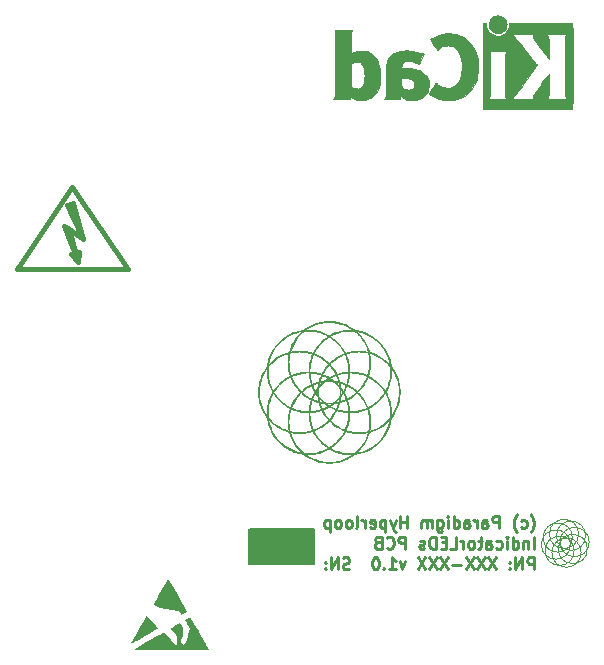
<source format=gbr>
G04 #@! TF.GenerationSoftware,KiCad,Pcbnew,(5.0.2)-1*
G04 #@! TF.CreationDate,2019-05-24T01:00:46-02:30*
G04 #@! TF.ProjectId,IndicatorLEDs_PCB,496e6469-6361-4746-9f72-4c4544735f50,rev?*
G04 #@! TF.SameCoordinates,Original*
G04 #@! TF.FileFunction,Legend,Bot*
G04 #@! TF.FilePolarity,Positive*
%FSLAX46Y46*%
G04 Gerber Fmt 4.6, Leading zero omitted, Abs format (unit mm)*
G04 Created by KiCad (PCBNEW (5.0.2)-1) date 5/24/2019 1:00:46 AM*
%MOMM*%
%LPD*%
G01*
G04 APERTURE LIST*
%ADD10C,0.250000*%
%ADD11C,0.050000*%
%ADD12C,0.150000*%
%ADD13C,0.010000*%
%ADD14C,0.381000*%
G04 APERTURE END LIST*
D10*
X96813690Y-134833333D02*
X96861309Y-134785714D01*
X96956547Y-134642857D01*
X97004166Y-134547619D01*
X97051785Y-134404761D01*
X97099404Y-134166666D01*
X97099404Y-133976190D01*
X97051785Y-133738095D01*
X97004166Y-133595238D01*
X96956547Y-133500000D01*
X96861309Y-133357142D01*
X96813690Y-133309523D01*
X96004166Y-134404761D02*
X96099404Y-134452380D01*
X96289880Y-134452380D01*
X96385119Y-134404761D01*
X96432738Y-134357142D01*
X96480357Y-134261904D01*
X96480357Y-133976190D01*
X96432738Y-133880952D01*
X96385119Y-133833333D01*
X96289880Y-133785714D01*
X96099404Y-133785714D01*
X96004166Y-133833333D01*
X95670833Y-134833333D02*
X95623214Y-134785714D01*
X95527976Y-134642857D01*
X95480357Y-134547619D01*
X95432738Y-134404761D01*
X95385119Y-134166666D01*
X95385119Y-133976190D01*
X95432738Y-133738095D01*
X95480357Y-133595238D01*
X95527976Y-133500000D01*
X95623214Y-133357142D01*
X95670833Y-133309523D01*
X94147023Y-134452380D02*
X94147023Y-133452380D01*
X93766071Y-133452380D01*
X93670833Y-133500000D01*
X93623214Y-133547619D01*
X93575595Y-133642857D01*
X93575595Y-133785714D01*
X93623214Y-133880952D01*
X93670833Y-133928571D01*
X93766071Y-133976190D01*
X94147023Y-133976190D01*
X92718452Y-134452380D02*
X92718452Y-133928571D01*
X92766071Y-133833333D01*
X92861309Y-133785714D01*
X93051785Y-133785714D01*
X93147023Y-133833333D01*
X92718452Y-134404761D02*
X92813690Y-134452380D01*
X93051785Y-134452380D01*
X93147023Y-134404761D01*
X93194642Y-134309523D01*
X93194642Y-134214285D01*
X93147023Y-134119047D01*
X93051785Y-134071428D01*
X92813690Y-134071428D01*
X92718452Y-134023809D01*
X92242261Y-134452380D02*
X92242261Y-133785714D01*
X92242261Y-133976190D02*
X92194642Y-133880952D01*
X92147023Y-133833333D01*
X92051785Y-133785714D01*
X91956547Y-133785714D01*
X91194642Y-134452380D02*
X91194642Y-133928571D01*
X91242261Y-133833333D01*
X91337500Y-133785714D01*
X91527976Y-133785714D01*
X91623214Y-133833333D01*
X91194642Y-134404761D02*
X91289880Y-134452380D01*
X91527976Y-134452380D01*
X91623214Y-134404761D01*
X91670833Y-134309523D01*
X91670833Y-134214285D01*
X91623214Y-134119047D01*
X91527976Y-134071428D01*
X91289880Y-134071428D01*
X91194642Y-134023809D01*
X90289880Y-134452380D02*
X90289880Y-133452380D01*
X90289880Y-134404761D02*
X90385119Y-134452380D01*
X90575595Y-134452380D01*
X90670833Y-134404761D01*
X90718452Y-134357142D01*
X90766071Y-134261904D01*
X90766071Y-133976190D01*
X90718452Y-133880952D01*
X90670833Y-133833333D01*
X90575595Y-133785714D01*
X90385119Y-133785714D01*
X90289880Y-133833333D01*
X89813690Y-134452380D02*
X89813690Y-133785714D01*
X89813690Y-133452380D02*
X89861309Y-133500000D01*
X89813690Y-133547619D01*
X89766071Y-133500000D01*
X89813690Y-133452380D01*
X89813690Y-133547619D01*
X88908928Y-133785714D02*
X88908928Y-134595238D01*
X88956547Y-134690476D01*
X89004166Y-134738095D01*
X89099404Y-134785714D01*
X89242261Y-134785714D01*
X89337500Y-134738095D01*
X88908928Y-134404761D02*
X89004166Y-134452380D01*
X89194642Y-134452380D01*
X89289880Y-134404761D01*
X89337500Y-134357142D01*
X89385119Y-134261904D01*
X89385119Y-133976190D01*
X89337500Y-133880952D01*
X89289880Y-133833333D01*
X89194642Y-133785714D01*
X89004166Y-133785714D01*
X88908928Y-133833333D01*
X88432738Y-134452380D02*
X88432738Y-133785714D01*
X88432738Y-133880952D02*
X88385119Y-133833333D01*
X88289880Y-133785714D01*
X88147023Y-133785714D01*
X88051785Y-133833333D01*
X88004166Y-133928571D01*
X88004166Y-134452380D01*
X88004166Y-133928571D02*
X87956547Y-133833333D01*
X87861309Y-133785714D01*
X87718452Y-133785714D01*
X87623214Y-133833333D01*
X87575595Y-133928571D01*
X87575595Y-134452380D01*
X86337500Y-134452380D02*
X86337500Y-133452380D01*
X86337500Y-133928571D02*
X85766071Y-133928571D01*
X85766071Y-134452380D02*
X85766071Y-133452380D01*
X85385119Y-133785714D02*
X85147023Y-134452380D01*
X84908928Y-133785714D02*
X85147023Y-134452380D01*
X85242261Y-134690476D01*
X85289880Y-134738095D01*
X85385119Y-134785714D01*
X84527976Y-133785714D02*
X84527976Y-134785714D01*
X84527976Y-133833333D02*
X84432738Y-133785714D01*
X84242261Y-133785714D01*
X84147023Y-133833333D01*
X84099404Y-133880952D01*
X84051785Y-133976190D01*
X84051785Y-134261904D01*
X84099404Y-134357142D01*
X84147023Y-134404761D01*
X84242261Y-134452380D01*
X84432738Y-134452380D01*
X84527976Y-134404761D01*
X83242261Y-134404761D02*
X83337500Y-134452380D01*
X83527976Y-134452380D01*
X83623214Y-134404761D01*
X83670833Y-134309523D01*
X83670833Y-133928571D01*
X83623214Y-133833333D01*
X83527976Y-133785714D01*
X83337500Y-133785714D01*
X83242261Y-133833333D01*
X83194642Y-133928571D01*
X83194642Y-134023809D01*
X83670833Y-134119047D01*
X82766071Y-134452380D02*
X82766071Y-133785714D01*
X82766071Y-133976190D02*
X82718452Y-133880952D01*
X82670833Y-133833333D01*
X82575595Y-133785714D01*
X82480357Y-133785714D01*
X82004166Y-134452380D02*
X82099404Y-134404761D01*
X82147023Y-134309523D01*
X82147023Y-133452380D01*
X81480357Y-134452380D02*
X81575595Y-134404761D01*
X81623214Y-134357142D01*
X81670833Y-134261904D01*
X81670833Y-133976190D01*
X81623214Y-133880952D01*
X81575595Y-133833333D01*
X81480357Y-133785714D01*
X81337500Y-133785714D01*
X81242261Y-133833333D01*
X81194642Y-133880952D01*
X81147023Y-133976190D01*
X81147023Y-134261904D01*
X81194642Y-134357142D01*
X81242261Y-134404761D01*
X81337500Y-134452380D01*
X81480357Y-134452380D01*
X80575595Y-134452380D02*
X80670833Y-134404761D01*
X80718452Y-134357142D01*
X80766071Y-134261904D01*
X80766071Y-133976190D01*
X80718452Y-133880952D01*
X80670833Y-133833333D01*
X80575595Y-133785714D01*
X80432738Y-133785714D01*
X80337500Y-133833333D01*
X80289880Y-133880952D01*
X80242261Y-133976190D01*
X80242261Y-134261904D01*
X80289880Y-134357142D01*
X80337500Y-134404761D01*
X80432738Y-134452380D01*
X80575595Y-134452380D01*
X79813690Y-133785714D02*
X79813690Y-134785714D01*
X79813690Y-133833333D02*
X79718452Y-133785714D01*
X79527976Y-133785714D01*
X79432738Y-133833333D01*
X79385119Y-133880952D01*
X79337500Y-133976190D01*
X79337500Y-134261904D01*
X79385119Y-134357142D01*
X79432738Y-134404761D01*
X79527976Y-134452380D01*
X79718452Y-134452380D01*
X79813690Y-134404761D01*
X97099404Y-136202380D02*
X97099404Y-135202380D01*
X96623214Y-135535714D02*
X96623214Y-136202380D01*
X96623214Y-135630952D02*
X96575595Y-135583333D01*
X96480357Y-135535714D01*
X96337500Y-135535714D01*
X96242261Y-135583333D01*
X96194642Y-135678571D01*
X96194642Y-136202380D01*
X95289880Y-136202380D02*
X95289880Y-135202380D01*
X95289880Y-136154761D02*
X95385119Y-136202380D01*
X95575595Y-136202380D01*
X95670833Y-136154761D01*
X95718452Y-136107142D01*
X95766071Y-136011904D01*
X95766071Y-135726190D01*
X95718452Y-135630952D01*
X95670833Y-135583333D01*
X95575595Y-135535714D01*
X95385119Y-135535714D01*
X95289880Y-135583333D01*
X94813690Y-136202380D02*
X94813690Y-135535714D01*
X94813690Y-135202380D02*
X94861309Y-135250000D01*
X94813690Y-135297619D01*
X94766071Y-135250000D01*
X94813690Y-135202380D01*
X94813690Y-135297619D01*
X93908928Y-136154761D02*
X94004166Y-136202380D01*
X94194642Y-136202380D01*
X94289880Y-136154761D01*
X94337500Y-136107142D01*
X94385119Y-136011904D01*
X94385119Y-135726190D01*
X94337500Y-135630952D01*
X94289880Y-135583333D01*
X94194642Y-135535714D01*
X94004166Y-135535714D01*
X93908928Y-135583333D01*
X93051785Y-136202380D02*
X93051785Y-135678571D01*
X93099404Y-135583333D01*
X93194642Y-135535714D01*
X93385119Y-135535714D01*
X93480357Y-135583333D01*
X93051785Y-136154761D02*
X93147023Y-136202380D01*
X93385119Y-136202380D01*
X93480357Y-136154761D01*
X93527976Y-136059523D01*
X93527976Y-135964285D01*
X93480357Y-135869047D01*
X93385119Y-135821428D01*
X93147023Y-135821428D01*
X93051785Y-135773809D01*
X92718452Y-135535714D02*
X92337500Y-135535714D01*
X92575595Y-135202380D02*
X92575595Y-136059523D01*
X92527976Y-136154761D01*
X92432738Y-136202380D01*
X92337500Y-136202380D01*
X91861309Y-136202380D02*
X91956547Y-136154761D01*
X92004166Y-136107142D01*
X92051785Y-136011904D01*
X92051785Y-135726190D01*
X92004166Y-135630952D01*
X91956547Y-135583333D01*
X91861309Y-135535714D01*
X91718452Y-135535714D01*
X91623214Y-135583333D01*
X91575595Y-135630952D01*
X91527976Y-135726190D01*
X91527976Y-136011904D01*
X91575595Y-136107142D01*
X91623214Y-136154761D01*
X91718452Y-136202380D01*
X91861309Y-136202380D01*
X91099404Y-136202380D02*
X91099404Y-135535714D01*
X91099404Y-135726190D02*
X91051785Y-135630952D01*
X91004166Y-135583333D01*
X90908928Y-135535714D01*
X90813690Y-135535714D01*
X90004166Y-136202380D02*
X90480357Y-136202380D01*
X90480357Y-135202380D01*
X89670833Y-135678571D02*
X89337500Y-135678571D01*
X89194642Y-136202380D02*
X89670833Y-136202380D01*
X89670833Y-135202380D01*
X89194642Y-135202380D01*
X88766071Y-136202380D02*
X88766071Y-135202380D01*
X88527976Y-135202380D01*
X88385119Y-135250000D01*
X88289880Y-135345238D01*
X88242261Y-135440476D01*
X88194642Y-135630952D01*
X88194642Y-135773809D01*
X88242261Y-135964285D01*
X88289880Y-136059523D01*
X88385119Y-136154761D01*
X88527976Y-136202380D01*
X88766071Y-136202380D01*
X87813690Y-136154761D02*
X87718452Y-136202380D01*
X87527976Y-136202380D01*
X87432738Y-136154761D01*
X87385119Y-136059523D01*
X87385119Y-136011904D01*
X87432738Y-135916666D01*
X87527976Y-135869047D01*
X87670833Y-135869047D01*
X87766071Y-135821428D01*
X87813690Y-135726190D01*
X87813690Y-135678571D01*
X87766071Y-135583333D01*
X87670833Y-135535714D01*
X87527976Y-135535714D01*
X87432738Y-135583333D01*
X86194642Y-136202380D02*
X86194642Y-135202380D01*
X85813690Y-135202380D01*
X85718452Y-135250000D01*
X85670833Y-135297619D01*
X85623214Y-135392857D01*
X85623214Y-135535714D01*
X85670833Y-135630952D01*
X85718452Y-135678571D01*
X85813690Y-135726190D01*
X86194642Y-135726190D01*
X84623214Y-136107142D02*
X84670833Y-136154761D01*
X84813690Y-136202380D01*
X84908928Y-136202380D01*
X85051785Y-136154761D01*
X85147023Y-136059523D01*
X85194642Y-135964285D01*
X85242261Y-135773809D01*
X85242261Y-135630952D01*
X85194642Y-135440476D01*
X85147023Y-135345238D01*
X85051785Y-135250000D01*
X84908928Y-135202380D01*
X84813690Y-135202380D01*
X84670833Y-135250000D01*
X84623214Y-135297619D01*
X83861309Y-135678571D02*
X83718452Y-135726190D01*
X83670833Y-135773809D01*
X83623214Y-135869047D01*
X83623214Y-136011904D01*
X83670833Y-136107142D01*
X83718452Y-136154761D01*
X83813690Y-136202380D01*
X84194642Y-136202380D01*
X84194642Y-135202380D01*
X83861309Y-135202380D01*
X83766071Y-135250000D01*
X83718452Y-135297619D01*
X83670833Y-135392857D01*
X83670833Y-135488095D01*
X83718452Y-135583333D01*
X83766071Y-135630952D01*
X83861309Y-135678571D01*
X84194642Y-135678571D01*
X97099404Y-137952380D02*
X97099404Y-136952380D01*
X96718452Y-136952380D01*
X96623214Y-137000000D01*
X96575595Y-137047619D01*
X96527976Y-137142857D01*
X96527976Y-137285714D01*
X96575595Y-137380952D01*
X96623214Y-137428571D01*
X96718452Y-137476190D01*
X97099404Y-137476190D01*
X96099404Y-137952380D02*
X96099404Y-136952380D01*
X95527976Y-137952380D01*
X95527976Y-136952380D01*
X95051785Y-137857142D02*
X95004166Y-137904761D01*
X95051785Y-137952380D01*
X95099404Y-137904761D01*
X95051785Y-137857142D01*
X95051785Y-137952380D01*
X95051785Y-137333333D02*
X95004166Y-137380952D01*
X95051785Y-137428571D01*
X95099404Y-137380952D01*
X95051785Y-137333333D01*
X95051785Y-137428571D01*
X93908928Y-136952380D02*
X93242261Y-137952380D01*
X93242261Y-136952380D02*
X93908928Y-137952380D01*
X92956547Y-136952380D02*
X92289880Y-137952380D01*
X92289880Y-136952380D02*
X92956547Y-137952380D01*
X92004166Y-136952380D02*
X91337500Y-137952380D01*
X91337500Y-136952380D02*
X92004166Y-137952380D01*
X90956547Y-137571428D02*
X90194642Y-137571428D01*
X89813690Y-136952380D02*
X89147023Y-137952380D01*
X89147023Y-136952380D02*
X89813690Y-137952380D01*
X88861309Y-136952380D02*
X88194642Y-137952380D01*
X88194642Y-136952380D02*
X88861309Y-137952380D01*
X87908928Y-136952380D02*
X87242261Y-137952380D01*
X87242261Y-136952380D02*
X87908928Y-137952380D01*
X86194642Y-137285714D02*
X85956547Y-137952380D01*
X85718452Y-137285714D01*
X84813690Y-137952380D02*
X85385119Y-137952380D01*
X85099404Y-137952380D02*
X85099404Y-136952380D01*
X85194642Y-137095238D01*
X85289880Y-137190476D01*
X85385119Y-137238095D01*
X84385119Y-137857142D02*
X84337500Y-137904761D01*
X84385119Y-137952380D01*
X84432738Y-137904761D01*
X84385119Y-137857142D01*
X84385119Y-137952380D01*
X83718452Y-136952380D02*
X83623214Y-136952380D01*
X83527976Y-137000000D01*
X83480357Y-137047619D01*
X83432738Y-137142857D01*
X83385119Y-137333333D01*
X83385119Y-137571428D01*
X83432738Y-137761904D01*
X83480357Y-137857142D01*
X83527976Y-137904761D01*
X83623214Y-137952380D01*
X83718452Y-137952380D01*
X83813690Y-137904761D01*
X83861309Y-137857142D01*
X83908928Y-137761904D01*
X83956547Y-137571428D01*
X83956547Y-137333333D01*
X83908928Y-137142857D01*
X83861309Y-137047619D01*
X83813690Y-137000000D01*
X83718452Y-136952380D01*
X81480357Y-137904761D02*
X81337500Y-137952380D01*
X81099404Y-137952380D01*
X81004166Y-137904761D01*
X80956547Y-137857142D01*
X80908928Y-137761904D01*
X80908928Y-137666666D01*
X80956547Y-137571428D01*
X81004166Y-137523809D01*
X81099404Y-137476190D01*
X81289880Y-137428571D01*
X81385119Y-137380952D01*
X81432738Y-137333333D01*
X81480357Y-137238095D01*
X81480357Y-137142857D01*
X81432738Y-137047619D01*
X81385119Y-137000000D01*
X81289880Y-136952380D01*
X81051785Y-136952380D01*
X80908928Y-137000000D01*
X80480357Y-137952380D02*
X80480357Y-136952380D01*
X79908928Y-137952380D01*
X79908928Y-136952380D01*
X79432738Y-137857142D02*
X79385119Y-137904761D01*
X79432738Y-137952380D01*
X79480357Y-137904761D01*
X79432738Y-137857142D01*
X79432738Y-137952380D01*
X79432738Y-137333333D02*
X79385119Y-137380952D01*
X79432738Y-137428571D01*
X79480357Y-137380952D01*
X79432738Y-137333333D01*
X79432738Y-137428571D01*
D11*
G04 #@! TO.C,logo3*
X100193424Y-135858503D02*
G75*
G03X100193424Y-135858503I-1232947J0D01*
G01*
X100501393Y-136385000D02*
G75*
G03X100501393Y-136385000I-1232947J0D01*
G01*
X101091450Y-136539523D02*
G75*
G03X101091450Y-136539523I-1232947J0D01*
G01*
X101617947Y-136231554D02*
G75*
G03X101617947Y-136231554I-1232947J0D01*
G01*
X101772470Y-135641497D02*
G75*
G03X101772470Y-135641497I-1232947J0D01*
G01*
X101464501Y-135115000D02*
G75*
G03X101464501Y-135115000I-1232947J0D01*
G01*
X100874444Y-134960477D02*
G75*
G03X100874444Y-134960477I-1232947J0D01*
G01*
X100347947Y-135268446D02*
G75*
G03X100347947Y-135268446I-1232947J0D01*
G01*
D12*
G04 #@! TO.C,logo1*
X78500000Y-137500000D02*
X78500000Y-134500000D01*
X73000000Y-137500000D02*
X73000000Y-134500000D01*
X73050000Y-137500000D02*
X78450000Y-137500000D01*
X78450000Y-137400000D02*
X73050000Y-137400000D01*
X73050000Y-137300000D02*
X78450000Y-137300000D01*
X78450000Y-137200000D02*
X73050000Y-137200000D01*
X73050000Y-137100000D02*
X78450000Y-137100000D01*
X78450000Y-137000000D02*
X73050000Y-137000000D01*
X73050000Y-136900000D02*
X78450000Y-136900000D01*
X78450000Y-136800000D02*
X73050000Y-136800000D01*
X73050000Y-136700000D02*
X78450000Y-136700000D01*
X78450000Y-136600000D02*
X73050000Y-136600000D01*
X73050000Y-136500000D02*
X78450000Y-136500000D01*
X78450000Y-136400000D02*
X73050000Y-136400000D01*
X73050000Y-136300000D02*
X78450000Y-136300000D01*
X78450000Y-136200000D02*
X73050000Y-136200000D01*
X73050000Y-136100000D02*
X78450000Y-136100000D01*
X78450000Y-136000000D02*
X73050000Y-136000000D01*
X73050000Y-135900000D02*
X78450000Y-135900000D01*
X78450000Y-135800000D02*
X73050000Y-135800000D01*
X73050000Y-135700000D02*
X78450000Y-135700000D01*
X78450000Y-135600000D02*
X73050000Y-135600000D01*
X73050000Y-135500000D02*
X78450000Y-135500000D01*
X78450000Y-135400000D02*
X73050000Y-135400000D01*
X73050000Y-135300000D02*
X78450000Y-135300000D01*
X78450000Y-135200000D02*
X73050000Y-135200000D01*
X73050000Y-135100000D02*
X78450000Y-135100000D01*
X78450000Y-135000000D02*
X73050000Y-135000000D01*
X73050000Y-134900000D02*
X78450000Y-134900000D01*
X78450000Y-134800000D02*
X73050000Y-134800000D01*
X73050000Y-134700000D02*
X78450000Y-134700000D01*
X78450000Y-134600000D02*
X73050000Y-134600000D01*
X73050000Y-134500000D02*
X78450000Y-134500000D01*
D13*
G04 #@! TO.C,logo2*
G36*
X79822011Y-128919134D02*
X79884361Y-128918009D01*
X79939206Y-128915999D01*
X79953172Y-128915255D01*
X80154943Y-128898360D01*
X80351240Y-128871186D01*
X80542615Y-128833535D01*
X80729620Y-128785207D01*
X80912807Y-128726005D01*
X81092728Y-128655729D01*
X81269935Y-128574181D01*
X81444980Y-128481162D01*
X81618415Y-128376473D01*
X81790792Y-128259916D01*
X81807937Y-128247640D01*
X81850703Y-128217730D01*
X81885078Y-128195630D01*
X81911613Y-128181002D01*
X81928890Y-128174054D01*
X81944979Y-128170147D01*
X81970470Y-128164916D01*
X82002806Y-128158842D01*
X82039430Y-128152406D01*
X82075309Y-128146485D01*
X82276523Y-128108404D01*
X82473099Y-128059156D01*
X82664977Y-127998771D01*
X82852092Y-127927279D01*
X83034385Y-127844708D01*
X83211793Y-127751089D01*
X83384255Y-127646452D01*
X83551708Y-127530825D01*
X83714090Y-127404239D01*
X83825165Y-127308715D01*
X83976581Y-127165516D01*
X84118391Y-127015497D01*
X84250381Y-126858986D01*
X84372332Y-126696312D01*
X84484029Y-126527804D01*
X84585255Y-126353790D01*
X84675794Y-126174598D01*
X84755429Y-125990558D01*
X84823942Y-125801997D01*
X84829440Y-125785174D01*
X84857636Y-125693180D01*
X84884256Y-125596751D01*
X84908606Y-125498862D01*
X84929990Y-125402494D01*
X84947715Y-125310624D01*
X84961085Y-125226230D01*
X84962799Y-125213429D01*
X84967985Y-125174740D01*
X84972834Y-125145116D01*
X84978525Y-125121621D01*
X84986233Y-125101319D01*
X84997137Y-125081275D01*
X85012414Y-125058553D01*
X85033240Y-125030218D01*
X85039785Y-125021467D01*
X85157960Y-124853654D01*
X85265343Y-124680424D01*
X85361845Y-124501995D01*
X85447377Y-124318584D01*
X85521851Y-124130409D01*
X85585178Y-123937687D01*
X85637267Y-123740637D01*
X85678032Y-123539476D01*
X85697577Y-123412801D01*
X85707875Y-123324329D01*
X85716055Y-123227361D01*
X85722044Y-123124804D01*
X85725771Y-123019565D01*
X85727165Y-122914549D01*
X85726156Y-122812664D01*
X85722671Y-122716817D01*
X85716745Y-122631096D01*
X85692801Y-122424146D01*
X85658385Y-122223098D01*
X85613341Y-122027542D01*
X85557513Y-121837066D01*
X85490746Y-121651259D01*
X85412885Y-121469712D01*
X85323775Y-121292014D01*
X85223260Y-121117753D01*
X85111185Y-120946520D01*
X85043915Y-120852610D01*
X85024031Y-120825226D01*
X85006454Y-120800149D01*
X84992603Y-120779471D01*
X84983899Y-120765285D01*
X84981901Y-120761229D01*
X84979001Y-120749948D01*
X84974950Y-120729245D01*
X84970203Y-120701686D01*
X84965218Y-120669838D01*
X84963174Y-120655881D01*
X84928603Y-120457075D01*
X84882410Y-120261059D01*
X84824850Y-120068378D01*
X84756175Y-119879576D01*
X84676640Y-119695198D01*
X84586497Y-119515790D01*
X84486001Y-119341894D01*
X84375404Y-119174057D01*
X84254961Y-119012823D01*
X84129121Y-118863429D01*
X83983498Y-118708809D01*
X83832174Y-118564689D01*
X83675258Y-118431151D01*
X83512859Y-118308278D01*
X83345084Y-118196153D01*
X83172042Y-118094860D01*
X83031169Y-118022301D01*
X82854152Y-117942093D01*
X82676236Y-117872967D01*
X82495818Y-117814434D01*
X82311297Y-117766004D01*
X82121072Y-117727188D01*
X82003827Y-117708352D01*
X81972303Y-117703427D01*
X81944207Y-117698399D01*
X81922163Y-117693782D01*
X81908800Y-117690094D01*
X81907065Y-117689347D01*
X81897722Y-117683454D01*
X81880731Y-117671775D01*
X81858141Y-117655753D01*
X81831999Y-117636832D01*
X81818285Y-117626771D01*
X81647631Y-117508035D01*
X81473481Y-117400843D01*
X81295591Y-117305100D01*
X81113714Y-117220711D01*
X80927604Y-117147581D01*
X80737017Y-117085617D01*
X80541705Y-117034722D01*
X80341423Y-116994802D01*
X80135925Y-116965762D01*
X80091690Y-116960997D01*
X80064395Y-116958811D01*
X80027402Y-116956727D01*
X79982588Y-116954780D01*
X79931827Y-116953007D01*
X79876997Y-116951443D01*
X79819972Y-116950124D01*
X79762628Y-116949086D01*
X79706842Y-116948364D01*
X79654489Y-116947995D01*
X79607445Y-116948014D01*
X79567585Y-116948456D01*
X79536786Y-116949359D01*
X79523214Y-116950153D01*
X79408646Y-116960013D01*
X79303799Y-116971061D01*
X79206323Y-116983690D01*
X79113870Y-116998290D01*
X79024091Y-117015255D01*
X78934637Y-117034977D01*
X78843159Y-117057848D01*
X78786480Y-117073202D01*
X78611648Y-117127196D01*
X78438101Y-117191417D01*
X78267459Y-117265070D01*
X78101340Y-117347364D01*
X77941363Y-117437505D01*
X77789148Y-117534701D01*
X77670441Y-117619727D01*
X77637570Y-117644547D01*
X77611968Y-117663323D01*
X77591130Y-117677136D01*
X77585318Y-117680244D01*
X77712188Y-117680244D01*
X77716820Y-117674131D01*
X77728559Y-117663671D01*
X77740637Y-117654294D01*
X77903789Y-117541623D01*
X78073504Y-117438954D01*
X78249152Y-117346565D01*
X78430102Y-117264736D01*
X78615723Y-117193745D01*
X78805385Y-117133871D01*
X78998458Y-117085392D01*
X79054371Y-117073631D01*
X79215690Y-117044501D01*
X79372086Y-117023336D01*
X79526573Y-117009940D01*
X79682168Y-117004121D01*
X79841884Y-117005684D01*
X79991904Y-117013259D01*
X80172461Y-117031006D01*
X80355364Y-117059649D01*
X80538720Y-117098756D01*
X80720635Y-117147895D01*
X80899214Y-117206635D01*
X80989761Y-117240686D01*
X81061307Y-117270411D01*
X81140103Y-117306012D01*
X81223657Y-117346193D01*
X81309478Y-117389660D01*
X81395076Y-117435118D01*
X81477960Y-117481273D01*
X81555637Y-117526829D01*
X81625618Y-117570492D01*
X81630809Y-117573865D01*
X81664334Y-117596173D01*
X81695701Y-117617894D01*
X81723401Y-117637901D01*
X81745928Y-117655070D01*
X81761773Y-117668276D01*
X81769429Y-117676392D01*
X81769904Y-117677693D01*
X81764097Y-117678558D01*
X81747633Y-117679201D01*
X81721949Y-117679612D01*
X81688481Y-117679780D01*
X81648666Y-117679696D01*
X81603940Y-117679349D01*
X81577892Y-117679044D01*
X81438738Y-117679018D01*
X81308538Y-117682904D01*
X81184708Y-117690985D01*
X81064662Y-117703545D01*
X80945818Y-117720866D01*
X80825591Y-117743231D01*
X80701397Y-117770924D01*
X80670791Y-117778376D01*
X80474795Y-117832794D01*
X80284699Y-117897734D01*
X80100301Y-117973276D01*
X79921397Y-118059498D01*
X79838571Y-118104059D01*
X79808022Y-118120868D01*
X79780953Y-118135400D01*
X79759196Y-118146701D01*
X79744584Y-118153815D01*
X79739153Y-118155858D01*
X79731534Y-118152977D01*
X79716053Y-118145211D01*
X79695237Y-118133869D01*
X79679417Y-118124838D01*
X79638815Y-118102210D01*
X79589589Y-118076316D01*
X79534338Y-118048407D01*
X79475660Y-118019731D01*
X79416152Y-117991539D01*
X79358413Y-117965080D01*
X79305040Y-117941603D01*
X79258632Y-117922357D01*
X79257119Y-117921756D01*
X79146959Y-117879913D01*
X79041362Y-117843660D01*
X78935213Y-117811330D01*
X78833785Y-117783906D01*
X78693079Y-117750639D01*
X78556074Y-117724107D01*
X78420186Y-117704032D01*
X78282834Y-117690132D01*
X78141435Y-117682126D01*
X77993409Y-117679734D01*
X77888845Y-117681141D01*
X77844004Y-117682055D01*
X77803363Y-117682559D01*
X77768416Y-117682660D01*
X77740654Y-117682365D01*
X77721570Y-117681681D01*
X77712657Y-117680617D01*
X77712188Y-117680244D01*
X77585318Y-117680244D01*
X77572553Y-117687069D01*
X77553733Y-117694204D01*
X77532164Y-117699623D01*
X77505344Y-117704407D01*
X77470769Y-117709639D01*
X77457952Y-117711540D01*
X77267091Y-117744853D01*
X77083274Y-117787075D01*
X76904823Y-117838730D01*
X76730061Y-117900344D01*
X76557313Y-117972444D01*
X76423809Y-118035839D01*
X76268956Y-118117635D01*
X76121827Y-118204672D01*
X75980978Y-118298034D01*
X75844964Y-118398807D01*
X75712341Y-118508077D01*
X75581664Y-118626927D01*
X75451488Y-118756443D01*
X75418624Y-118790858D01*
X75282546Y-118943436D01*
X75156556Y-119102602D01*
X75040805Y-119268048D01*
X74935442Y-119439468D01*
X74840617Y-119616556D01*
X74756481Y-119799004D01*
X74683183Y-119986506D01*
X74620874Y-120178755D01*
X74569703Y-120375445D01*
X74529820Y-120576270D01*
X74522217Y-120623286D01*
X74518063Y-120647873D01*
X74586868Y-120647873D01*
X74587261Y-120631768D01*
X74590143Y-120606482D01*
X74595276Y-120573290D01*
X74602425Y-120533463D01*
X74611353Y-120488276D01*
X74621824Y-120439003D01*
X74633602Y-120386915D01*
X74646450Y-120333288D01*
X74654872Y-120299739D01*
X74707297Y-120117897D01*
X74771183Y-119936957D01*
X74845901Y-119758249D01*
X74930823Y-119583105D01*
X75025323Y-119412858D01*
X75128772Y-119248838D01*
X75195059Y-119153715D01*
X75318649Y-118992924D01*
X75450407Y-118841017D01*
X75590487Y-118697844D01*
X75739047Y-118563258D01*
X75896240Y-118437109D01*
X76062224Y-118319249D01*
X76076071Y-118310052D01*
X76233521Y-118211339D01*
X76391976Y-118122867D01*
X76552736Y-118044128D01*
X76717097Y-117974614D01*
X76886357Y-117913819D01*
X77061816Y-117861235D01*
X77244769Y-117816354D01*
X77433761Y-117779149D01*
X77451809Y-117776318D01*
X77460891Y-117776083D01*
X77463869Y-117778508D01*
X77464000Y-117779831D01*
X77459739Y-117785264D01*
X77447865Y-117797484D01*
X77429736Y-117815167D01*
X77406713Y-117836990D01*
X77380154Y-117861630D01*
X77376420Y-117865057D01*
X77233899Y-118003686D01*
X77099107Y-118151096D01*
X76972655Y-118306419D01*
X76855155Y-118468786D01*
X76747219Y-118637332D01*
X76649456Y-118811189D01*
X76562479Y-118989489D01*
X76527816Y-119069048D01*
X76504349Y-119127152D01*
X76479823Y-119191856D01*
X76455237Y-119260237D01*
X76431589Y-119329375D01*
X76409878Y-119396347D01*
X76391102Y-119458232D01*
X76376261Y-119512107D01*
X76375845Y-119513735D01*
X76369918Y-119532106D01*
X76369422Y-119533177D01*
X76438398Y-119533177D01*
X76438773Y-119526273D01*
X76442495Y-119509718D01*
X76449024Y-119485316D01*
X76457822Y-119454869D01*
X76468353Y-119420182D01*
X76480077Y-119383058D01*
X76492456Y-119345301D01*
X76504953Y-119308714D01*
X76507662Y-119301008D01*
X76578766Y-119115119D01*
X76657822Y-118937664D01*
X76745554Y-118767380D01*
X76842686Y-118603002D01*
X76949941Y-118443268D01*
X77068044Y-118286913D01*
X77135911Y-118204239D01*
X77163531Y-118172717D01*
X77198352Y-118134866D01*
X77238601Y-118092465D01*
X77282505Y-118047292D01*
X77328289Y-118001125D01*
X77374180Y-117955745D01*
X77418405Y-117912929D01*
X77459189Y-117874457D01*
X77494760Y-117842106D01*
X77511760Y-117827310D01*
X77541686Y-117802348D01*
X77566511Y-117783602D01*
X77588958Y-117770019D01*
X77611752Y-117760546D01*
X77637618Y-117754129D01*
X77669279Y-117749714D01*
X77709460Y-117746247D01*
X77724047Y-117745201D01*
X77761987Y-117743252D01*
X77809246Y-117741940D01*
X77863656Y-117741235D01*
X77923048Y-117741105D01*
X77985255Y-117741521D01*
X78048106Y-117742451D01*
X78109435Y-117743864D01*
X78167071Y-117745728D01*
X78218847Y-117748014D01*
X78262594Y-117750690D01*
X78292523Y-117753321D01*
X78471853Y-117776396D01*
X78642970Y-117806209D01*
X78808052Y-117843308D01*
X78969277Y-117888242D01*
X79128823Y-117941558D01*
X79288868Y-118003805D01*
X79290380Y-118004434D01*
X79326440Y-118019914D01*
X79366316Y-118037862D01*
X79408625Y-118057573D01*
X79451985Y-118078347D01*
X79495010Y-118099480D01*
X79536318Y-118120269D01*
X79574525Y-118140013D01*
X79608247Y-118158009D01*
X79636101Y-118173554D01*
X79656704Y-118185945D01*
X79668672Y-118194481D01*
X79671170Y-118197791D01*
X79669141Y-118199649D01*
X79810566Y-118199649D01*
X79810713Y-118196090D01*
X79817618Y-118189828D01*
X79831974Y-118180470D01*
X79854471Y-118167623D01*
X79885800Y-118150893D01*
X79926654Y-118129888D01*
X79977722Y-118104213D01*
X79982833Y-118101665D01*
X80027162Y-118079894D01*
X80073252Y-118057822D01*
X80118397Y-118036704D01*
X80159889Y-118017797D01*
X80195023Y-118002356D01*
X80212642Y-117994987D01*
X80406539Y-117922608D01*
X80602161Y-117862165D01*
X80799858Y-117813577D01*
X80999976Y-117776763D01*
X81202863Y-117751641D01*
X81289119Y-117744549D01*
X81316172Y-117743238D01*
X81352835Y-117742319D01*
X81397130Y-117741772D01*
X81447081Y-117741576D01*
X81500712Y-117741709D01*
X81556046Y-117742150D01*
X81611108Y-117742880D01*
X81663920Y-117743877D01*
X81712507Y-117745119D01*
X81754893Y-117746587D01*
X81789100Y-117748260D01*
X81812811Y-117750079D01*
X81843432Y-117754577D01*
X81870428Y-117760921D01*
X81888686Y-117767703D01*
X81906547Y-117779023D01*
X81906772Y-117779195D01*
X82015610Y-117779195D01*
X82045459Y-117783342D01*
X82062570Y-117785979D01*
X82088347Y-117790271D01*
X82119567Y-117795667D01*
X82153005Y-117801618D01*
X82159976Y-117802881D01*
X82350514Y-117843624D01*
X82538426Y-117895932D01*
X82723144Y-117959451D01*
X82904100Y-118033827D01*
X83080730Y-118118707D01*
X83252466Y-118213737D01*
X83418741Y-118318563D01*
X83578988Y-118432831D01*
X83732642Y-118556188D01*
X83879135Y-118688280D01*
X84017901Y-118828754D01*
X84148373Y-118977255D01*
X84251456Y-119108358D01*
X84367986Y-119273955D01*
X84473254Y-119443337D01*
X84567144Y-119616286D01*
X84649541Y-119792587D01*
X84720329Y-119972024D01*
X84734532Y-120012477D01*
X84756223Y-120077646D01*
X84777485Y-120145264D01*
X84797958Y-120213916D01*
X84817285Y-120282194D01*
X84835108Y-120348684D01*
X84851070Y-120411976D01*
X84864811Y-120470658D01*
X84875975Y-120523319D01*
X84884203Y-120568547D01*
X84889137Y-120604931D01*
X84890476Y-120627486D01*
X84890476Y-120660261D01*
X84855943Y-120622119D01*
X84826703Y-120590547D01*
X84791444Y-120553630D01*
X84752240Y-120513444D01*
X84711163Y-120472061D01*
X84670286Y-120431556D01*
X84631683Y-120394002D01*
X84597426Y-120361472D01*
X84572976Y-120339056D01*
X84443323Y-120227769D01*
X84314261Y-120126664D01*
X84183487Y-120034177D01*
X84048697Y-119948747D01*
X83907588Y-119868809D01*
X83792833Y-119809848D01*
X83644115Y-119740285D01*
X83498052Y-119679819D01*
X83351182Y-119627108D01*
X83206369Y-119582600D01*
X83176060Y-119573785D01*
X83149981Y-119565801D01*
X83130320Y-119559349D01*
X83119261Y-119555128D01*
X83117736Y-119554222D01*
X83114604Y-119546968D01*
X83109143Y-119530488D01*
X83102126Y-119507244D01*
X83094489Y-119480286D01*
X83038941Y-119299959D01*
X82971962Y-119120628D01*
X82894211Y-118943549D01*
X82806350Y-118769979D01*
X82709040Y-118601175D01*
X82602940Y-118438392D01*
X82488713Y-118282889D01*
X82420387Y-118198191D01*
X82399975Y-118174274D01*
X82374508Y-118145263D01*
X82345376Y-118112663D01*
X82313967Y-118077980D01*
X82281672Y-118042720D01*
X82249881Y-118008389D01*
X82219982Y-117976490D01*
X82193365Y-117948532D01*
X82171421Y-117926018D01*
X82155538Y-117910455D01*
X82151168Y-117906491D01*
X82138437Y-117895059D01*
X82119512Y-117877605D01*
X82096925Y-117856482D01*
X82073209Y-117834043D01*
X82072674Y-117833534D01*
X82015610Y-117779195D01*
X81906772Y-117779195D01*
X81931514Y-117798047D01*
X81962405Y-117823671D01*
X81998039Y-117854786D01*
X82037235Y-117890286D01*
X82078813Y-117929066D01*
X82121591Y-117970019D01*
X82164388Y-118012039D01*
X82206024Y-118054019D01*
X82245318Y-118094852D01*
X82281088Y-118133433D01*
X82291801Y-118145352D01*
X82422034Y-118300572D01*
X82542895Y-118463306D01*
X82654105Y-118633091D01*
X82755385Y-118809465D01*
X82846458Y-118991966D01*
X82927045Y-119180132D01*
X82947152Y-119232334D01*
X82958309Y-119262950D01*
X82970646Y-119298402D01*
X82983559Y-119336780D01*
X82996445Y-119376176D01*
X83008701Y-119414684D01*
X83019726Y-119450393D01*
X83028915Y-119481397D01*
X83035666Y-119505786D01*
X83039377Y-119521653D01*
X83039904Y-119525920D01*
X83039822Y-119529775D01*
X83038514Y-119532378D01*
X83034387Y-119533598D01*
X83025846Y-119533305D01*
X83011299Y-119531369D01*
X82989151Y-119527660D01*
X82957810Y-119522048D01*
X82929420Y-119516893D01*
X82716362Y-119483949D01*
X82505401Y-119462884D01*
X82296359Y-119453700D01*
X82089056Y-119456398D01*
X81883314Y-119470977D01*
X81678953Y-119497440D01*
X81537071Y-119522945D01*
X81478086Y-119535559D01*
X81412541Y-119550911D01*
X81344324Y-119568006D01*
X81277324Y-119585846D01*
X81215427Y-119603434D01*
X81174438Y-119615941D01*
X81148110Y-119624062D01*
X81126351Y-119630345D01*
X81111524Y-119634137D01*
X81106027Y-119634853D01*
X81102621Y-119629143D01*
X81094336Y-119614427D01*
X81082068Y-119592322D01*
X81066717Y-119564450D01*
X81049178Y-119532428D01*
X81044994Y-119524764D01*
X80940664Y-119345451D01*
X80827717Y-119174228D01*
X80705894Y-119010810D01*
X80574937Y-118854910D01*
X80434585Y-118706242D01*
X80284582Y-118564519D01*
X80124667Y-118429456D01*
X79954582Y-118300765D01*
X79910261Y-118269429D01*
X79880260Y-118248491D01*
X79853742Y-118229960D01*
X79832272Y-118214934D01*
X79817415Y-118204508D01*
X79810738Y-118199777D01*
X79810566Y-118199649D01*
X79669141Y-118199649D01*
X79666340Y-118202213D01*
X79653251Y-118211939D01*
X79633759Y-118225642D01*
X79609722Y-118241996D01*
X79603134Y-118246400D01*
X79461020Y-118346861D01*
X79320224Y-118457683D01*
X79182597Y-118577144D01*
X79049987Y-118703523D01*
X78924244Y-118835097D01*
X78807217Y-118970144D01*
X78752254Y-119038810D01*
X78648908Y-119179054D01*
X78550484Y-119327429D01*
X78459375Y-119480237D01*
X78419590Y-119552858D01*
X78404426Y-119581239D01*
X78391285Y-119605618D01*
X78381199Y-119624098D01*
X78375196Y-119634784D01*
X78374025Y-119636638D01*
X78367762Y-119635789D01*
X78352614Y-119631775D01*
X78331149Y-119625313D01*
X78315584Y-119620323D01*
X78154717Y-119572672D01*
X77986683Y-119532480D01*
X77813865Y-119500067D01*
X77638650Y-119475753D01*
X77463423Y-119459860D01*
X77290567Y-119452708D01*
X77122468Y-119454618D01*
X77093508Y-119455919D01*
X76996848Y-119461435D01*
X76908760Y-119468001D01*
X76825736Y-119476011D01*
X76744272Y-119485855D01*
X76660860Y-119497927D01*
X76571995Y-119512620D01*
X76545846Y-119517223D01*
X76511803Y-119523113D01*
X76482073Y-119527931D01*
X76458618Y-119531384D01*
X76443401Y-119533180D01*
X76438398Y-119533177D01*
X76369422Y-119533177D01*
X76363092Y-119546818D01*
X76361641Y-119549035D01*
X76352774Y-119554768D01*
X76332710Y-119563364D01*
X76301956Y-119574639D01*
X76261020Y-119588404D01*
X76211839Y-119604030D01*
X76126925Y-119630917D01*
X76051366Y-119656018D01*
X75982735Y-119680271D01*
X75918605Y-119704618D01*
X75856546Y-119729999D01*
X75794132Y-119757354D01*
X75728935Y-119787624D01*
X75692047Y-119805352D01*
X75525831Y-119892360D01*
X75362460Y-119990422D01*
X75203184Y-120098602D01*
X75049254Y-120215964D01*
X74901921Y-120341571D01*
X74762437Y-120474488D01*
X74674208Y-120566935D01*
X74649369Y-120593701D01*
X74627129Y-120617106D01*
X74608830Y-120635782D01*
X74595817Y-120648361D01*
X74589430Y-120653476D01*
X74589200Y-120653524D01*
X74586868Y-120647873D01*
X74518063Y-120647873D01*
X74516203Y-120658879D01*
X74509498Y-120693260D01*
X74502781Y-120723261D01*
X74496731Y-120745714D01*
X74494644Y-120751887D01*
X74486149Y-120769682D01*
X74471597Y-120794841D01*
X74452350Y-120825175D01*
X74429770Y-120858497D01*
X74417462Y-120875863D01*
X74301323Y-121046071D01*
X74196976Y-121217716D01*
X74104142Y-121391487D01*
X74022541Y-121568071D01*
X73951893Y-121748156D01*
X73891920Y-121932430D01*
X73842340Y-122121580D01*
X73802875Y-122316295D01*
X73784391Y-122432879D01*
X73775961Y-122494506D01*
X73769161Y-122550962D01*
X73763839Y-122604701D01*
X73759844Y-122658174D01*
X73757022Y-122713834D01*
X73755222Y-122774133D01*
X73754291Y-122841523D01*
X73754111Y-122906350D01*
X73813460Y-122906350D01*
X73814120Y-122836227D01*
X73815529Y-122769074D01*
X73817686Y-122707039D01*
X73820592Y-122652273D01*
X73824246Y-122606923D01*
X73825217Y-122597834D01*
X73849314Y-122417720D01*
X73880074Y-122245870D01*
X73918020Y-122080121D01*
X73963679Y-121918315D01*
X74017576Y-121758291D01*
X74050651Y-121670941D01*
X74064917Y-121636718D01*
X74084038Y-121593928D01*
X74107017Y-121544589D01*
X74132856Y-121490719D01*
X74160557Y-121434336D01*
X74189122Y-121377457D01*
X74217554Y-121322100D01*
X74244855Y-121270283D01*
X74270028Y-121224025D01*
X74283089Y-121200834D01*
X74310400Y-121154038D01*
X74338314Y-121107913D01*
X74366039Y-121063629D01*
X74392779Y-121022359D01*
X74417740Y-120985273D01*
X74440128Y-120953541D01*
X74459147Y-120928337D01*
X74474005Y-120910829D01*
X74483905Y-120902191D01*
X74486162Y-120901477D01*
X74486608Y-120907273D01*
X74486784Y-120923665D01*
X74486702Y-120949156D01*
X74486374Y-120982250D01*
X74485810Y-121021450D01*
X74485024Y-121065259D01*
X74484761Y-121078370D01*
X74484199Y-121164548D01*
X74546572Y-121164548D01*
X74546927Y-121082677D01*
X74548153Y-121012092D01*
X74550314Y-120952007D01*
X74553468Y-120901642D01*
X74557678Y-120860211D01*
X74563005Y-120826933D01*
X74569509Y-120801023D01*
X74576328Y-120783548D01*
X74589882Y-120761191D01*
X74612391Y-120731290D01*
X74643595Y-120694139D01*
X74683233Y-120650029D01*
X74731047Y-120599253D01*
X74786775Y-120542102D01*
X74826504Y-120502287D01*
X74971563Y-120365703D01*
X75121525Y-120239661D01*
X75276948Y-120123827D01*
X75438392Y-120017865D01*
X75606414Y-119921439D01*
X75781574Y-119834214D01*
X75964429Y-119755854D01*
X76155538Y-119686024D01*
X76220810Y-119664700D01*
X76262696Y-119651561D01*
X76294404Y-119642045D01*
X76317201Y-119635860D01*
X76332353Y-119632712D01*
X76341125Y-119632310D01*
X76344785Y-119634362D01*
X76345101Y-119636012D01*
X76343757Y-119643881D01*
X76340349Y-119659838D01*
X76336278Y-119677580D01*
X76313392Y-119787924D01*
X76294349Y-119907817D01*
X76279350Y-120035274D01*
X76268596Y-120168309D01*
X76262290Y-120304937D01*
X76261653Y-120349133D01*
X76317987Y-120349133D01*
X76328727Y-120146303D01*
X76351548Y-119942992D01*
X76386452Y-119739231D01*
X76403103Y-119660706D01*
X76408404Y-119638720D01*
X76413279Y-119621506D01*
X76416780Y-119612363D01*
X76417116Y-119611905D01*
X76425966Y-119607742D01*
X76445288Y-119602179D01*
X76473575Y-119595490D01*
X76509317Y-119587946D01*
X76551009Y-119579821D01*
X76597142Y-119571386D01*
X76646209Y-119562914D01*
X76696702Y-119554677D01*
X76747113Y-119546947D01*
X76795936Y-119539997D01*
X76841662Y-119534099D01*
X76859238Y-119532040D01*
X77021732Y-119517960D01*
X77188431Y-119511720D01*
X77354214Y-119513458D01*
X77425998Y-119516812D01*
X77588512Y-119530340D01*
X77752963Y-119551777D01*
X77915502Y-119580509D01*
X78072277Y-119615926D01*
X78108882Y-119625423D01*
X78142491Y-119634599D01*
X78179710Y-119645129D01*
X78217985Y-119656251D01*
X78226964Y-119658926D01*
X78438909Y-119658926D01*
X78440077Y-119652103D01*
X78446888Y-119636288D01*
X78458609Y-119612765D01*
X78474504Y-119582819D01*
X78493841Y-119547735D01*
X78515884Y-119508799D01*
X78539899Y-119467294D01*
X78565152Y-119424506D01*
X78590910Y-119381719D01*
X78616437Y-119340218D01*
X78641000Y-119301289D01*
X78659922Y-119272164D01*
X78719224Y-119184706D01*
X78777523Y-119103895D01*
X78836763Y-119027366D01*
X78898892Y-118952752D01*
X78965857Y-118877686D01*
X79039605Y-118799803D01*
X79093508Y-118745138D01*
X79153504Y-118685839D01*
X79207885Y-118633761D01*
X79258896Y-118586928D01*
X79308777Y-118543365D01*
X79359773Y-118501097D01*
X79414126Y-118458148D01*
X79453898Y-118427736D01*
X79479753Y-118408578D01*
X79510132Y-118386714D01*
X79543538Y-118363155D01*
X79578474Y-118338912D01*
X79613445Y-118314996D01*
X79646952Y-118292420D01*
X79677500Y-118272194D01*
X79703592Y-118255330D01*
X79723731Y-118242840D01*
X79736421Y-118235735D01*
X79739859Y-118234477D01*
X79746577Y-118237673D01*
X79761652Y-118246562D01*
X79783398Y-118260096D01*
X79810130Y-118277226D01*
X79840152Y-118296895D01*
X80010078Y-118416401D01*
X80171101Y-118544047D01*
X80323138Y-118679740D01*
X80466104Y-118823388D01*
X80599918Y-118974901D01*
X80724496Y-119134184D01*
X80839754Y-119301148D01*
X80945609Y-119475699D01*
X81002792Y-119580624D01*
X81044228Y-119659795D01*
X80939888Y-119701576D01*
X80939817Y-119701607D01*
X81138873Y-119701607D01*
X81139153Y-119697524D01*
X81146653Y-119694011D01*
X81163782Y-119687803D01*
X81188536Y-119679521D01*
X81218914Y-119669790D01*
X81252913Y-119659232D01*
X81288529Y-119648469D01*
X81323762Y-119638124D01*
X81356607Y-119628821D01*
X81382631Y-119621811D01*
X81500007Y-119593310D01*
X81615760Y-119569507D01*
X81732698Y-119549975D01*
X81853630Y-119534284D01*
X81981365Y-119522009D01*
X82087404Y-119514538D01*
X82123833Y-119512980D01*
X82169342Y-119512039D01*
X82220935Y-119511696D01*
X82275614Y-119511933D01*
X82330382Y-119512732D01*
X82382241Y-119514072D01*
X82428194Y-119515937D01*
X82442936Y-119516746D01*
X82580421Y-119527939D01*
X82722302Y-119545059D01*
X82862898Y-119567344D01*
X82963182Y-119586795D01*
X82999851Y-119594757D01*
X83026445Y-119601387D01*
X83044785Y-119607548D01*
X83056689Y-119614103D01*
X83063978Y-119621917D01*
X83068472Y-119631851D01*
X83070146Y-119637538D01*
X83079372Y-119675447D01*
X83089413Y-119723086D01*
X83099882Y-119778150D01*
X83110395Y-119838335D01*
X83120566Y-119901334D01*
X83130011Y-119964842D01*
X83138344Y-120026555D01*
X83145181Y-120084166D01*
X83145925Y-120091096D01*
X83150188Y-120140151D01*
X83153736Y-120198603D01*
X83156522Y-120263772D01*
X83158498Y-120332978D01*
X83159617Y-120403542D01*
X83159831Y-120472783D01*
X83159093Y-120538022D01*
X83157356Y-120596578D01*
X83155507Y-120632358D01*
X83137559Y-120830204D01*
X83109142Y-121023291D01*
X83069965Y-121213392D01*
X83042521Y-121321786D01*
X83030509Y-121365063D01*
X83018376Y-121406698D01*
X83006632Y-121445128D01*
X82995788Y-121478786D01*
X82986353Y-121506109D01*
X82978838Y-121525533D01*
X82973754Y-121535492D01*
X82972479Y-121536477D01*
X82965437Y-121534213D01*
X82949369Y-121527979D01*
X82926352Y-121518611D01*
X82898458Y-121506946D01*
X82884261Y-121500911D01*
X82703384Y-121429283D01*
X82521379Y-121368639D01*
X82337190Y-121318752D01*
X82149757Y-121279393D01*
X81958026Y-121250335D01*
X81760939Y-121231350D01*
X81594511Y-121223137D01*
X81452404Y-121218977D01*
X81448628Y-121058715D01*
X81437922Y-120854330D01*
X81415494Y-120652913D01*
X81381325Y-120454382D01*
X81335396Y-120258650D01*
X81277688Y-120065635D01*
X81208183Y-119875252D01*
X81159407Y-119759066D01*
X81149412Y-119734976D01*
X81142290Y-119714979D01*
X81138873Y-119701607D01*
X80939817Y-119701607D01*
X80758212Y-119780756D01*
X80580760Y-119870956D01*
X80408427Y-119971592D01*
X80242106Y-120082079D01*
X80082692Y-120201833D01*
X79931078Y-120330271D01*
X79824749Y-120430248D01*
X79799336Y-120455007D01*
X79776798Y-120476535D01*
X79758567Y-120493496D01*
X79746079Y-120504556D01*
X79740807Y-120508381D01*
X79735243Y-120504366D01*
X79722497Y-120493205D01*
X79704020Y-120476229D01*
X79681259Y-120454767D01*
X79656821Y-120431274D01*
X79512022Y-120297881D01*
X79363431Y-120175108D01*
X79209968Y-120062252D01*
X79050554Y-119958611D01*
X78884108Y-119863483D01*
X78709551Y-119776163D01*
X78528790Y-119697169D01*
X78498687Y-119684782D01*
X78472736Y-119673925D01*
X78452913Y-119665440D01*
X78441199Y-119660169D01*
X78438909Y-119658926D01*
X78226964Y-119658926D01*
X78254760Y-119667206D01*
X78287481Y-119677233D01*
X78313595Y-119685570D01*
X78330312Y-119691368D01*
X78346935Y-119697695D01*
X78331318Y-119732621D01*
X78254420Y-119918710D01*
X78188864Y-120107784D01*
X78134555Y-120300271D01*
X78091397Y-120496592D01*
X78059296Y-120697174D01*
X78038157Y-120902441D01*
X78028631Y-121084417D01*
X78024575Y-121220909D01*
X78091184Y-121220909D01*
X78094723Y-121053633D01*
X78104455Y-120860958D01*
X78125546Y-120670187D01*
X78158150Y-120480426D01*
X78202422Y-120290783D01*
X78258515Y-120100363D01*
X78259470Y-120097427D01*
X78273665Y-120055209D01*
X78289525Y-120010389D01*
X78306476Y-119964374D01*
X78323945Y-119918573D01*
X78341358Y-119874394D01*
X78358142Y-119833244D01*
X78373722Y-119796531D01*
X78387526Y-119765663D01*
X78398979Y-119742048D01*
X78407508Y-119727093D01*
X78412366Y-119722191D01*
X78419669Y-119724276D01*
X78435656Y-119729913D01*
X78457778Y-119738179D01*
X78477318Y-119745726D01*
X78660079Y-119823494D01*
X78837987Y-119911705D01*
X79010238Y-120009845D01*
X79176027Y-120117396D01*
X79334552Y-120233844D01*
X79485009Y-120358672D01*
X79602954Y-120468050D01*
X79694668Y-120557550D01*
X79786285Y-120557550D01*
X79790557Y-120551324D01*
X79802508Y-120538241D01*
X79820839Y-120519550D01*
X79844251Y-120496499D01*
X79871447Y-120470339D01*
X79901128Y-120442317D01*
X79931995Y-120413683D01*
X79962751Y-120385687D01*
X79991955Y-120359700D01*
X80147970Y-120230734D01*
X80310795Y-120111717D01*
X80480528Y-120002586D01*
X80657271Y-119903281D01*
X80841123Y-119813740D01*
X80971619Y-119757845D01*
X81002157Y-119745625D01*
X81028951Y-119735211D01*
X81049913Y-119727392D01*
X81062956Y-119722953D01*
X81066027Y-119722238D01*
X81071344Y-119727363D01*
X81079946Y-119741126D01*
X81090361Y-119761046D01*
X81095580Y-119772084D01*
X81128209Y-119847860D01*
X81161317Y-119933108D01*
X81194110Y-120025270D01*
X81225792Y-120121789D01*
X81255567Y-120220110D01*
X81282642Y-120317675D01*
X81306220Y-120411928D01*
X81325507Y-120500312D01*
X81331071Y-120529248D01*
X81345083Y-120612535D01*
X81357667Y-120701973D01*
X81368520Y-120794483D01*
X81377342Y-120886988D01*
X81383834Y-120976411D01*
X81387693Y-121059676D01*
X81388684Y-121119191D01*
X81388343Y-121151066D01*
X81387383Y-121178974D01*
X81385935Y-121200509D01*
X81384132Y-121213265D01*
X81383388Y-121215300D01*
X81377443Y-121219019D01*
X81363904Y-121222179D01*
X81341513Y-121224955D01*
X81309012Y-121227524D01*
X81285207Y-121228978D01*
X81127904Y-121242192D01*
X80965836Y-121264007D01*
X80802103Y-121293838D01*
X80639805Y-121331099D01*
X80482044Y-121375204D01*
X80437383Y-121389256D01*
X80411309Y-121397475D01*
X80389881Y-121403845D01*
X80375442Y-121407696D01*
X80370349Y-121408440D01*
X80367158Y-121402662D01*
X80359394Y-121388127D01*
X80348096Y-121366791D01*
X80334304Y-121340614D01*
X80328436Y-121329444D01*
X80242170Y-121174489D01*
X80148640Y-121024075D01*
X80049092Y-120879996D01*
X79944771Y-120744046D01*
X79836924Y-120618017D01*
X79825533Y-120605528D01*
X79808633Y-120586601D01*
X79795384Y-120570792D01*
X79787592Y-120560306D01*
X79786285Y-120557550D01*
X79694668Y-120557550D01*
X79694866Y-120557743D01*
X79630139Y-120631336D01*
X79505170Y-120781006D01*
X79390755Y-120934147D01*
X79285428Y-121092889D01*
X79187723Y-121259363D01*
X79151356Y-121326863D01*
X79135693Y-121355690D01*
X79121670Y-121379721D01*
X79110354Y-121397258D01*
X79102810Y-121406603D01*
X79100670Y-121407641D01*
X79090401Y-121404230D01*
X79070845Y-121398118D01*
X79044325Y-121390000D01*
X79013162Y-121380571D01*
X78979677Y-121370529D01*
X78946194Y-121360569D01*
X78915033Y-121351387D01*
X78888516Y-121343679D01*
X78868966Y-121338141D01*
X78867047Y-121337614D01*
X78783124Y-121316407D01*
X78691701Y-121296369D01*
X78595855Y-121278007D01*
X78498661Y-121261829D01*
X78403193Y-121248343D01*
X78312529Y-121238055D01*
X78229742Y-121231474D01*
X78220660Y-121230966D01*
X78189763Y-121229170D01*
X78159448Y-121227140D01*
X78134195Y-121225189D01*
X78123818Y-121224234D01*
X78091184Y-121220909D01*
X78024575Y-121220909D01*
X78024542Y-121222000D01*
X77944513Y-121222000D01*
X77847854Y-121223908D01*
X77743452Y-121229402D01*
X77635006Y-121238138D01*
X77526212Y-121249773D01*
X77420766Y-121263963D01*
X77327928Y-121279338D01*
X77182695Y-121309718D01*
X77033710Y-121348004D01*
X76884435Y-121393114D01*
X76738333Y-121443966D01*
X76598865Y-121499476D01*
X76537614Y-121526403D01*
X76503253Y-121542007D01*
X76484920Y-121486325D01*
X76475686Y-121457284D01*
X76464789Y-121421493D01*
X76453709Y-121383883D01*
X76445485Y-121355000D01*
X76395828Y-121155032D01*
X76358249Y-120954430D01*
X76332749Y-120753227D01*
X76319328Y-120551450D01*
X76317987Y-120349133D01*
X76261653Y-120349133D01*
X76260577Y-120423612D01*
X76263794Y-120594091D01*
X76273549Y-120756537D01*
X76290188Y-120913307D01*
X76314060Y-121066758D01*
X76345512Y-121219249D01*
X76384890Y-121373136D01*
X76416030Y-121478676D01*
X76425248Y-121509629D01*
X76432462Y-121536258D01*
X76437190Y-121556566D01*
X76438948Y-121568558D01*
X76438385Y-121570927D01*
X76428818Y-121575377D01*
X76410491Y-121585005D01*
X76385075Y-121598862D01*
X76362946Y-121611159D01*
X76531429Y-121611159D01*
X76532098Y-121603721D01*
X76533902Y-121601525D01*
X76547447Y-121593598D01*
X76569814Y-121582348D01*
X76598562Y-121568866D01*
X76631253Y-121554247D01*
X76665449Y-121539583D01*
X76698709Y-121525969D01*
X76725305Y-121515712D01*
X76873270Y-121464522D01*
X77026210Y-121418671D01*
X77181606Y-121378732D01*
X77336942Y-121345277D01*
X77489700Y-121318879D01*
X77637362Y-121300112D01*
X77696833Y-121294676D01*
X77740187Y-121291248D01*
X77774720Y-121288692D01*
X77803663Y-121286852D01*
X77830248Y-121285576D01*
X77857706Y-121284710D01*
X77889268Y-121284100D01*
X77928165Y-121283593D01*
X77930473Y-121283567D01*
X77966160Y-121283209D01*
X77991587Y-121283247D01*
X78008590Y-121283915D01*
X78019004Y-121285447D01*
X78024664Y-121288076D01*
X78024973Y-121288524D01*
X78091630Y-121288524D01*
X78127065Y-121288599D01*
X78145265Y-121289162D01*
X78172551Y-121290669D01*
X78205967Y-121292927D01*
X78242556Y-121295742D01*
X78265309Y-121297661D01*
X78419652Y-121314415D01*
X78568804Y-121337515D01*
X78718377Y-121367876D01*
X78767261Y-121379277D01*
X78800253Y-121387505D01*
X78837513Y-121397305D01*
X78877251Y-121408152D01*
X78917674Y-121419520D01*
X78956990Y-121430886D01*
X78961193Y-121432137D01*
X79169260Y-121432137D01*
X79212579Y-121349747D01*
X79304581Y-121185809D01*
X79405733Y-121026118D01*
X79514415Y-120873107D01*
X79613875Y-120747262D01*
X79637240Y-120719507D01*
X79661151Y-120691695D01*
X79684239Y-120665353D01*
X79705138Y-120642006D01*
X79722481Y-120623179D01*
X79734901Y-120610398D01*
X79741030Y-120605189D01*
X79741244Y-120605143D01*
X79745624Y-120609508D01*
X79756623Y-120621667D01*
X79773001Y-120640216D01*
X79793520Y-120663754D01*
X79816944Y-120690876D01*
X79819355Y-120693681D01*
X79928095Y-120826578D01*
X80030701Y-120964695D01*
X80124883Y-121104875D01*
X80166318Y-121171788D01*
X80187230Y-121207223D01*
X80208552Y-121244577D01*
X80229493Y-121282335D01*
X80249264Y-121318984D01*
X80267076Y-121353011D01*
X80282137Y-121382902D01*
X80293660Y-121407143D01*
X80300853Y-121424223D01*
X80302927Y-121432626D01*
X80302685Y-121433110D01*
X80294947Y-121437309D01*
X80278773Y-121444539D01*
X80257035Y-121453543D01*
X80245904Y-121457955D01*
X80198273Y-121477540D01*
X80409814Y-121477540D01*
X80409850Y-121469998D01*
X80410827Y-121468715D01*
X80422300Y-121463440D01*
X80443460Y-121455751D01*
X80472285Y-121446265D01*
X80506751Y-121435599D01*
X80544837Y-121424371D01*
X80584519Y-121413198D01*
X80623777Y-121402697D01*
X80643939Y-121397560D01*
X80715154Y-121380534D01*
X80788477Y-121364400D01*
X80862686Y-121349334D01*
X80936559Y-121335513D01*
X81008871Y-121323112D01*
X81078401Y-121312309D01*
X81143924Y-121303277D01*
X81204218Y-121296195D01*
X81258060Y-121291237D01*
X81304227Y-121288581D01*
X81341495Y-121288401D01*
X81368642Y-121290875D01*
X81375135Y-121292294D01*
X81382704Y-121295426D01*
X81386296Y-121301685D01*
X81386814Y-121314291D01*
X81385715Y-121330009D01*
X81384201Y-121348770D01*
X81382065Y-121376226D01*
X81379565Y-121409008D01*
X81376961Y-121443746D01*
X81376363Y-121451810D01*
X81361353Y-121599807D01*
X81338008Y-121753119D01*
X81306821Y-121908793D01*
X81285596Y-121997954D01*
X81279332Y-122021879D01*
X81271158Y-122051740D01*
X81261640Y-122085608D01*
X81251345Y-122121550D01*
X81240841Y-122157636D01*
X81230695Y-122191936D01*
X81221472Y-122222520D01*
X81213741Y-122247455D01*
X81208069Y-122264812D01*
X81205021Y-122272660D01*
X81204872Y-122272858D01*
X81198814Y-122271593D01*
X81184885Y-122266385D01*
X81167406Y-122258935D01*
X81091265Y-122226488D01*
X81006849Y-122193247D01*
X80917795Y-122160524D01*
X80827739Y-122129627D01*
X80740317Y-122101870D01*
X80693682Y-122088133D01*
X80612293Y-122064921D01*
X80597266Y-122016901D01*
X80571251Y-121935232D01*
X80544666Y-121854511D01*
X80518261Y-121776913D01*
X80492791Y-121704618D01*
X80469008Y-121639802D01*
X80449069Y-121588161D01*
X80432702Y-121546430D01*
X80420918Y-121514752D01*
X80413396Y-121492123D01*
X80409814Y-121477540D01*
X80198273Y-121477540D01*
X80161804Y-121492535D01*
X80072308Y-121532397D01*
X79981580Y-121575553D01*
X79893785Y-121620014D01*
X79813088Y-121663792D01*
X79804428Y-121668707D01*
X79740928Y-121704924D01*
X79713714Y-121689649D01*
X79595351Y-121625132D01*
X79483216Y-121568062D01*
X79374999Y-121517318D01*
X79268390Y-121471776D01*
X79249475Y-121464157D01*
X79169260Y-121432137D01*
X78961193Y-121432137D01*
X78993408Y-121441725D01*
X79025135Y-121451512D01*
X79050380Y-121459722D01*
X79067351Y-121465831D01*
X79074084Y-121469114D01*
X79073312Y-121475819D01*
X79068369Y-121491684D01*
X79059945Y-121514793D01*
X79048728Y-121543231D01*
X79038891Y-121566923D01*
X78982904Y-121708036D01*
X78932760Y-121852656D01*
X78903208Y-121949561D01*
X78893270Y-121983279D01*
X78883950Y-122013268D01*
X78876446Y-122035903D01*
X78945666Y-122035903D01*
X78947511Y-122025608D01*
X78952638Y-122005820D01*
X78960439Y-121978500D01*
X78970305Y-121945607D01*
X78981626Y-121909100D01*
X78993795Y-121870940D01*
X79006201Y-121833085D01*
X79018236Y-121797495D01*
X79029291Y-121766131D01*
X79030762Y-121762089D01*
X79043812Y-121727319D01*
X79058410Y-121689957D01*
X79073845Y-121651658D01*
X79089410Y-121614079D01*
X79104397Y-121578875D01*
X79118096Y-121547701D01*
X79129799Y-121522213D01*
X79138797Y-121504067D01*
X79144382Y-121494917D01*
X79145449Y-121494143D01*
X79152443Y-121496279D01*
X79168676Y-121502185D01*
X79192169Y-121511115D01*
X79220944Y-121522319D01*
X79243032Y-121531059D01*
X79279674Y-121546155D01*
X79320568Y-121563870D01*
X79364380Y-121583546D01*
X79409778Y-121604525D01*
X79455429Y-121626150D01*
X79500001Y-121647763D01*
X79542161Y-121668706D01*
X79580576Y-121688322D01*
X79613915Y-121705953D01*
X79640843Y-121720941D01*
X79660030Y-121732628D01*
X79670141Y-121740358D01*
X79671214Y-121742182D01*
X79810476Y-121742182D01*
X79815702Y-121736839D01*
X79830429Y-121727071D01*
X79853234Y-121713640D01*
X79882692Y-121697307D01*
X79917377Y-121678833D01*
X79955865Y-121658980D01*
X79996732Y-121638510D01*
X80038552Y-121618185D01*
X80071592Y-121602607D01*
X80098343Y-121590454D01*
X80129955Y-121576524D01*
X80164547Y-121561599D01*
X80200235Y-121546460D01*
X80235138Y-121531892D01*
X80267373Y-121518675D01*
X80295059Y-121507594D01*
X80316313Y-121499429D01*
X80329254Y-121494965D01*
X80331928Y-121494367D01*
X80337411Y-121499008D01*
X80344802Y-121510585D01*
X80345356Y-121511641D01*
X80354199Y-121530256D01*
X80366326Y-121557918D01*
X80380813Y-121592333D01*
X80396735Y-121631209D01*
X80413169Y-121672252D01*
X80429190Y-121713170D01*
X80443873Y-121751670D01*
X80456294Y-121785458D01*
X80460208Y-121796524D01*
X80471963Y-121831048D01*
X80484065Y-121868005D01*
X80495974Y-121905583D01*
X80507151Y-121941973D01*
X80517053Y-121975365D01*
X80525143Y-122003947D01*
X80530879Y-122025911D01*
X80533721Y-122039445D01*
X80533718Y-122042917D01*
X80527363Y-122042604D01*
X80510810Y-122040487D01*
X80485773Y-122036849D01*
X80453970Y-122031974D01*
X80417114Y-122026145D01*
X80376921Y-122019647D01*
X80335106Y-122012763D01*
X80293386Y-122005776D01*
X80253474Y-121998970D01*
X80217087Y-121992630D01*
X80185940Y-121987038D01*
X80161749Y-121982478D01*
X80146227Y-121979234D01*
X80142150Y-121978161D01*
X80133459Y-121973498D01*
X80116830Y-121962949D01*
X80093672Y-121947515D01*
X80065393Y-121928198D01*
X80033403Y-121906001D01*
X79999109Y-121881926D01*
X79963921Y-121856976D01*
X79929248Y-121832152D01*
X79896498Y-121808457D01*
X79867079Y-121786893D01*
X79842402Y-121768463D01*
X79823874Y-121754169D01*
X79812904Y-121745014D01*
X79810476Y-121742182D01*
X79671214Y-121742182D01*
X79671380Y-121742463D01*
X79666628Y-121746980D01*
X79653157Y-121757573D01*
X79632149Y-121773370D01*
X79604787Y-121793498D01*
X79572251Y-121817084D01*
X79535722Y-121843255D01*
X79515654Y-121857516D01*
X79477205Y-121884774D01*
X79441794Y-121909896D01*
X79410664Y-121931998D01*
X79385058Y-121950198D01*
X79373662Y-121958312D01*
X79473321Y-121958312D01*
X79478476Y-121954007D01*
X79492094Y-121944117D01*
X79512555Y-121929738D01*
X79538241Y-121911966D01*
X79567532Y-121891899D01*
X79598809Y-121870631D01*
X79630451Y-121849259D01*
X79660840Y-121828879D01*
X79688357Y-121810588D01*
X79711382Y-121795482D01*
X79728295Y-121784656D01*
X79737477Y-121779208D01*
X79738542Y-121778776D01*
X79744400Y-121781876D01*
X79758850Y-121790789D01*
X79780443Y-121804582D01*
X79807730Y-121822324D01*
X79839262Y-121843084D01*
X79859494Y-121856521D01*
X79893925Y-121879577D01*
X79925862Y-121901184D01*
X79953622Y-121920186D01*
X79975521Y-121935426D01*
X79989873Y-121945746D01*
X79993751Y-121948747D01*
X80010717Y-121962834D01*
X79741263Y-121962834D01*
X79685550Y-121962736D01*
X79633792Y-121962455D01*
X79587195Y-121962013D01*
X79546962Y-121961429D01*
X79514297Y-121960723D01*
X79490404Y-121959916D01*
X79476486Y-121959028D01*
X79473321Y-121958312D01*
X79373662Y-121958312D01*
X79366219Y-121963611D01*
X79355391Y-121971355D01*
X79353376Y-121972821D01*
X79345585Y-121975283D01*
X79327810Y-121979190D01*
X79302021Y-121984161D01*
X79270192Y-121989818D01*
X79234294Y-121995781D01*
X79232423Y-121996081D01*
X79171430Y-122005884D01*
X79121194Y-122014045D01*
X79080517Y-122020771D01*
X79048202Y-122026265D01*
X79023053Y-122030732D01*
X79003872Y-122034378D01*
X78989463Y-122037407D01*
X78984976Y-122038443D01*
X78963768Y-122042950D01*
X78951744Y-122043738D01*
X78946533Y-122040654D01*
X78945666Y-122035903D01*
X78876446Y-122035903D01*
X78875934Y-122037447D01*
X78869908Y-122053732D01*
X78866964Y-122059695D01*
X78855454Y-122068348D01*
X78846846Y-122071966D01*
X78798406Y-122086394D01*
X78743171Y-122103613D01*
X78683684Y-122122771D01*
X78622483Y-122143012D01*
X78562111Y-122163486D01*
X78505106Y-122183336D01*
X78454010Y-122201712D01*
X78411362Y-122217758D01*
X78402514Y-122221228D01*
X78364097Y-122236121D01*
X78330722Y-122248414D01*
X78303827Y-122257621D01*
X78284852Y-122263256D01*
X78275237Y-122264831D01*
X78274465Y-122264534D01*
X78270290Y-122256165D01*
X78263580Y-122237871D01*
X78254869Y-122211428D01*
X78244689Y-122178610D01*
X78233575Y-122141192D01*
X78222058Y-122100950D01*
X78210673Y-122059658D01*
X78199951Y-122019091D01*
X78195537Y-122001752D01*
X78151460Y-121802452D01*
X78119123Y-121602483D01*
X78098659Y-121402694D01*
X78095628Y-121356560D01*
X78091630Y-121288524D01*
X78024973Y-121288524D01*
X78027404Y-121292036D01*
X78028664Y-121296084D01*
X78030783Y-121309927D01*
X78032140Y-121330125D01*
X78032393Y-121342175D01*
X78033252Y-121368383D01*
X78035567Y-121404199D01*
X78039104Y-121447257D01*
X78043627Y-121495187D01*
X78048903Y-121545621D01*
X78054695Y-121596193D01*
X78060770Y-121644534D01*
X78066353Y-121684643D01*
X78080294Y-121769660D01*
X78097606Y-121859683D01*
X78117549Y-121951556D01*
X78139385Y-122042119D01*
X78162374Y-122128213D01*
X78185777Y-122206680D01*
X78195306Y-122235869D01*
X78203329Y-122260382D01*
X78209613Y-122280819D01*
X78213297Y-122294314D01*
X78213904Y-122297789D01*
X78208842Y-122303224D01*
X78195271Y-122312294D01*
X78175615Y-122323461D01*
X78164062Y-122329450D01*
X78130446Y-122347650D01*
X78303459Y-122347650D01*
X78307874Y-122339821D01*
X78323886Y-122328606D01*
X78351496Y-122314005D01*
X78390709Y-122296017D01*
X78441526Y-122274638D01*
X78486047Y-122256854D01*
X78556159Y-122230073D01*
X78624406Y-122205414D01*
X78688445Y-122183675D01*
X78745933Y-122165657D01*
X78788428Y-122153725D01*
X78815546Y-122146834D01*
X78833081Y-122143095D01*
X78843102Y-122142425D01*
X78847680Y-122144739D01*
X78848886Y-122149952D01*
X78848904Y-122151253D01*
X78847828Y-122163302D01*
X78844816Y-122185008D01*
X78840198Y-122214562D01*
X78834301Y-122250154D01*
X78827453Y-122289975D01*
X78819981Y-122332214D01*
X78812213Y-122375063D01*
X78804478Y-122416710D01*
X78800909Y-122435410D01*
X78862870Y-122435410D01*
X78863094Y-122428831D01*
X78865486Y-122412352D01*
X78869663Y-122387897D01*
X78875243Y-122357390D01*
X78881841Y-122322752D01*
X78889074Y-122285909D01*
X78896558Y-122248782D01*
X78903911Y-122213297D01*
X78910748Y-122181375D01*
X78916688Y-122154941D01*
X78921345Y-122135917D01*
X78924337Y-122126227D01*
X78924599Y-122125727D01*
X78930309Y-122119955D01*
X78940946Y-122114624D01*
X78958353Y-122109131D01*
X78984374Y-122102876D01*
X79013108Y-122096821D01*
X79073067Y-122084745D01*
X79125054Y-122074521D01*
X79168371Y-122066276D01*
X79202325Y-122060138D01*
X79226219Y-122056235D01*
X79239358Y-122054693D01*
X79241730Y-122054881D01*
X79238169Y-122059461D01*
X79226880Y-122071702D01*
X79208706Y-122090736D01*
X79184494Y-122115695D01*
X79155090Y-122145710D01*
X79121340Y-122179912D01*
X79084090Y-122217434D01*
X79054523Y-122247072D01*
X79015109Y-122286428D01*
X78978385Y-122322954D01*
X78945218Y-122355801D01*
X78916474Y-122384117D01*
X78893019Y-122407050D01*
X78875721Y-122423748D01*
X78865445Y-122433361D01*
X78862870Y-122435410D01*
X78800909Y-122435410D01*
X78797102Y-122455347D01*
X78790414Y-122489164D01*
X78784742Y-122516351D01*
X78780413Y-122535099D01*
X78777879Y-122543373D01*
X78772101Y-122552742D01*
X78760210Y-122570558D01*
X78743157Y-122595450D01*
X78721892Y-122626044D01*
X78697366Y-122660970D01*
X78670527Y-122698856D01*
X78659436Y-122714421D01*
X78627780Y-122758560D01*
X78602302Y-122793552D01*
X78582335Y-122820227D01*
X78567217Y-122839411D01*
X78556280Y-122851934D01*
X78548861Y-122858623D01*
X78544295Y-122860306D01*
X78542907Y-122859564D01*
X78536693Y-122850515D01*
X78526086Y-122832258D01*
X78511964Y-122806475D01*
X78495202Y-122774845D01*
X78476676Y-122739050D01*
X78457261Y-122700770D01*
X78437833Y-122661686D01*
X78419269Y-122623478D01*
X78412809Y-122609929D01*
X78399556Y-122581245D01*
X78384581Y-122547638D01*
X78368739Y-122511152D01*
X78352881Y-122473834D01*
X78337861Y-122437730D01*
X78324532Y-122404886D01*
X78313746Y-122377348D01*
X78306358Y-122357161D01*
X78303459Y-122347650D01*
X78130446Y-122347650D01*
X77996818Y-122419995D01*
X77832351Y-122521971D01*
X77671376Y-122634891D01*
X77514607Y-122758268D01*
X77435795Y-122825684D01*
X77362232Y-122890383D01*
X77284560Y-122810632D01*
X77153717Y-122668119D01*
X77030473Y-122517328D01*
X76915562Y-122359394D01*
X76809716Y-122195455D01*
X76713669Y-122026645D01*
X76628153Y-121854103D01*
X76553901Y-121678963D01*
X76552790Y-121676100D01*
X76541346Y-121645653D01*
X76534369Y-121624571D01*
X76531429Y-121611159D01*
X76362946Y-121611159D01*
X76354237Y-121615998D01*
X76319648Y-121635463D01*
X76282975Y-121656309D01*
X76245888Y-121677586D01*
X76210056Y-121698343D01*
X76177147Y-121717632D01*
X76148832Y-121734503D01*
X76126778Y-121748006D01*
X76123347Y-121750167D01*
X75954194Y-121864517D01*
X75791176Y-121989111D01*
X75634747Y-122123515D01*
X75485363Y-122267292D01*
X75343481Y-122420008D01*
X75209555Y-122581227D01*
X75100557Y-122727094D01*
X75079309Y-122757178D01*
X75059115Y-122786112D01*
X75041645Y-122811483D01*
X75028567Y-122830874D01*
X75023565Y-122838564D01*
X75013241Y-122854111D01*
X75005446Y-122864403D01*
X75002619Y-122866904D01*
X75000146Y-122865217D01*
X74995908Y-122859446D01*
X74989280Y-122848471D01*
X74979640Y-122831176D01*
X74966364Y-122806444D01*
X74948830Y-122773155D01*
X74926771Y-122730881D01*
X74839097Y-122549360D01*
X74762642Y-122363326D01*
X74697420Y-122172829D01*
X74643447Y-121977912D01*
X74600737Y-121778623D01*
X74579524Y-121650196D01*
X74569303Y-121576058D01*
X74561264Y-121506913D01*
X74555202Y-121439734D01*
X74550912Y-121371495D01*
X74548188Y-121299169D01*
X74546824Y-121219729D01*
X74546572Y-121164548D01*
X74484199Y-121164548D01*
X74483847Y-121218483D01*
X74487241Y-121350079D01*
X74495195Y-121476038D01*
X74507963Y-121599237D01*
X74525796Y-121722554D01*
X74548948Y-121848869D01*
X74554951Y-121878167D01*
X74600284Y-122067759D01*
X74656547Y-122255185D01*
X74723193Y-122438982D01*
X74799674Y-122617688D01*
X74885440Y-122789839D01*
X74920695Y-122853839D01*
X74934582Y-122879816D01*
X74945867Y-122903680D01*
X74953264Y-122922530D01*
X74955531Y-122932373D01*
X74955151Y-122934156D01*
X75038025Y-122934156D01*
X75081704Y-122866228D01*
X75168463Y-122736956D01*
X75257313Y-122616261D01*
X75350777Y-122500999D01*
X75451378Y-122388027D01*
X75536651Y-122299244D01*
X75665328Y-122175292D01*
X75797039Y-122060701D01*
X75933572Y-121954143D01*
X76076712Y-121854292D01*
X76228246Y-121759819D01*
X76369330Y-121680415D01*
X76398951Y-121664639D01*
X76424879Y-121651103D01*
X76445235Y-121640767D01*
X76458145Y-121634587D01*
X76461736Y-121633247D01*
X76467326Y-121638146D01*
X76471977Y-121646846D01*
X76476160Y-121657121D01*
X76483920Y-121676240D01*
X76494298Y-121701837D01*
X76506332Y-121731545D01*
X76511828Y-121745120D01*
X76553435Y-121842239D01*
X76601333Y-121944253D01*
X76653732Y-122047733D01*
X76708840Y-122149250D01*
X76764868Y-122245375D01*
X76813612Y-122322939D01*
X76867593Y-122403474D01*
X76920971Y-122478847D01*
X76975465Y-122551210D01*
X77032793Y-122622715D01*
X77094675Y-122695513D01*
X77162828Y-122771757D01*
X77229169Y-122843212D01*
X77314985Y-122934302D01*
X77410087Y-122934302D01*
X77447194Y-122899948D01*
X77523336Y-122832650D01*
X77608409Y-122763172D01*
X77699932Y-122693347D01*
X77795425Y-122625012D01*
X77892409Y-122559999D01*
X77984095Y-122502728D01*
X78018519Y-122482449D01*
X78055008Y-122461659D01*
X78092017Y-122441166D01*
X78128001Y-122421777D01*
X78161414Y-122404297D01*
X78190712Y-122389534D01*
X78214349Y-122378294D01*
X78230780Y-122371384D01*
X78238460Y-122369612D01*
X78238718Y-122369780D01*
X78242243Y-122376685D01*
X78249307Y-122392657D01*
X78258980Y-122415522D01*
X78270333Y-122443110D01*
X78273909Y-122451940D01*
X78319943Y-122561590D01*
X78366118Y-122662387D01*
X78413949Y-122757495D01*
X78460757Y-122842762D01*
X78479891Y-122877658D01*
X78492481Y-122904058D01*
X78499092Y-122923255D01*
X78500467Y-122933477D01*
X78499768Y-122937514D01*
X78591749Y-122937514D01*
X78592060Y-122929784D01*
X78594726Y-122921823D01*
X78595347Y-122920314D01*
X78602193Y-122907162D01*
X78614685Y-122886273D01*
X78631424Y-122859744D01*
X78651011Y-122829669D01*
X78672044Y-122798142D01*
X78693125Y-122767259D01*
X78712854Y-122739115D01*
X78729831Y-122715804D01*
X78742656Y-122699421D01*
X78743947Y-122697908D01*
X78767261Y-122670982D01*
X78768889Y-122805253D01*
X78769329Y-122856175D01*
X78769481Y-122898068D01*
X78825207Y-122898068D01*
X78825887Y-122837387D01*
X78827442Y-122779582D01*
X78829916Y-122726315D01*
X78831057Y-122708326D01*
X78834193Y-122663346D01*
X78837181Y-122628198D01*
X78840823Y-122600656D01*
X78845925Y-122578494D01*
X78853288Y-122559486D01*
X78863717Y-122541406D01*
X78878015Y-122522029D01*
X78896985Y-122499128D01*
X78913600Y-122479663D01*
X78947669Y-122440860D01*
X78985737Y-122399383D01*
X79026796Y-122356186D01*
X79069836Y-122312220D01*
X79113847Y-122268438D01*
X79157821Y-122225791D01*
X79200748Y-122185232D01*
X79241619Y-122147713D01*
X79279424Y-122114186D01*
X79313155Y-122085603D01*
X79341801Y-122062917D01*
X79364353Y-122047078D01*
X79379803Y-122039041D01*
X79381095Y-122038655D01*
X79402021Y-122034853D01*
X79433421Y-122031444D01*
X79473681Y-122028462D01*
X79521186Y-122025939D01*
X79574320Y-122023907D01*
X79631469Y-122022399D01*
X79691016Y-122021446D01*
X79751348Y-122021081D01*
X79810849Y-122021337D01*
X79867904Y-122022245D01*
X79920898Y-122023838D01*
X79968216Y-122026149D01*
X79977358Y-122026733D01*
X80012152Y-122029338D01*
X80044408Y-122032251D01*
X80071411Y-122035192D01*
X80090448Y-122037878D01*
X80096251Y-122039068D01*
X80112840Y-122046723D01*
X80127733Y-122056624D01*
X80242917Y-122056624D01*
X80250324Y-122057733D01*
X80267886Y-122060817D01*
X80293883Y-122065562D01*
X80326595Y-122071649D01*
X80364301Y-122078764D01*
X80390652Y-122083785D01*
X80431020Y-122091561D01*
X80467811Y-122098751D01*
X80499230Y-122104997D01*
X80523482Y-122109937D01*
X80538769Y-122113214D01*
X80542981Y-122114260D01*
X80552009Y-122121973D01*
X80559417Y-122136073D01*
X80559718Y-122136992D01*
X80560735Y-122140843D01*
X80632262Y-122140843D01*
X80632311Y-122140477D01*
X80638085Y-122140437D01*
X80653650Y-122143740D01*
X80677327Y-122149902D01*
X80707434Y-122158436D01*
X80742290Y-122168856D01*
X80780214Y-122180678D01*
X80819525Y-122193415D01*
X80844619Y-122201817D01*
X80881748Y-122214909D01*
X80925336Y-122231062D01*
X80972481Y-122249130D01*
X81020283Y-122267968D01*
X81065843Y-122286431D01*
X81101401Y-122301337D01*
X81263062Y-122301337D01*
X81263928Y-122295366D01*
X81268429Y-122282556D01*
X81269848Y-122279076D01*
X81275867Y-122262642D01*
X81284321Y-122236772D01*
X81294550Y-122203719D01*
X81305893Y-122165739D01*
X81317691Y-122125086D01*
X81329282Y-122084017D01*
X81340006Y-122044786D01*
X81349203Y-122009647D01*
X81351844Y-121999120D01*
X81385168Y-121848515D01*
X81412406Y-121692015D01*
X81432846Y-121534383D01*
X81445774Y-121380378D01*
X81446529Y-121367143D01*
X81448274Y-121338716D01*
X81450120Y-121314317D01*
X81451835Y-121296734D01*
X81453059Y-121289083D01*
X81455701Y-121286210D01*
X81462474Y-121284214D01*
X81474846Y-121283043D01*
X81494281Y-121282645D01*
X81522246Y-121282967D01*
X81560207Y-121283957D01*
X81579598Y-121284563D01*
X81626561Y-121286400D01*
X81678253Y-121288961D01*
X81730177Y-121291988D01*
X81777835Y-121295224D01*
X81807720Y-121297603D01*
X82001929Y-121320149D01*
X82195471Y-121353875D01*
X82386916Y-121398410D01*
X82574835Y-121453386D01*
X82757802Y-121518433D01*
X82874308Y-121567267D01*
X83035126Y-121567267D01*
X83058786Y-121492908D01*
X83113421Y-121301882D01*
X83156885Y-121107170D01*
X83189288Y-120908210D01*
X83210085Y-120712756D01*
X83212588Y-120672660D01*
X83214570Y-120623127D01*
X83216032Y-120566406D01*
X83216973Y-120504745D01*
X83217392Y-120440393D01*
X83217290Y-120375598D01*
X83216665Y-120312608D01*
X83215518Y-120253671D01*
X83213849Y-120201036D01*
X83211656Y-120156952D01*
X83210167Y-120136453D01*
X83203602Y-120067610D01*
X83195404Y-119995608D01*
X83185953Y-119923075D01*
X83175630Y-119852637D01*
X83164816Y-119786924D01*
X83153891Y-119728562D01*
X83145327Y-119688929D01*
X83139387Y-119662172D01*
X83136918Y-119645219D01*
X83138303Y-119636180D01*
X83143926Y-119633164D01*
X83154171Y-119634282D01*
X83156321Y-119634730D01*
X83169404Y-119638058D01*
X83191183Y-119644157D01*
X83218805Y-119652208D01*
X83249415Y-119661390D01*
X83254595Y-119662969D01*
X83442500Y-119726673D01*
X83626940Y-119801770D01*
X83807245Y-119887883D01*
X83982742Y-119984638D01*
X84152764Y-120091658D01*
X84316638Y-120208568D01*
X84473694Y-120334992D01*
X84509293Y-120365825D01*
X84544387Y-120397452D01*
X84582772Y-120433466D01*
X84623349Y-120472714D01*
X84665022Y-120514045D01*
X84706690Y-120556308D01*
X84747256Y-120598352D01*
X84785621Y-120639024D01*
X84820687Y-120677175D01*
X84851355Y-120711653D01*
X84876526Y-120741306D01*
X84895102Y-120764982D01*
X84905984Y-120781531D01*
X84906063Y-120781681D01*
X84911637Y-120795945D01*
X84916491Y-120816672D01*
X84920740Y-120844875D01*
X84924493Y-120881565D01*
X84927865Y-120927753D01*
X84930966Y-120984453D01*
X84932642Y-121021528D01*
X84935106Y-121221155D01*
X84925632Y-121420951D01*
X84904349Y-121620221D01*
X84871384Y-121818274D01*
X84826864Y-122014414D01*
X84770918Y-122207950D01*
X84703672Y-122398189D01*
X84659381Y-122507120D01*
X84646803Y-122535648D01*
X84631062Y-122569872D01*
X84613000Y-122608107D01*
X84593454Y-122648666D01*
X84573265Y-122689860D01*
X84553271Y-122730004D01*
X84534312Y-122767410D01*
X84517227Y-122800391D01*
X84502856Y-122827261D01*
X84492037Y-122846333D01*
X84486158Y-122855281D01*
X84481849Y-122859922D01*
X84477589Y-122861229D01*
X84472095Y-122857925D01*
X84464080Y-122848736D01*
X84452257Y-122832386D01*
X84435340Y-122807600D01*
X84429777Y-122799361D01*
X84313043Y-122636112D01*
X84187456Y-122478935D01*
X84054015Y-122328885D01*
X83913718Y-122187018D01*
X83767564Y-122054391D01*
X83616551Y-121932060D01*
X83593261Y-121914454D01*
X83482444Y-121834450D01*
X83370993Y-121759778D01*
X83261186Y-121691892D01*
X83155300Y-121632244D01*
X83130786Y-121619348D01*
X83103326Y-121605018D01*
X83078798Y-121592046D01*
X83059730Y-121581781D01*
X83048648Y-121575570D01*
X83048098Y-121575237D01*
X83035126Y-121567267D01*
X82874308Y-121567267D01*
X82914112Y-121583951D01*
X82954629Y-121602222D01*
X82930412Y-121664599D01*
X82873933Y-121800207D01*
X82809193Y-121938144D01*
X82738216Y-122074376D01*
X82663028Y-122204868D01*
X82642637Y-122238000D01*
X82571916Y-122346874D01*
X82498092Y-122451534D01*
X82419507Y-122554097D01*
X82334498Y-122656677D01*
X82241406Y-122761390D01*
X82180114Y-122827032D01*
X82117535Y-122892945D01*
X82074604Y-122853548D01*
X81998514Y-122786468D01*
X81914656Y-122717441D01*
X81826449Y-122649128D01*
X81737308Y-122584191D01*
X81667095Y-122536113D01*
X81612856Y-122500633D01*
X81561709Y-122468353D01*
X81510952Y-122437683D01*
X81457879Y-122407032D01*
X81399787Y-122374811D01*
X81333971Y-122339430D01*
X81319357Y-122331683D01*
X81296434Y-122319505D01*
X81277888Y-122309553D01*
X81266068Y-122303095D01*
X81263062Y-122301337D01*
X81101401Y-122301337D01*
X81106261Y-122303374D01*
X81138636Y-122317651D01*
X81142952Y-122319647D01*
X81156726Y-122326007D01*
X81166518Y-122331554D01*
X81172284Y-122338031D01*
X81173984Y-122347179D01*
X81171575Y-122360743D01*
X81165016Y-122380464D01*
X81154264Y-122408085D01*
X81139971Y-122443620D01*
X81122830Y-122485051D01*
X81103463Y-122529697D01*
X81082525Y-122576239D01*
X81060669Y-122623361D01*
X81038551Y-122669742D01*
X81016823Y-122714066D01*
X80996141Y-122755013D01*
X80977158Y-122791267D01*
X80960527Y-122821508D01*
X80946904Y-122844418D01*
X80936942Y-122858679D01*
X80931883Y-122863010D01*
X80927177Y-122858519D01*
X80916559Y-122845523D01*
X80901045Y-122825432D01*
X80881656Y-122799654D01*
X80859407Y-122769597D01*
X80835318Y-122736670D01*
X80810406Y-122702282D01*
X80785690Y-122667840D01*
X80762187Y-122634754D01*
X80740915Y-122604432D01*
X80722892Y-122578282D01*
X80709136Y-122557713D01*
X80700665Y-122544134D01*
X80698719Y-122540381D01*
X80695577Y-122529281D01*
X80691008Y-122508297D01*
X80685313Y-122479233D01*
X80678790Y-122443891D01*
X80671740Y-122404075D01*
X80664461Y-122361587D01*
X80657253Y-122318232D01*
X80650415Y-122275811D01*
X80644247Y-122236129D01*
X80639049Y-122200988D01*
X80635118Y-122172191D01*
X80632757Y-122151541D01*
X80632262Y-122140843D01*
X80560735Y-122140843D01*
X80563474Y-122151207D01*
X80568655Y-122174062D01*
X80574859Y-122203450D01*
X80581687Y-122237266D01*
X80588739Y-122273404D01*
X80595615Y-122309756D01*
X80601914Y-122344217D01*
X80607236Y-122374681D01*
X80611181Y-122399040D01*
X80613350Y-122415190D01*
X80613585Y-122420564D01*
X80610549Y-122420877D01*
X80602152Y-122415270D01*
X80587953Y-122403332D01*
X80567509Y-122384651D01*
X80540377Y-122358814D01*
X80506116Y-122325409D01*
X80464284Y-122284025D01*
X80424346Y-122244170D01*
X80385443Y-122205103D01*
X80349538Y-122168794D01*
X80317463Y-122136101D01*
X80290051Y-122107885D01*
X80268133Y-122085007D01*
X80252540Y-122068326D01*
X80244106Y-122058702D01*
X80242917Y-122056624D01*
X80127733Y-122056624D01*
X80136485Y-122062442D01*
X80166190Y-122085264D01*
X80200959Y-122114229D01*
X80239795Y-122148375D01*
X80281704Y-122186740D01*
X80325690Y-122228363D01*
X80370755Y-122272284D01*
X80415906Y-122317539D01*
X80460145Y-122363169D01*
X80502478Y-122408212D01*
X80541908Y-122451706D01*
X80577439Y-122492690D01*
X80608076Y-122530203D01*
X80617153Y-122541932D01*
X80623570Y-122550911D01*
X80628377Y-122559908D01*
X80631999Y-122571033D01*
X80634862Y-122586397D01*
X80637392Y-122608112D01*
X80640015Y-122638289D01*
X80642159Y-122665908D01*
X80647156Y-122734259D01*
X80650908Y-122793197D01*
X80653279Y-122841875D01*
X80709363Y-122841875D01*
X80709388Y-122796653D01*
X80709498Y-122755642D01*
X80709699Y-122720325D01*
X80709994Y-122692183D01*
X80710389Y-122672699D01*
X80710889Y-122663356D01*
X80710998Y-122662846D01*
X80712281Y-122662129D01*
X80715195Y-122664450D01*
X80720480Y-122670853D01*
X80728879Y-122682381D01*
X80741132Y-122700077D01*
X80757982Y-122724985D01*
X80780170Y-122758149D01*
X80801372Y-122789985D01*
X80829756Y-122833274D01*
X80852938Y-122869928D01*
X80870471Y-122899194D01*
X80881907Y-122920319D01*
X80886798Y-122932552D01*
X80886901Y-122933465D01*
X80971619Y-122933465D01*
X80974489Y-122926024D01*
X80982271Y-122910550D01*
X80993722Y-122889421D01*
X81005434Y-122868752D01*
X81036996Y-122811803D01*
X81071013Y-122746408D01*
X81106059Y-122675574D01*
X81140708Y-122602310D01*
X81173535Y-122529624D01*
X81203114Y-122460526D01*
X81226200Y-122402798D01*
X81233766Y-122383759D01*
X81239687Y-122370180D01*
X81242680Y-122365001D01*
X81242680Y-122365000D01*
X81248461Y-122367671D01*
X81262875Y-122374984D01*
X81283883Y-122385887D01*
X81309446Y-122399329D01*
X81315282Y-122402418D01*
X81492554Y-122502414D01*
X81661279Y-122609901D01*
X81820933Y-122724514D01*
X81970988Y-122845887D01*
X82039023Y-122906050D01*
X82069261Y-122933580D01*
X82068908Y-122933904D01*
X82161017Y-122933904D01*
X82242139Y-122850396D01*
X82368519Y-122713853D01*
X82484577Y-122574706D01*
X82592085Y-122430631D01*
X82692815Y-122279305D01*
X82752801Y-122180548D01*
X82782269Y-122128394D01*
X82814556Y-122067864D01*
X82848226Y-122001903D01*
X82881838Y-121933457D01*
X82913953Y-121865471D01*
X82943134Y-121800889D01*
X82967941Y-121742657D01*
X82973668Y-121728489D01*
X82986393Y-121697145D01*
X82997787Y-121670142D01*
X83007040Y-121649314D01*
X83013342Y-121636496D01*
X83015684Y-121633239D01*
X83022377Y-121635851D01*
X83037449Y-121642937D01*
X83058558Y-121653366D01*
X83079702Y-121664120D01*
X83256493Y-121761905D01*
X83427043Y-121869919D01*
X83590860Y-121987746D01*
X83747450Y-122114972D01*
X83896318Y-122251183D01*
X84036971Y-122395962D01*
X84168915Y-122548896D01*
X84238206Y-122637143D01*
X84283828Y-122698171D01*
X84324001Y-122753765D01*
X84358352Y-122803342D01*
X84386505Y-122846322D01*
X84408085Y-122882124D01*
X84422718Y-122910166D01*
X84430029Y-122929866D01*
X84430583Y-122934044D01*
X84514792Y-122934044D01*
X84559733Y-122853630D01*
X84654337Y-122672092D01*
X84737616Y-122486419D01*
X84809496Y-122296910D01*
X84869904Y-122103864D01*
X84918767Y-121907580D01*
X84956013Y-121708358D01*
X84981568Y-121506496D01*
X84995360Y-121302295D01*
X84997315Y-121096052D01*
X84996492Y-121061739D01*
X84995218Y-121021414D01*
X84993842Y-120984749D01*
X84992451Y-120953608D01*
X84991133Y-120929853D01*
X84989975Y-120915348D01*
X84989459Y-120912060D01*
X84988739Y-120902760D01*
X84994227Y-120902913D01*
X85005191Y-120912068D01*
X85020899Y-120929771D01*
X85023692Y-120933227D01*
X85052207Y-120971387D01*
X85084594Y-121019060D01*
X85119963Y-121074637D01*
X85157426Y-121136512D01*
X85196094Y-121203078D01*
X85235078Y-121272726D01*
X85273489Y-121343851D01*
X85310439Y-121414845D01*
X85345039Y-121484101D01*
X85376401Y-121550011D01*
X85403634Y-121610969D01*
X85419175Y-121648358D01*
X85490207Y-121841653D01*
X85549448Y-122037275D01*
X85596870Y-122234869D01*
X85632443Y-122434077D01*
X85656140Y-122634547D01*
X85667930Y-122835921D01*
X85667785Y-123037845D01*
X85655675Y-123239964D01*
X85631573Y-123441922D01*
X85595448Y-123643364D01*
X85585684Y-123688475D01*
X85540864Y-123864708D01*
X85485373Y-124040865D01*
X85419995Y-124215079D01*
X85345514Y-124385484D01*
X85262713Y-124550213D01*
X85172379Y-124707400D01*
X85128350Y-124776904D01*
X85106367Y-124810143D01*
X85083298Y-124844322D01*
X85060483Y-124877526D01*
X85039260Y-124907839D01*
X85020966Y-124933345D01*
X85006941Y-124952129D01*
X84999894Y-124960802D01*
X84998986Y-124956143D01*
X84998310Y-124940833D01*
X84997879Y-124916314D01*
X84997706Y-124884028D01*
X84997803Y-124845419D01*
X84998183Y-124801928D01*
X84998370Y-124786937D01*
X84998266Y-124644237D01*
X84993797Y-124509832D01*
X84984678Y-124380629D01*
X84970621Y-124253536D01*
X84951341Y-124125460D01*
X84926550Y-123993310D01*
X84923441Y-123978227D01*
X84882815Y-123808054D01*
X84831584Y-123636060D01*
X84770566Y-123464392D01*
X84700585Y-123295193D01*
X84622459Y-123130606D01*
X84541532Y-122980630D01*
X84514792Y-122934044D01*
X84430583Y-122934044D01*
X84430831Y-122935911D01*
X84427121Y-122949232D01*
X84416516Y-122970852D01*
X84399763Y-122999699D01*
X84377612Y-123034698D01*
X84350811Y-123074777D01*
X84320109Y-123118862D01*
X84286256Y-123165880D01*
X84249998Y-123214758D01*
X84212086Y-123264421D01*
X84173268Y-123313798D01*
X84134293Y-123361813D01*
X84130781Y-123366058D01*
X84101894Y-123399539D01*
X84065691Y-123439337D01*
X84023876Y-123483742D01*
X83978157Y-123531045D01*
X83930238Y-123579539D01*
X83881826Y-123627515D01*
X83834628Y-123673264D01*
X83790348Y-123715077D01*
X83750693Y-123751247D01*
X83717573Y-123779894D01*
X83560567Y-123903101D01*
X83396793Y-124017628D01*
X83257619Y-124104765D01*
X83223807Y-124124531D01*
X83187884Y-124144999D01*
X83151510Y-124165281D01*
X83116343Y-124184484D01*
X83084044Y-124201720D01*
X83056273Y-124216098D01*
X83034690Y-124226727D01*
X83020953Y-124232717D01*
X83017226Y-124233715D01*
X83012160Y-124228459D01*
X83004601Y-124214534D01*
X82996005Y-124194703D01*
X82994137Y-124189870D01*
X82920069Y-124010833D01*
X82834656Y-123834928D01*
X82738424Y-123662971D01*
X82631899Y-123495783D01*
X82515609Y-123334179D01*
X82390079Y-123178979D01*
X82255837Y-123031001D01*
X82233314Y-123007773D01*
X82161017Y-122933904D01*
X82068908Y-122933904D01*
X82039023Y-122961284D01*
X81951362Y-123038055D01*
X81855118Y-123115958D01*
X81753320Y-123192742D01*
X81649000Y-123266156D01*
X81545186Y-123333949D01*
X81500068Y-123361647D01*
X81473862Y-123377068D01*
X81443290Y-123394525D01*
X81410009Y-123413130D01*
X81375679Y-123431991D01*
X81341959Y-123450221D01*
X81310507Y-123466929D01*
X81282982Y-123481227D01*
X81261042Y-123492224D01*
X81246348Y-123499032D01*
X81240573Y-123500781D01*
X81237334Y-123494259D01*
X81231230Y-123479538D01*
X81223568Y-123459774D01*
X81223385Y-123459289D01*
X81195558Y-123389294D01*
X81162487Y-123312632D01*
X81125744Y-123232629D01*
X81086898Y-123152613D01*
X81047519Y-123075909D01*
X81010174Y-123007600D01*
X80995690Y-122981605D01*
X80983689Y-122959205D01*
X80975308Y-122942584D01*
X80971682Y-122933930D01*
X80971619Y-122933465D01*
X80886901Y-122933465D01*
X80886952Y-122933915D01*
X80883758Y-122942116D01*
X80874899Y-122958356D01*
X80861458Y-122980984D01*
X80844517Y-123008347D01*
X80825161Y-123038794D01*
X80804472Y-123070673D01*
X80783534Y-123102333D01*
X80763429Y-123132121D01*
X80745241Y-123158386D01*
X80730052Y-123179476D01*
X80718947Y-123193739D01*
X80713008Y-123199523D01*
X80712746Y-123199572D01*
X80712183Y-123193771D01*
X80711657Y-123177358D01*
X80711173Y-123151814D01*
X80710736Y-123118623D01*
X80710350Y-123079265D01*
X80710021Y-123035224D01*
X80709753Y-122987982D01*
X80709550Y-122939022D01*
X80709419Y-122889825D01*
X80709363Y-122841875D01*
X80653279Y-122841875D01*
X80653448Y-122845339D01*
X80654812Y-122893299D01*
X80655034Y-122939692D01*
X80654148Y-122987135D01*
X80652189Y-123038241D01*
X80649191Y-123095627D01*
X80648068Y-123114905D01*
X80644850Y-123165214D01*
X80641526Y-123209979D01*
X80638225Y-123247835D01*
X80635075Y-123277417D01*
X80632202Y-123297360D01*
X80630213Y-123305405D01*
X80621502Y-123320077D01*
X80605041Y-123341987D01*
X80581857Y-123370054D01*
X80552975Y-123403192D01*
X80519422Y-123440318D01*
X80482222Y-123480347D01*
X80442403Y-123522195D01*
X80400990Y-123564779D01*
X80359009Y-123607013D01*
X80317485Y-123647815D01*
X80277446Y-123686100D01*
X80239917Y-123720784D01*
X80221714Y-123737054D01*
X80183263Y-123769780D01*
X80150808Y-123794528D01*
X80123658Y-123811705D01*
X80236833Y-123811705D01*
X80424300Y-123623540D01*
X80463377Y-123584482D01*
X80499780Y-123548418D01*
X80532639Y-123516185D01*
X80561086Y-123488618D01*
X80584255Y-123466554D01*
X80601277Y-123450830D01*
X80611283Y-123442284D01*
X80613652Y-123441029D01*
X80613083Y-123448307D01*
X80610485Y-123465774D01*
X80606147Y-123491751D01*
X80600356Y-123524556D01*
X80593400Y-123562506D01*
X80587569Y-123593456D01*
X80579748Y-123634112D01*
X80572551Y-123670802D01*
X80566315Y-123701859D01*
X80561447Y-123725290D01*
X80630556Y-123725290D01*
X80630652Y-123718644D01*
X80632680Y-123701812D01*
X80636346Y-123676498D01*
X80641354Y-123644403D01*
X80647408Y-123607231D01*
X80654213Y-123566685D01*
X80661474Y-123524466D01*
X80668895Y-123482278D01*
X80676180Y-123441823D01*
X80683036Y-123404805D01*
X80689165Y-123372925D01*
X80694272Y-123347887D01*
X80698063Y-123331393D01*
X80699905Y-123325574D01*
X80707274Y-123313405D01*
X80720114Y-123294103D01*
X80737419Y-123269043D01*
X80758181Y-123239600D01*
X80781393Y-123207149D01*
X80806050Y-123173066D01*
X80831144Y-123138726D01*
X80855669Y-123105504D01*
X80878617Y-123074774D01*
X80898983Y-123047913D01*
X80915759Y-123026295D01*
X80927938Y-123011296D01*
X80934514Y-123004290D01*
X80935325Y-123003999D01*
X80939736Y-123010881D01*
X80948716Y-123026408D01*
X80961127Y-123048563D01*
X80975829Y-123075326D01*
X80982682Y-123087950D01*
X81001771Y-123124265D01*
X81022315Y-123165142D01*
X81043728Y-123209245D01*
X81065422Y-123255234D01*
X81086810Y-123301773D01*
X81107306Y-123347522D01*
X81126321Y-123391145D01*
X81143269Y-123431303D01*
X81157563Y-123466658D01*
X81168615Y-123495872D01*
X81175838Y-123517608D01*
X81178646Y-123530527D01*
X81178140Y-123533345D01*
X81170805Y-123537416D01*
X81153766Y-123545074D01*
X81128652Y-123555677D01*
X81104555Y-123565534D01*
X81263549Y-123565534D01*
X81263606Y-123565219D01*
X81269131Y-123562253D01*
X81283450Y-123554669D01*
X81304650Y-123543477D01*
X81330820Y-123529687D01*
X81343547Y-123522987D01*
X81515174Y-123427075D01*
X81677423Y-123324736D01*
X81831716Y-123214991D01*
X81979474Y-123096859D01*
X82047418Y-123037848D01*
X82070452Y-123017586D01*
X82090343Y-123000591D01*
X82105334Y-122988326D01*
X82113669Y-122982254D01*
X82114636Y-122981858D01*
X82119987Y-122985996D01*
X82132427Y-122997559D01*
X82150646Y-123015267D01*
X82173335Y-123037843D01*
X82199184Y-123064007D01*
X82207190Y-123072193D01*
X82337139Y-123213859D01*
X82459413Y-123364524D01*
X82573569Y-123523489D01*
X82679162Y-123690056D01*
X82775748Y-123863529D01*
X82862884Y-124043208D01*
X82935966Y-124217627D01*
X82954365Y-124265039D01*
X82907932Y-124286300D01*
X82873699Y-124300776D01*
X83034583Y-124300776D01*
X83053875Y-124289384D01*
X83067945Y-124281518D01*
X83089148Y-124270179D01*
X83113807Y-124257323D01*
X83124571Y-124251807D01*
X83271353Y-124171177D01*
X83417474Y-124079449D01*
X83561840Y-123977614D01*
X83703356Y-123866663D01*
X83840927Y-123747584D01*
X83973460Y-123621370D01*
X84099859Y-123489010D01*
X84219029Y-123351494D01*
X84329876Y-123209812D01*
X84423433Y-123076834D01*
X84475339Y-122998909D01*
X84486030Y-123013062D01*
X84492063Y-123022745D01*
X84502502Y-123041289D01*
X84516298Y-123066756D01*
X84532405Y-123097211D01*
X84549774Y-123130717D01*
X84550970Y-123133048D01*
X84635228Y-123307811D01*
X84708208Y-123481728D01*
X84770463Y-123656461D01*
X84822547Y-123833673D01*
X84865013Y-124015026D01*
X84890440Y-124152072D01*
X84905233Y-124249293D01*
X84916609Y-124343316D01*
X84924823Y-124437427D01*
X84930128Y-124534911D01*
X84932779Y-124639054D01*
X84933201Y-124705007D01*
X84932692Y-124786879D01*
X84931139Y-124860100D01*
X84928578Y-124924107D01*
X84925047Y-124978332D01*
X84920582Y-125022212D01*
X84915221Y-125055180D01*
X84909001Y-125076671D01*
X84908702Y-125077358D01*
X84899578Y-125092667D01*
X84882932Y-125115243D01*
X84859846Y-125143853D01*
X84831404Y-125177262D01*
X84798687Y-125214235D01*
X84762777Y-125253539D01*
X84724756Y-125293940D01*
X84685706Y-125334202D01*
X84667181Y-125352850D01*
X84517824Y-125493592D01*
X84361809Y-125624269D01*
X84199287Y-125744785D01*
X84030409Y-125855049D01*
X83855326Y-125954964D01*
X83674190Y-126044436D01*
X83487150Y-126123373D01*
X83356121Y-126171170D01*
X83316611Y-126184385D01*
X83277189Y-126197010D01*
X83239582Y-126208550D01*
X83205513Y-126218509D01*
X83176709Y-126226391D01*
X83154893Y-126231700D01*
X83141790Y-126233941D01*
X83138838Y-126233617D01*
X83138643Y-126226752D01*
X83140577Y-126210656D01*
X83144275Y-126187931D01*
X83148016Y-126167964D01*
X83182950Y-125960844D01*
X83206309Y-125753196D01*
X83218102Y-125545667D01*
X83218338Y-125338903D01*
X83207026Y-125133551D01*
X83184174Y-124930257D01*
X83149792Y-124729667D01*
X83126690Y-124623786D01*
X83117101Y-124584509D01*
X83105684Y-124540219D01*
X83093170Y-124493537D01*
X83080290Y-124447086D01*
X83067777Y-124403484D01*
X83056362Y-124365354D01*
X83046775Y-124335316D01*
X83043637Y-124326210D01*
X83034583Y-124300776D01*
X82873699Y-124300776D01*
X82760299Y-124348729D01*
X82604027Y-124405036D01*
X82441223Y-124454648D01*
X82273995Y-124496993D01*
X82104449Y-124531498D01*
X81934693Y-124557593D01*
X81887833Y-124563266D01*
X81861675Y-124565838D01*
X81828142Y-124568515D01*
X81788940Y-124571219D01*
X81745778Y-124573869D01*
X81700364Y-124576387D01*
X81654406Y-124578692D01*
X81609613Y-124580705D01*
X81567693Y-124582346D01*
X81530353Y-124583536D01*
X81499302Y-124584195D01*
X81476248Y-124584244D01*
X81462900Y-124583604D01*
X81460715Y-124583158D01*
X81456462Y-124579188D01*
X81453217Y-124569791D01*
X81450662Y-124553141D01*
X81448479Y-124527413D01*
X81447106Y-124504896D01*
X81438027Y-124386235D01*
X81423957Y-124262864D01*
X81405377Y-124137329D01*
X81382771Y-124012175D01*
X81356621Y-123889950D01*
X81327411Y-123773200D01*
X81295621Y-123664472D01*
X81277385Y-123609506D01*
X81270364Y-123588751D01*
X81265458Y-123573148D01*
X81263549Y-123565534D01*
X81104555Y-123565534D01*
X81097093Y-123568586D01*
X81060718Y-123583159D01*
X81021155Y-123598755D01*
X80980033Y-123614736D01*
X80938982Y-123630459D01*
X80899630Y-123645283D01*
X80863607Y-123658570D01*
X80832542Y-123669677D01*
X80823452Y-123672825D01*
X80782306Y-123686516D01*
X80742904Y-123698873D01*
X80706910Y-123709443D01*
X80675990Y-123717772D01*
X80651810Y-123723408D01*
X80636036Y-123725899D01*
X80630556Y-123725290D01*
X80561447Y-123725290D01*
X80561379Y-123725617D01*
X80558081Y-123740410D01*
X80556882Y-123744625D01*
X80549764Y-123749304D01*
X80536074Y-123754800D01*
X80534594Y-123755283D01*
X80520525Y-123758996D01*
X80497005Y-123764357D01*
X80466490Y-123770879D01*
X80431435Y-123778076D01*
X80394295Y-123785462D01*
X80357524Y-123792551D01*
X80323579Y-123798856D01*
X80294914Y-123803890D01*
X80273983Y-123807169D01*
X80270095Y-123807675D01*
X80236833Y-123811705D01*
X80123658Y-123811705D01*
X80122442Y-123812474D01*
X80096255Y-123824795D01*
X80070337Y-123832665D01*
X80064476Y-123833918D01*
X80041416Y-123837228D01*
X80008187Y-123840216D01*
X79966711Y-123842832D01*
X79918911Y-123845022D01*
X79866709Y-123846735D01*
X79812028Y-123847921D01*
X79756791Y-123848526D01*
X79702920Y-123848499D01*
X79652338Y-123847788D01*
X79606967Y-123846343D01*
X79605243Y-123846267D01*
X79544489Y-123843365D01*
X79494571Y-123840485D01*
X79454230Y-123837468D01*
X79422208Y-123834155D01*
X79397247Y-123830389D01*
X79378089Y-123826010D01*
X79363475Y-123820860D01*
X79352148Y-123814780D01*
X79351398Y-123814284D01*
X79333550Y-123800911D01*
X79308617Y-123780222D01*
X79278002Y-123753515D01*
X79243113Y-123722087D01*
X79205353Y-123687234D01*
X79166130Y-123650255D01*
X79126848Y-123612446D01*
X79088912Y-123575106D01*
X79053729Y-123539530D01*
X79053675Y-123539475D01*
X79001071Y-123484779D01*
X78957007Y-123437527D01*
X78920988Y-123397121D01*
X78892519Y-123362959D01*
X78871108Y-123334443D01*
X78856260Y-123310974D01*
X78847481Y-123291951D01*
X78846104Y-123287560D01*
X78841334Y-123263718D01*
X78837095Y-123229453D01*
X78833429Y-123186427D01*
X78830379Y-123136302D01*
X78827989Y-123080742D01*
X78826301Y-123021408D01*
X78825360Y-122959963D01*
X78825207Y-122898068D01*
X78769481Y-122898068D01*
X78769540Y-122914020D01*
X78769522Y-122973831D01*
X78769273Y-123030653D01*
X78768889Y-123072287D01*
X78767261Y-123205049D01*
X78720974Y-123140322D01*
X78698027Y-123107620D01*
X78672255Y-123069918D01*
X78647227Y-123032483D01*
X78631011Y-123007624D01*
X78613426Y-122980070D01*
X78601585Y-122960583D01*
X78594642Y-122947090D01*
X78591749Y-122937514D01*
X78499768Y-122937514D01*
X78498010Y-122947662D01*
X78490247Y-122967839D01*
X78476585Y-122995343D01*
X78458899Y-123027215D01*
X78428621Y-123081841D01*
X78398476Y-123139942D01*
X78367780Y-123202988D01*
X78335847Y-123272448D01*
X78301992Y-123349794D01*
X78265529Y-123436493D01*
X78246652Y-123482472D01*
X78238567Y-123502300D01*
X78178351Y-123472082D01*
X78068036Y-123413222D01*
X77954096Y-123345868D01*
X77839199Y-123271855D01*
X77726015Y-123193020D01*
X77617213Y-123111196D01*
X77515463Y-123028219D01*
X77453674Y-122973902D01*
X77410087Y-122934302D01*
X77314985Y-122934302D01*
X77317904Y-122937400D01*
X77251355Y-123003474D01*
X77128299Y-123133336D01*
X77010492Y-123273003D01*
X76898919Y-123420959D01*
X76794566Y-123575690D01*
X76698419Y-123735681D01*
X76611463Y-123899417D01*
X76534684Y-124065385D01*
X76492057Y-124170215D01*
X76482513Y-124194245D01*
X76474092Y-124214050D01*
X76468002Y-124226855D01*
X76466057Y-124229937D01*
X76458885Y-124229250D01*
X76442639Y-124223044D01*
X76418631Y-124212000D01*
X76388173Y-124196799D01*
X76352575Y-124178123D01*
X76313149Y-124156652D01*
X76271206Y-124133069D01*
X76228058Y-124108055D01*
X76203995Y-124093759D01*
X76035674Y-123985826D01*
X75873667Y-123867818D01*
X75718577Y-123740322D01*
X75571007Y-123603924D01*
X75431560Y-123459212D01*
X75300838Y-123306772D01*
X75179445Y-123147191D01*
X75079226Y-122998828D01*
X75038025Y-122934156D01*
X74955151Y-122934156D01*
X74952411Y-122946996D01*
X74942800Y-122970447D01*
X74927165Y-123001657D01*
X74917711Y-123018986D01*
X74823370Y-123200362D01*
X74740382Y-123385890D01*
X74668794Y-123575419D01*
X74608656Y-123768800D01*
X74560014Y-123965883D01*
X74522918Y-124166516D01*
X74503923Y-124308313D01*
X74494364Y-124406104D01*
X74487878Y-124505114D01*
X74484349Y-124608256D01*
X74483743Y-124705429D01*
X74546782Y-124705429D01*
X74548156Y-124591194D01*
X74552227Y-124485612D01*
X74559309Y-124385478D01*
X74569715Y-124287587D01*
X74583759Y-124188734D01*
X74601754Y-124085713D01*
X74613047Y-124028096D01*
X74659384Y-123829387D01*
X74717071Y-123634855D01*
X74786135Y-123444424D01*
X74866601Y-123258018D01*
X74930790Y-123127841D01*
X74951684Y-123087812D01*
X74967879Y-123057368D01*
X74980101Y-123035285D01*
X74989079Y-123020340D01*
X74995539Y-123011309D01*
X75000210Y-123006967D01*
X75003179Y-123006048D01*
X75008354Y-123010791D01*
X75018676Y-123023728D01*
X75032683Y-123042924D01*
X75048913Y-123066441D01*
X75050090Y-123068192D01*
X75153565Y-123213656D01*
X75267362Y-123357478D01*
X75389709Y-123497765D01*
X75518837Y-123632625D01*
X75652974Y-123760167D01*
X75790349Y-123878499D01*
X75861406Y-123934939D01*
X75925159Y-123982495D01*
X75995215Y-124031884D01*
X76069295Y-124081667D01*
X76145116Y-124130400D01*
X76220398Y-124176643D01*
X76292860Y-124218956D01*
X76360220Y-124255896D01*
X76369319Y-124260523D01*
X76526619Y-124260523D01*
X76529086Y-124250814D01*
X76536031Y-124231742D01*
X76546767Y-124204879D01*
X76560607Y-124171799D01*
X76576864Y-124134075D01*
X76594852Y-124093280D01*
X76613883Y-124050988D01*
X76633271Y-124008772D01*
X76652330Y-123968206D01*
X76670372Y-123930862D01*
X76671628Y-123928310D01*
X76763943Y-123752906D01*
X76863764Y-123586408D01*
X76971929Y-123427630D01*
X77089272Y-123275388D01*
X77216630Y-123128498D01*
X77293597Y-123047150D01*
X77362634Y-122976371D01*
X77423900Y-123031539D01*
X77450235Y-123054713D01*
X77482838Y-123082579D01*
X77518441Y-123112391D01*
X77553776Y-123141399D01*
X77572596Y-123156563D01*
X77711920Y-123261983D01*
X77858307Y-123361576D01*
X78008422Y-123453166D01*
X78126988Y-123518191D01*
X78148094Y-123529496D01*
X78298571Y-123529496D01*
X78300631Y-123523819D01*
X78306206Y-123509243D01*
X78314389Y-123488124D01*
X78322106Y-123468349D01*
X78340633Y-123422375D01*
X78361130Y-123373889D01*
X78383024Y-123324044D01*
X78405743Y-123273996D01*
X78428715Y-123224897D01*
X78451367Y-123177904D01*
X78473128Y-123134168D01*
X78493424Y-123094845D01*
X78511683Y-123061089D01*
X78527334Y-123034054D01*
X78539803Y-123014894D01*
X78548519Y-123004764D01*
X78552408Y-123003941D01*
X78556973Y-123009992D01*
X78567645Y-123024640D01*
X78583517Y-123046626D01*
X78603685Y-123074691D01*
X78627242Y-123107578D01*
X78653284Y-123144026D01*
X78662814Y-123157387D01*
X78689896Y-123195536D01*
X78715061Y-123231302D01*
X78737338Y-123263280D01*
X78755757Y-123290067D01*
X78769347Y-123310256D01*
X78777136Y-123322443D01*
X78778185Y-123324307D01*
X78782313Y-123336419D01*
X78787600Y-123358069D01*
X78793532Y-123386815D01*
X78799593Y-123420217D01*
X78800592Y-123426358D01*
X78859935Y-123426358D01*
X79050994Y-123616849D01*
X79090335Y-123656256D01*
X79126664Y-123693004D01*
X79159155Y-123726230D01*
X79186982Y-123755072D01*
X79209317Y-123778667D01*
X79225334Y-123796154D01*
X79234208Y-123806670D01*
X79235651Y-123809474D01*
X79228171Y-123808955D01*
X79210509Y-123806371D01*
X79184346Y-123802010D01*
X79151363Y-123796162D01*
X79113242Y-123789113D01*
X79081016Y-123782967D01*
X79034201Y-123773810D01*
X78997902Y-123766396D01*
X78970722Y-123760355D01*
X78951267Y-123755318D01*
X78938142Y-123750915D01*
X78929952Y-123746777D01*
X78925303Y-123742534D01*
X78924605Y-123741532D01*
X78921376Y-123732489D01*
X78916365Y-123713583D01*
X78909999Y-123686840D01*
X78902706Y-123654289D01*
X78894914Y-123617957D01*
X78887051Y-123579871D01*
X78879544Y-123542060D01*
X78872821Y-123506550D01*
X78867310Y-123475371D01*
X78863866Y-123453572D01*
X78859935Y-123426358D01*
X78800592Y-123426358D01*
X78803646Y-123445111D01*
X78810354Y-123487784D01*
X78817883Y-123534697D01*
X78825442Y-123580988D01*
X78832244Y-123621794D01*
X78834195Y-123633271D01*
X78839445Y-123664335D01*
X78843867Y-123691234D01*
X78847094Y-123711674D01*
X78848758Y-123723362D01*
X78848904Y-123725031D01*
X78843464Y-123726199D01*
X78828098Y-123723659D01*
X78804237Y-123717860D01*
X78773313Y-123709254D01*
X78736759Y-123698290D01*
X78696004Y-123685419D01*
X78652482Y-123671091D01*
X78607624Y-123655757D01*
X78562861Y-123639867D01*
X78519626Y-123623871D01*
X78486047Y-123610885D01*
X78454833Y-123598328D01*
X78422053Y-123584795D01*
X78389610Y-123571111D01*
X78359407Y-123558104D01*
X78333347Y-123546599D01*
X78313333Y-123537423D01*
X78301268Y-123531401D01*
X78298571Y-123529496D01*
X78148094Y-123529496D01*
X78156267Y-123533873D01*
X78181339Y-123548134D01*
X78200399Y-123559879D01*
X78211642Y-123568016D01*
X78213904Y-123570876D01*
X78212054Y-123579572D01*
X78207091Y-123596725D01*
X78199898Y-123619376D01*
X78195566Y-123632354D01*
X78175226Y-123696241D01*
X78154412Y-123768850D01*
X78133962Y-123846881D01*
X78114716Y-123927033D01*
X78097514Y-124006006D01*
X78087228Y-124058334D01*
X78078088Y-124110579D01*
X78069105Y-124168014D01*
X78060539Y-124228436D01*
X78052650Y-124289641D01*
X78045698Y-124349427D01*
X78039941Y-124405592D01*
X78035639Y-124455933D01*
X78033052Y-124498247D01*
X78032393Y-124523622D01*
X78032194Y-124548994D01*
X78031040Y-124560119D01*
X78094450Y-124560119D01*
X78094608Y-124539673D01*
X78095872Y-124510897D01*
X78098103Y-124475633D01*
X78101163Y-124435724D01*
X78104913Y-124393012D01*
X78109214Y-124349340D01*
X78113929Y-124306552D01*
X78117665Y-124276048D01*
X78148519Y-124079223D01*
X78189794Y-123887684D01*
X78241778Y-123700111D01*
X78247943Y-123680358D01*
X78258398Y-123647732D01*
X78266191Y-123625002D01*
X78272069Y-123610461D01*
X78276779Y-123602400D01*
X78281068Y-123599110D01*
X78283622Y-123598715D01*
X78292638Y-123601068D01*
X78309228Y-123607277D01*
X78330017Y-123616066D01*
X78332781Y-123617299D01*
X78409912Y-123650164D01*
X78495401Y-123683456D01*
X78585635Y-123715883D01*
X78676999Y-123746149D01*
X78765879Y-123772958D01*
X78772473Y-123774830D01*
X78808506Y-123785199D01*
X78834712Y-123793611D01*
X78852944Y-123801253D01*
X78865053Y-123809311D01*
X78872893Y-123818971D01*
X78875873Y-123825813D01*
X78946407Y-123825813D01*
X78948365Y-123822716D01*
X78949710Y-123822477D01*
X78956465Y-123823424D01*
X78973675Y-123826108D01*
X78999865Y-123830289D01*
X79033557Y-123835732D01*
X79073275Y-123842196D01*
X79117541Y-123849445D01*
X79138698Y-123852924D01*
X79185425Y-123860782D01*
X79229034Y-123868431D01*
X79267888Y-123875558D01*
X79300350Y-123881852D01*
X79324782Y-123887002D01*
X79339546Y-123890696D01*
X79342341Y-123891679D01*
X79352577Y-123897597D01*
X79361641Y-123903527D01*
X79476022Y-123903527D01*
X79740011Y-123903448D01*
X79795204Y-123903465D01*
X79846484Y-123903547D01*
X79892626Y-123903687D01*
X79932403Y-123903877D01*
X79964590Y-123904112D01*
X79987963Y-123904384D01*
X80001294Y-123904686D01*
X80004000Y-123904905D01*
X79999301Y-123909688D01*
X79986367Y-123920060D01*
X79966935Y-123934768D01*
X79942746Y-123952562D01*
X79915539Y-123972190D01*
X79887054Y-123992402D01*
X79859031Y-124011946D01*
X79833209Y-124029572D01*
X79811328Y-124044028D01*
X79804549Y-124048341D01*
X79741170Y-124088091D01*
X79713835Y-124072512D01*
X79689666Y-124058034D01*
X79660153Y-124039280D01*
X79627626Y-124017845D01*
X79594412Y-123995323D01*
X79562840Y-123973309D01*
X79535240Y-123953396D01*
X79513940Y-123937179D01*
X79504024Y-123928879D01*
X79476022Y-123903527D01*
X79361641Y-123903527D01*
X79370853Y-123909553D01*
X79395489Y-123926391D01*
X79424801Y-123946953D01*
X79457109Y-123970081D01*
X79472365Y-123981155D01*
X79507541Y-124006672D01*
X79542367Y-124031702D01*
X79574662Y-124054695D01*
X79602243Y-124074098D01*
X79622928Y-124088360D01*
X79627535Y-124091453D01*
X79647185Y-124104745D01*
X79662281Y-124115405D01*
X79670519Y-124121788D01*
X79671380Y-124122796D01*
X79668964Y-124125291D01*
X79810476Y-124125291D01*
X79815203Y-124120676D01*
X79828440Y-124110161D01*
X79848774Y-124094762D01*
X79874788Y-124075492D01*
X79905068Y-124053364D01*
X79938200Y-124029393D01*
X79972767Y-124004591D01*
X80007356Y-123979973D01*
X80040552Y-123956552D01*
X80070938Y-123935342D01*
X80097101Y-123917356D01*
X80117626Y-123903608D01*
X80131098Y-123895113D01*
X80134023Y-123893497D01*
X80150683Y-123887442D01*
X80172954Y-123882163D01*
X80185428Y-123880175D01*
X80202200Y-123877811D01*
X80228154Y-123873852D01*
X80261036Y-123868667D01*
X80298592Y-123862628D01*
X80338567Y-123856106D01*
X80378706Y-123849472D01*
X80416756Y-123843098D01*
X80450462Y-123837354D01*
X80477569Y-123832611D01*
X80495822Y-123829241D01*
X80499904Y-123828411D01*
X80520280Y-123824406D01*
X80531421Y-123823425D01*
X80535782Y-123825398D01*
X80536190Y-123827375D01*
X80534369Y-123835875D01*
X80529317Y-123853906D01*
X80521651Y-123879530D01*
X80511985Y-123910810D01*
X80500937Y-123945810D01*
X80489122Y-123982594D01*
X80477157Y-124019223D01*
X80465657Y-124053761D01*
X80455238Y-124084272D01*
X80447735Y-124105474D01*
X80435671Y-124137849D01*
X80421804Y-124173576D01*
X80406879Y-124210891D01*
X80391642Y-124248029D01*
X80376837Y-124283225D01*
X80363211Y-124314714D01*
X80351507Y-124340731D01*
X80342472Y-124359512D01*
X80336850Y-124369291D01*
X80335967Y-124370189D01*
X80327189Y-124369815D01*
X80309037Y-124364593D01*
X80282835Y-124355140D01*
X80249907Y-124342072D01*
X80211575Y-124326006D01*
X80169164Y-124307559D01*
X80123996Y-124287349D01*
X80077396Y-124265991D01*
X80030686Y-124244102D01*
X79985191Y-124222300D01*
X79942233Y-124201201D01*
X79903137Y-124181422D01*
X79869226Y-124163580D01*
X79841823Y-124148291D01*
X79822252Y-124136172D01*
X79811837Y-124127841D01*
X79810476Y-124125291D01*
X79668964Y-124125291D01*
X79666190Y-124128154D01*
X79651582Y-124138015D01*
X79629000Y-124151556D01*
X79599885Y-124167958D01*
X79565682Y-124186399D01*
X79527834Y-124206059D01*
X79502654Y-124218759D01*
X79441933Y-124248489D01*
X79384029Y-124275804D01*
X79329959Y-124300291D01*
X79280738Y-124321534D01*
X79237379Y-124339118D01*
X79200897Y-124352627D01*
X79172309Y-124361648D01*
X79152628Y-124365764D01*
X79144201Y-124365338D01*
X79137451Y-124357928D01*
X79127439Y-124340397D01*
X79114705Y-124314107D01*
X79099786Y-124280420D01*
X79083222Y-124240697D01*
X79065551Y-124196300D01*
X79047312Y-124148591D01*
X79029043Y-124098931D01*
X79011284Y-124048683D01*
X78994572Y-123999208D01*
X78979448Y-123951869D01*
X78975411Y-123938654D01*
X78963427Y-123898536D01*
X78954838Y-123868563D01*
X78949340Y-123847365D01*
X78946631Y-123833572D01*
X78946407Y-123825813D01*
X78875873Y-123825813D01*
X78878316Y-123831418D01*
X78882454Y-123845235D01*
X78897345Y-123898234D01*
X78910264Y-123942851D01*
X78922226Y-123982424D01*
X78934249Y-124020292D01*
X78947350Y-124059793D01*
X78951980Y-124073453D01*
X78972083Y-124130477D01*
X78994621Y-124190961D01*
X79018096Y-124251062D01*
X79041009Y-124306934D01*
X79060243Y-124351158D01*
X79069851Y-124373808D01*
X79074103Y-124387975D01*
X79073497Y-124395759D01*
X79071362Y-124398025D01*
X79062872Y-124401749D01*
X79045354Y-124408261D01*
X79021303Y-124416669D01*
X78993212Y-124426079D01*
X78991023Y-124426796D01*
X78948485Y-124439742D01*
X79176681Y-124439742D01*
X79176834Y-124438282D01*
X79182848Y-124434127D01*
X79198249Y-124426408D01*
X79221168Y-124415982D01*
X79249733Y-124403707D01*
X79275441Y-124393112D01*
X79321236Y-124373824D01*
X79373556Y-124350528D01*
X79429791Y-124324488D01*
X79487329Y-124296969D01*
X79543558Y-124269235D01*
X79595868Y-124242550D01*
X79641647Y-124218177D01*
X79671380Y-124201446D01*
X79695505Y-124187802D01*
X79716339Y-124176765D01*
X79731357Y-124169626D01*
X79737497Y-124167591D01*
X79745682Y-124170244D01*
X79762245Y-124177807D01*
X79785040Y-124189227D01*
X79811921Y-124203455D01*
X79822164Y-124209050D01*
X79895496Y-124248216D01*
X79974009Y-124287968D01*
X80053927Y-124326487D01*
X80131478Y-124361956D01*
X80194815Y-124389098D01*
X80406696Y-124389098D01*
X80411359Y-124372347D01*
X80420143Y-124348162D01*
X80430386Y-124323160D01*
X80456075Y-124261697D01*
X80479750Y-124201978D01*
X80502197Y-124141754D01*
X80524199Y-124078780D01*
X80546540Y-124010808D01*
X80570007Y-123935590D01*
X80595382Y-123850881D01*
X80595956Y-123848936D01*
X80600920Y-123832055D01*
X80605560Y-123819489D01*
X80611669Y-123810074D01*
X80621038Y-123802642D01*
X80635460Y-123796027D01*
X80656728Y-123789063D01*
X80686633Y-123780584D01*
X80711571Y-123773702D01*
X80769210Y-123756743D01*
X80833575Y-123736072D01*
X80901671Y-123712774D01*
X80970505Y-123687935D01*
X81037081Y-123662638D01*
X81098406Y-123637970D01*
X81151486Y-123615015D01*
X81159095Y-123611536D01*
X81177021Y-123604109D01*
X81191575Y-123599533D01*
X81196040Y-123598848D01*
X81201170Y-123602129D01*
X81207533Y-123612879D01*
X81215642Y-123632267D01*
X81226008Y-123661460D01*
X81233760Y-123684893D01*
X81256006Y-123758227D01*
X81277553Y-123838501D01*
X81298050Y-123923755D01*
X81317145Y-124012029D01*
X81334487Y-124101363D01*
X81349724Y-124189795D01*
X81362504Y-124275365D01*
X81372477Y-124356113D01*
X81379291Y-124430079D01*
X81382595Y-124495301D01*
X81382857Y-124516511D01*
X81382857Y-124580311D01*
X81299702Y-124576382D01*
X81180009Y-124567627D01*
X81053309Y-124552612D01*
X80922588Y-124531889D01*
X80790834Y-124506010D01*
X80661032Y-124475526D01*
X80536172Y-124440989D01*
X80490833Y-124426978D01*
X80461603Y-124417418D01*
X80436457Y-124408734D01*
X80417694Y-124401754D01*
X80407611Y-124397305D01*
X80406711Y-124396680D01*
X80406696Y-124389098D01*
X80194815Y-124389098D01*
X80202887Y-124392557D01*
X80205083Y-124393458D01*
X80237385Y-124406812D01*
X80265430Y-124418640D01*
X80287451Y-124428179D01*
X80301683Y-124434664D01*
X80306380Y-124437292D01*
X80303615Y-124444521D01*
X80295967Y-124460466D01*
X80284409Y-124483261D01*
X80269914Y-124511039D01*
X80253454Y-124541934D01*
X80236004Y-124574078D01*
X80220481Y-124602129D01*
X80127165Y-124759198D01*
X80026119Y-124909967D01*
X79925904Y-125044096D01*
X79900893Y-125075566D01*
X79874260Y-125108324D01*
X79847157Y-125141033D01*
X79820733Y-125172356D01*
X79796137Y-125200956D01*
X79774521Y-125225496D01*
X79757034Y-125244638D01*
X79744826Y-125257046D01*
X79739047Y-125261383D01*
X79739030Y-125261381D01*
X79733342Y-125256739D01*
X79721111Y-125244118D01*
X79703515Y-125224846D01*
X79681734Y-125200252D01*
X79656948Y-125171665D01*
X79630335Y-125140413D01*
X79607904Y-125113643D01*
X79546564Y-125036887D01*
X79482735Y-124951351D01*
X79418268Y-124859542D01*
X79395347Y-124825568D01*
X79369840Y-124786541D01*
X79343258Y-124744404D01*
X79316335Y-124700458D01*
X79289804Y-124656001D01*
X79264399Y-124612336D01*
X79240853Y-124570760D01*
X79219899Y-124532575D01*
X79202271Y-124499081D01*
X79188704Y-124471577D01*
X79179929Y-124451364D01*
X79176681Y-124439742D01*
X78948485Y-124439742D01*
X78923401Y-124447376D01*
X78847396Y-124467796D01*
X78765183Y-124487649D01*
X78678936Y-124506527D01*
X78590831Y-124524021D01*
X78503042Y-124539725D01*
X78417744Y-124553230D01*
X78337113Y-124564128D01*
X78263322Y-124572011D01*
X78198547Y-124576472D01*
X78191367Y-124576762D01*
X78155754Y-124577942D01*
X78130404Y-124578353D01*
X78113504Y-124577874D01*
X78103239Y-124576386D01*
X78097794Y-124573767D01*
X78095536Y-124570392D01*
X78094450Y-124560119D01*
X78031040Y-124560119D01*
X78030418Y-124566112D01*
X78025077Y-124576592D01*
X78014182Y-124582049D01*
X77995744Y-124584100D01*
X77967775Y-124584361D01*
X77957687Y-124584332D01*
X77761415Y-124577983D01*
X77564373Y-124559927D01*
X77367732Y-124530398D01*
X77172659Y-124489629D01*
X76980326Y-124437853D01*
X76791900Y-124375302D01*
X76668790Y-124327633D01*
X76622751Y-124308400D01*
X76584829Y-124291844D01*
X76555770Y-124278317D01*
X76536319Y-124268169D01*
X76527222Y-124261752D01*
X76526619Y-124260523D01*
X76369319Y-124260523D01*
X76407178Y-124279773D01*
X76425122Y-124289305D01*
X76437680Y-124297490D01*
X76441952Y-124302197D01*
X76440197Y-124309716D01*
X76435395Y-124326418D01*
X76428238Y-124349984D01*
X76419417Y-124378094D01*
X76417504Y-124384091D01*
X76373192Y-124536768D01*
X76335374Y-124696544D01*
X76304702Y-124859932D01*
X76281825Y-125023443D01*
X76267395Y-125183586D01*
X76266857Y-125192262D01*
X76264119Y-125249409D01*
X76262201Y-125314698D01*
X76261685Y-125347855D01*
X76318606Y-125347855D01*
X76330220Y-125146057D01*
X76353699Y-124945070D01*
X76389026Y-124745416D01*
X76436181Y-124547619D01*
X76450626Y-124495693D01*
X76466059Y-124442669D01*
X76478819Y-124400723D01*
X76489133Y-124369194D01*
X76497231Y-124347419D01*
X76503344Y-124334736D01*
X76507699Y-124330481D01*
X76507818Y-124330477D01*
X76514578Y-124332752D01*
X76530261Y-124338988D01*
X76552710Y-124348300D01*
X76579766Y-124359804D01*
X76587292Y-124363046D01*
X76772302Y-124436528D01*
X76962461Y-124499525D01*
X77156401Y-124551691D01*
X77352757Y-124592681D01*
X77550160Y-124622149D01*
X77654500Y-124632956D01*
X77682070Y-124634968D01*
X77718849Y-124637059D01*
X77761953Y-124639098D01*
X77808498Y-124640955D01*
X77855598Y-124642496D01*
X77875834Y-124643043D01*
X78024598Y-124646771D01*
X78028002Y-124761370D01*
X78092967Y-124761370D01*
X78093039Y-124721013D01*
X78093364Y-124691181D01*
X78094084Y-124670304D01*
X78095341Y-124656812D01*
X78097278Y-124649135D01*
X78100037Y-124645704D01*
X78103535Y-124644947D01*
X78121194Y-124644325D01*
X78148609Y-124642612D01*
X78183510Y-124640008D01*
X78223626Y-124636716D01*
X78266688Y-124632940D01*
X78310426Y-124628881D01*
X78352570Y-124624742D01*
X78390850Y-124620726D01*
X78422995Y-124617035D01*
X78438362Y-124615066D01*
X78526002Y-124601829D01*
X78617205Y-124585595D01*
X78709522Y-124566928D01*
X78800510Y-124546391D01*
X78887720Y-124524549D01*
X78968707Y-124501964D01*
X79041025Y-124479200D01*
X79066619Y-124470300D01*
X79085203Y-124463789D01*
X79098938Y-124459272D01*
X79103908Y-124457919D01*
X79107912Y-124462849D01*
X79116445Y-124476777D01*
X79128498Y-124497946D01*
X79143065Y-124524600D01*
X79154754Y-124546599D01*
X79245821Y-124709087D01*
X79345930Y-124867476D01*
X79453697Y-125019777D01*
X79567739Y-125163999D01*
X79649150Y-125257529D01*
X79697345Y-125310701D01*
X79696673Y-125311408D01*
X79783261Y-125311408D01*
X79801404Y-125289992D01*
X79811800Y-125277872D01*
X79828249Y-125258872D01*
X79848827Y-125235208D01*
X79871611Y-125209092D01*
X79882048Y-125197157D01*
X79963827Y-125098922D01*
X80045575Y-124991579D01*
X80125374Y-124877968D01*
X80201306Y-124760927D01*
X80271455Y-124643297D01*
X80333595Y-124528518D01*
X80347290Y-124502241D01*
X80359164Y-124480359D01*
X80368095Y-124464873D01*
X80372961Y-124457784D01*
X80373357Y-124457550D01*
X80380343Y-124459340D01*
X80395736Y-124464151D01*
X80416522Y-124471033D01*
X80421738Y-124472805D01*
X80555037Y-124514347D01*
X80697360Y-124551226D01*
X80846361Y-124582904D01*
X80999692Y-124608847D01*
X81044042Y-124615140D01*
X81071300Y-124618521D01*
X81106071Y-124622351D01*
X81146083Y-124626427D01*
X81189065Y-124630547D01*
X81232744Y-124634509D01*
X81274851Y-124638109D01*
X81313113Y-124641145D01*
X81345258Y-124643415D01*
X81369016Y-124644715D01*
X81378321Y-124644947D01*
X81382425Y-124645932D01*
X81385314Y-124650071D01*
X81387196Y-124659141D01*
X81388282Y-124674923D01*
X81388782Y-124699197D01*
X81388904Y-124733742D01*
X81388904Y-124734729D01*
X81383366Y-124914861D01*
X81366979Y-125097999D01*
X81340081Y-125282554D01*
X81303011Y-125466939D01*
X81256109Y-125649565D01*
X81199713Y-125828844D01*
X81134164Y-126003187D01*
X81101708Y-126079750D01*
X81089910Y-126105211D01*
X81079124Y-126125994D01*
X81070570Y-126139906D01*
X81065579Y-126144762D01*
X81056529Y-126142416D01*
X81038187Y-126135862D01*
X81012306Y-126125827D01*
X80980636Y-126113037D01*
X80944931Y-126098219D01*
X80906941Y-126082100D01*
X80868419Y-126065406D01*
X80831115Y-126048863D01*
X80798185Y-126033850D01*
X80622727Y-125945954D01*
X80451547Y-125847078D01*
X80285575Y-125737864D01*
X80125741Y-125618952D01*
X79972977Y-125490987D01*
X79862005Y-125387907D01*
X79783261Y-125311408D01*
X79696673Y-125311408D01*
X79679827Y-125329105D01*
X79665999Y-125342898D01*
X79644797Y-125363127D01*
X79617928Y-125388237D01*
X79587098Y-125416674D01*
X79554013Y-125446884D01*
X79520379Y-125477311D01*
X79487904Y-125506401D01*
X79458292Y-125532600D01*
X79433251Y-125554353D01*
X79423428Y-125562698D01*
X79349524Y-125622412D01*
X79267649Y-125684295D01*
X79181076Y-125746060D01*
X79093078Y-125805420D01*
X79006929Y-125860087D01*
X78945666Y-125896536D01*
X78881840Y-125931974D01*
X78810788Y-125969162D01*
X78735366Y-126006740D01*
X78658431Y-126043355D01*
X78582839Y-126077648D01*
X78511448Y-126108263D01*
X78447113Y-126133844D01*
X78441426Y-126135980D01*
X78423966Y-126142152D01*
X78414106Y-126143901D01*
X78408203Y-126141256D01*
X78404095Y-126136291D01*
X78397448Y-126124434D01*
X78387399Y-126102924D01*
X78374634Y-126073488D01*
X78359839Y-126037857D01*
X78343699Y-125997760D01*
X78326899Y-125954927D01*
X78310125Y-125911086D01*
X78294061Y-125867969D01*
X78279394Y-125827303D01*
X78266810Y-125790819D01*
X78264851Y-125784929D01*
X78207554Y-125594150D01*
X78161741Y-125403682D01*
X78127492Y-125214009D01*
X78104891Y-125025616D01*
X78094017Y-124838990D01*
X78092967Y-124761370D01*
X78028002Y-124761370D01*
X78028658Y-124783446D01*
X78039016Y-124979647D01*
X78058361Y-125168876D01*
X78086940Y-125352523D01*
X78125000Y-125531975D01*
X78172788Y-125708622D01*
X78218041Y-125848429D01*
X78229594Y-125880525D01*
X78244445Y-125920045D01*
X78261422Y-125964024D01*
X78279352Y-126009498D01*
X78297061Y-126053501D01*
X78313379Y-126093071D01*
X78327130Y-126125243D01*
X78330998Y-126133936D01*
X78338442Y-126152208D01*
X78342421Y-126165666D01*
X78342232Y-126171037D01*
X78333046Y-126174784D01*
X78314372Y-126181183D01*
X78288356Y-126189575D01*
X78257143Y-126199299D01*
X78222878Y-126209696D01*
X78221044Y-126210239D01*
X78437666Y-126210239D01*
X78442914Y-126206371D01*
X78456937Y-126199545D01*
X78477158Y-126190971D01*
X78486995Y-126187095D01*
X78672743Y-126109101D01*
X78853616Y-126020381D01*
X79028917Y-125921382D01*
X79197947Y-125812549D01*
X79360011Y-125694329D01*
X79514410Y-125567166D01*
X79645140Y-125446515D01*
X79672195Y-125420313D01*
X79696328Y-125397225D01*
X79716205Y-125378504D01*
X79730490Y-125365404D01*
X79737849Y-125359179D01*
X79738481Y-125358840D01*
X79743817Y-125362752D01*
X79756225Y-125373732D01*
X79774162Y-125390357D01*
X79796085Y-125411208D01*
X79811053Y-125425683D01*
X79964814Y-125567162D01*
X80124437Y-125698064D01*
X80289952Y-125818408D01*
X80461390Y-125928214D01*
X80638781Y-126027502D01*
X80822157Y-126116292D01*
X80949925Y-126169378D01*
X81139240Y-126169378D01*
X81139285Y-126162137D01*
X81143716Y-126147034D01*
X81151613Y-126127078D01*
X81153380Y-126123093D01*
X81168025Y-126089424D01*
X81185376Y-126047605D01*
X81204148Y-126000906D01*
X81223056Y-125952595D01*
X81240813Y-125905940D01*
X81256134Y-125864210D01*
X81263799Y-125842381D01*
X81321288Y-125659641D01*
X81367690Y-125478747D01*
X81403367Y-125297662D01*
X81428684Y-125114343D01*
X81444007Y-124926752D01*
X81448628Y-124808239D01*
X81452404Y-124647977D01*
X81594523Y-124644024D01*
X81767079Y-124635927D01*
X81931578Y-124621229D01*
X82090358Y-124599516D01*
X82245754Y-124570377D01*
X82400101Y-124533399D01*
X82555736Y-124488169D01*
X82646809Y-124458234D01*
X82694381Y-124441400D01*
X82746761Y-124421900D01*
X82800570Y-124401063D01*
X82852431Y-124380218D01*
X82898966Y-124360692D01*
X82931047Y-124346476D01*
X82949689Y-124338599D01*
X82964178Y-124333707D01*
X82970357Y-124332819D01*
X82975307Y-124338925D01*
X82982489Y-124353396D01*
X82990356Y-124373112D01*
X82990414Y-124373272D01*
X83017089Y-124453756D01*
X83042883Y-124544301D01*
X83067359Y-124642880D01*
X83090078Y-124747466D01*
X83110600Y-124856034D01*
X83128488Y-124966556D01*
X83143301Y-125077006D01*
X83143916Y-125082175D01*
X83148527Y-125130449D01*
X83152275Y-125188538D01*
X83155151Y-125254190D01*
X83157144Y-125325155D01*
X83158245Y-125399182D01*
X83158444Y-125474020D01*
X83157730Y-125547419D01*
X83156094Y-125617127D01*
X83153526Y-125680895D01*
X83150016Y-125736471D01*
X83146938Y-125769810D01*
X83139396Y-125834242D01*
X83130947Y-125898300D01*
X83121824Y-125960743D01*
X83112260Y-126020331D01*
X83102489Y-126075821D01*
X83092746Y-126125974D01*
X83083263Y-126169548D01*
X83074275Y-126205301D01*
X83066015Y-126231993D01*
X83058716Y-126248384D01*
X83056184Y-126251712D01*
X83044247Y-126258438D01*
X83021582Y-126266216D01*
X82989487Y-126274807D01*
X82949260Y-126283969D01*
X82902200Y-126293465D01*
X82849605Y-126303053D01*
X82792774Y-126312495D01*
X82733003Y-126321550D01*
X82671592Y-126329979D01*
X82609838Y-126337542D01*
X82565166Y-126342391D01*
X82522609Y-126345854D01*
X82470387Y-126348682D01*
X82410792Y-126350865D01*
X82346114Y-126352388D01*
X82278643Y-126353242D01*
X82210671Y-126353415D01*
X82144488Y-126352894D01*
X82082385Y-126351668D01*
X82026652Y-126349726D01*
X81979580Y-126347055D01*
X81960404Y-126345480D01*
X81818006Y-126329401D01*
X81675907Y-126308031D01*
X81537187Y-126281933D01*
X81404928Y-126251667D01*
X81319357Y-126228736D01*
X81288296Y-126219606D01*
X81255425Y-126209522D01*
X81222913Y-126199198D01*
X81192927Y-126189348D01*
X81167636Y-126180688D01*
X81149206Y-126173930D01*
X81139807Y-126169791D01*
X81139240Y-126169378D01*
X80949925Y-126169378D01*
X81000355Y-126190331D01*
X81044210Y-126207157D01*
X80999768Y-126292377D01*
X80902379Y-126466166D01*
X80794463Y-126634518D01*
X80676644Y-126796679D01*
X80549545Y-126951894D01*
X80413788Y-127099410D01*
X80269995Y-127238473D01*
X80118790Y-127368327D01*
X80096636Y-127386070D01*
X80062985Y-127412254D01*
X80025687Y-127440364D01*
X79986044Y-127469505D01*
X79945356Y-127498781D01*
X79904921Y-127527297D01*
X79866042Y-127554156D01*
X79830017Y-127578463D01*
X79798147Y-127599323D01*
X79771733Y-127615838D01*
X79752074Y-127627114D01*
X79740470Y-127632255D01*
X79738988Y-127632477D01*
X79732485Y-127629287D01*
X79717528Y-127620390D01*
X79695728Y-127606792D01*
X79668690Y-127589497D01*
X79638024Y-127569513D01*
X79631899Y-127565481D01*
X79465291Y-127448507D01*
X79306451Y-127322499D01*
X79155749Y-127187839D01*
X79013553Y-127044910D01*
X78880229Y-126894094D01*
X78756146Y-126735775D01*
X78641673Y-126570334D01*
X78581000Y-126473220D01*
X78567173Y-126449740D01*
X78550731Y-126421049D01*
X78532614Y-126388871D01*
X78513760Y-126354927D01*
X78495108Y-126320940D01*
X78477595Y-126288631D01*
X78462162Y-126259723D01*
X78449746Y-126235937D01*
X78441286Y-126218996D01*
X78437721Y-126210623D01*
X78437666Y-126210239D01*
X78221044Y-126210239D01*
X78187707Y-126220106D01*
X78153776Y-126229871D01*
X78124047Y-126238110D01*
X77971325Y-126275697D01*
X77817045Y-126306173D01*
X77657700Y-126330176D01*
X77551690Y-126342411D01*
X77509108Y-126345893D01*
X77456828Y-126348733D01*
X77397151Y-126350922D01*
X77332374Y-126352446D01*
X77264798Y-126353295D01*
X77196720Y-126353457D01*
X77130440Y-126352920D01*
X77068256Y-126351673D01*
X77012468Y-126349703D01*
X76965374Y-126347000D01*
X76946928Y-126345475D01*
X76880010Y-126338468D01*
X76809176Y-126329722D01*
X76736806Y-126319618D01*
X76665278Y-126308537D01*
X76596972Y-126296863D01*
X76534268Y-126284977D01*
X76479544Y-126273261D01*
X76446528Y-126265172D01*
X76433998Y-126260704D01*
X76424092Y-126253551D01*
X76415942Y-126241945D01*
X76408677Y-126224118D01*
X76401429Y-126198304D01*
X76393327Y-126162735D01*
X76391188Y-126152691D01*
X76355150Y-125952882D01*
X76331053Y-125751790D01*
X76318878Y-125549940D01*
X76318606Y-125347855D01*
X76261685Y-125347855D01*
X76261105Y-125385072D01*
X76260830Y-125457476D01*
X76261379Y-125528852D01*
X76262752Y-125596145D01*
X76264949Y-125656297D01*
X76266701Y-125688270D01*
X76272670Y-125764183D01*
X76281074Y-125845895D01*
X76291409Y-125929533D01*
X76303172Y-126011221D01*
X76315862Y-126087084D01*
X76323950Y-126129375D01*
X76330575Y-126162968D01*
X76336013Y-126192258D01*
X76339924Y-126215273D01*
X76341971Y-126230042D01*
X76342018Y-126234617D01*
X76334359Y-126234672D01*
X76316023Y-126230784D01*
X76287698Y-126223149D01*
X76250072Y-126211963D01*
X76203833Y-126197420D01*
X76157714Y-126182381D01*
X75965347Y-126112632D01*
X75779538Y-126032723D01*
X75600185Y-125942596D01*
X75427192Y-125842189D01*
X75260458Y-125731442D01*
X75099884Y-125610295D01*
X74945372Y-125478688D01*
X74844063Y-125383529D01*
X74803765Y-125343534D01*
X74763446Y-125302313D01*
X74724216Y-125261098D01*
X74687187Y-125221121D01*
X74653469Y-125183614D01*
X74624172Y-125149810D01*
X74600409Y-125120941D01*
X74583291Y-125098241D01*
X74574915Y-125084950D01*
X74567505Y-125065280D01*
X74561288Y-125036647D01*
X74556226Y-124998570D01*
X74552284Y-124950565D01*
X74549427Y-124892150D01*
X74547619Y-124822842D01*
X74546824Y-124742159D01*
X74546782Y-124705429D01*
X74483743Y-124705429D01*
X74483661Y-124718443D01*
X74484641Y-124793120D01*
X74488215Y-124974548D01*
X74469790Y-124953381D01*
X74457163Y-124937362D01*
X74439450Y-124912771D01*
X74417819Y-124881393D01*
X74393434Y-124845012D01*
X74367461Y-124805411D01*
X74341067Y-124764373D01*
X74315416Y-124723684D01*
X74291676Y-124685126D01*
X74271010Y-124650484D01*
X74264663Y-124639514D01*
X74236902Y-124589465D01*
X74206774Y-124532367D01*
X74175581Y-124470900D01*
X74144623Y-124407744D01*
X74115204Y-124345578D01*
X74088625Y-124287082D01*
X74066187Y-124234936D01*
X74056541Y-124211099D01*
X74003815Y-124069919D01*
X73958444Y-123932498D01*
X73919758Y-123796109D01*
X73887087Y-123658026D01*
X73859761Y-123515524D01*
X73837113Y-123365875D01*
X73825217Y-123269120D01*
X73821386Y-123226303D01*
X73818304Y-123173563D01*
X73815970Y-123113049D01*
X73814385Y-123046910D01*
X73813548Y-122977294D01*
X73813460Y-122906350D01*
X73754111Y-122906350D01*
X73754077Y-122918456D01*
X73754081Y-122921381D01*
X73754541Y-123002923D01*
X73755779Y-123074968D01*
X73757941Y-123140096D01*
X73761174Y-123200889D01*
X73765623Y-123259928D01*
X73771437Y-123319795D01*
X73778760Y-123383071D01*
X73781540Y-123405191D01*
X73813199Y-123605997D01*
X73856380Y-123803139D01*
X73911049Y-123996527D01*
X73977173Y-124186069D01*
X74054718Y-124371674D01*
X74143650Y-124553251D01*
X74243935Y-124730710D01*
X74311701Y-124838477D01*
X74342501Y-124884920D01*
X74373016Y-124929707D01*
X74401983Y-124971059D01*
X74428142Y-125007198D01*
X74450231Y-125036348D01*
X74464764Y-125054183D01*
X74477554Y-125072136D01*
X74488667Y-125095048D01*
X74498575Y-125124473D01*
X74507753Y-125161965D01*
X74516675Y-125209079D01*
X74519045Y-125223706D01*
X74587724Y-125223706D01*
X74589121Y-125218239D01*
X74594316Y-125220115D01*
X74605780Y-125229581D01*
X74621835Y-125245109D01*
X74640803Y-125265171D01*
X74641363Y-125265787D01*
X74661573Y-125287535D01*
X74688015Y-125315253D01*
X74718275Y-125346452D01*
X74749939Y-125378641D01*
X74778244Y-125406998D01*
X74929408Y-125548958D01*
X75086648Y-125680525D01*
X75249838Y-125801622D01*
X75418852Y-125912177D01*
X75593563Y-126012115D01*
X75773846Y-126101360D01*
X75959575Y-126179839D01*
X76150623Y-126247476D01*
X76250852Y-126278000D01*
X76284358Y-126287858D01*
X76313858Y-126296922D01*
X76337362Y-126304549D01*
X76352881Y-126310097D01*
X76358289Y-126312681D01*
X76361613Y-126319891D01*
X76365684Y-126331189D01*
X76436663Y-126331189D01*
X76436931Y-126329291D01*
X76443316Y-126329647D01*
X76458727Y-126332203D01*
X76480394Y-126336474D01*
X76491882Y-126338921D01*
X76569261Y-126354466D01*
X76654846Y-126369327D01*
X76744746Y-126382874D01*
X76831277Y-126394030D01*
X76860059Y-126397304D01*
X76886723Y-126400014D01*
X76912800Y-126402213D01*
X76939821Y-126403953D01*
X76969316Y-126405288D01*
X77002814Y-126406270D01*
X77041847Y-126406953D01*
X77087945Y-126407388D01*
X77142638Y-126407630D01*
X77207457Y-126407731D01*
X77228142Y-126407741D01*
X77299317Y-126407685D01*
X77359859Y-126407441D01*
X77411228Y-126406964D01*
X77454885Y-126406215D01*
X77492291Y-126405152D01*
X77524907Y-126403732D01*
X77554195Y-126401913D01*
X77581614Y-126399655D01*
X77608625Y-126396916D01*
X77609142Y-126396859D01*
X77728720Y-126382101D01*
X77840619Y-126364774D01*
X77949122Y-126344099D01*
X78058511Y-126319301D01*
X78114119Y-126305310D01*
X78151596Y-126295364D01*
X78190709Y-126284579D01*
X78229629Y-126273501D01*
X78266525Y-126262679D01*
X78299567Y-126252661D01*
X78326925Y-126243994D01*
X78346769Y-126237226D01*
X78357268Y-126232905D01*
X78358274Y-126232218D01*
X78364008Y-126229594D01*
X78371059Y-126233096D01*
X78380216Y-126243768D01*
X78392265Y-126262655D01*
X78407995Y-126290804D01*
X78421112Y-126315608D01*
X78516402Y-126485646D01*
X78622965Y-126652067D01*
X78740341Y-126814196D01*
X78864535Y-126967239D01*
X78892603Y-126998884D01*
X78927885Y-127036930D01*
X78968647Y-127079640D01*
X79013151Y-127125279D01*
X79059662Y-127172112D01*
X79106445Y-127218404D01*
X79151763Y-127262420D01*
X79193880Y-127302423D01*
X79231060Y-127336680D01*
X79257119Y-127359669D01*
X79307886Y-127401927D01*
X79365587Y-127447877D01*
X79426977Y-127495061D01*
X79488813Y-127541020D01*
X79547848Y-127583297D01*
X79593950Y-127614866D01*
X79620326Y-127632483D01*
X79642996Y-127647699D01*
X79660113Y-127659270D01*
X79669829Y-127665947D01*
X79671290Y-127667021D01*
X79670824Y-127670897D01*
X79665959Y-127675194D01*
X79808898Y-127675194D01*
X79811947Y-127670542D01*
X79823465Y-127660590D01*
X79841786Y-127646643D01*
X79865249Y-127630007D01*
X79874728Y-127623547D01*
X80046097Y-127500868D01*
X80209455Y-127369498D01*
X80364463Y-127229814D01*
X80510782Y-127082191D01*
X80648072Y-126927006D01*
X80775992Y-126764633D01*
X80894205Y-126595450D01*
X81002368Y-126419831D01*
X81064946Y-126306536D01*
X81079508Y-126279181D01*
X81091991Y-126256097D01*
X81101357Y-126239173D01*
X81106569Y-126230301D01*
X81107264Y-126229429D01*
X81113323Y-126231240D01*
X81127567Y-126235961D01*
X81144541Y-126241753D01*
X81214645Y-126264275D01*
X81294094Y-126286885D01*
X81380159Y-126308939D01*
X81470113Y-126329792D01*
X81561228Y-126348799D01*
X81650774Y-126365315D01*
X81703380Y-126373879D01*
X81894771Y-126397559D01*
X82090692Y-126410586D01*
X82289999Y-126412987D01*
X82491546Y-126404789D01*
X82694188Y-126386021D01*
X82896781Y-126356708D01*
X82969314Y-126343612D01*
X82996012Y-126338888D01*
X83018123Y-126335641D01*
X83033091Y-126334203D01*
X83038270Y-126334636D01*
X83038685Y-126342763D01*
X83034943Y-126361838D01*
X83027143Y-126391490D01*
X83015388Y-126431348D01*
X82999778Y-126481040D01*
X82991161Y-126507620D01*
X82923158Y-126696326D01*
X82844133Y-126880593D01*
X82754472Y-127059849D01*
X82654562Y-127233522D01*
X82544788Y-127401039D01*
X82425537Y-127561828D01*
X82297195Y-127715318D01*
X82160148Y-127860935D01*
X82014782Y-127998108D01*
X81943880Y-128059345D01*
X81915924Y-128081466D01*
X81909229Y-128086048D01*
X82026763Y-128086048D01*
X82028777Y-128081962D01*
X82038548Y-128070315D01*
X82055204Y-128052027D01*
X82077878Y-128028017D01*
X82105698Y-127999203D01*
X82137795Y-127966505D01*
X82173300Y-127930840D01*
X82179887Y-127924274D01*
X82260712Y-127842371D01*
X82333322Y-127765573D01*
X82399347Y-127691958D01*
X82460414Y-127619603D01*
X82518153Y-127546585D01*
X82574192Y-127470980D01*
X82624171Y-127399643D01*
X82727265Y-127238831D01*
X82821994Y-127070430D01*
X82907552Y-126896157D01*
X82983133Y-126717728D01*
X83047932Y-126536859D01*
X83082478Y-126423762D01*
X83094201Y-126384067D01*
X83103997Y-126354552D01*
X83112562Y-126333590D01*
X83120593Y-126319552D01*
X83128786Y-126310811D01*
X83131644Y-126308811D01*
X83142103Y-126304272D01*
X83161529Y-126297573D01*
X83187183Y-126289601D01*
X83216329Y-126281248D01*
X83217457Y-126280938D01*
X83362504Y-126236956D01*
X83508178Y-126184262D01*
X83656333Y-126122146D01*
X83769251Y-126069405D01*
X83928776Y-125987213D01*
X84079239Y-125899984D01*
X84223195Y-125806062D01*
X84363197Y-125703786D01*
X84491333Y-125600356D01*
X84523517Y-125572351D01*
X84561593Y-125537815D01*
X84603742Y-125498520D01*
X84648142Y-125456236D01*
X84692971Y-125412734D01*
X84736409Y-125369784D01*
X84776634Y-125329157D01*
X84811825Y-125292623D01*
X84840162Y-125261954D01*
X84845119Y-125256371D01*
X84863003Y-125236540D01*
X84878218Y-125220594D01*
X84888878Y-125210455D01*
X84892767Y-125207815D01*
X84895034Y-125212950D01*
X84895210Y-125226620D01*
X84894053Y-125239131D01*
X84891584Y-125255063D01*
X84887130Y-125280365D01*
X84881149Y-125312565D01*
X84874102Y-125349188D01*
X84866448Y-125387759D01*
X84866236Y-125388810D01*
X84820345Y-125585939D01*
X84763028Y-125779231D01*
X84694415Y-125968416D01*
X84614635Y-126153224D01*
X84523820Y-126333388D01*
X84422098Y-126508637D01*
X84309602Y-126678703D01*
X84186460Y-126843316D01*
X84127508Y-126915660D01*
X83997398Y-127061957D01*
X83858619Y-127200365D01*
X83711813Y-127330516D01*
X83557622Y-127452043D01*
X83396691Y-127564580D01*
X83229661Y-127667759D01*
X83057176Y-127761214D01*
X82879879Y-127844577D01*
X82698412Y-127917482D01*
X82513419Y-127979561D01*
X82325542Y-128030447D01*
X82135424Y-128069774D01*
X82093370Y-128076837D01*
X82067530Y-128080844D01*
X82045587Y-128083970D01*
X82030711Y-128085776D01*
X82026763Y-128086048D01*
X81909229Y-128086048D01*
X81891546Y-128098148D01*
X81872832Y-128108004D01*
X81868285Y-128109515D01*
X81845394Y-128113689D01*
X81812075Y-128117399D01*
X81769986Y-128120609D01*
X81720788Y-128123284D01*
X81666140Y-128125386D01*
X81607700Y-128126881D01*
X81547128Y-128127732D01*
X81486083Y-128127904D01*
X81426225Y-128127360D01*
X81369213Y-128126065D01*
X81316706Y-128123982D01*
X81285064Y-128122142D01*
X81085392Y-128102685D01*
X80886736Y-128071387D01*
X80689943Y-128028491D01*
X80495861Y-127974238D01*
X80305338Y-127908873D01*
X80119221Y-127832639D01*
X79938357Y-127745777D01*
X79898166Y-127724629D01*
X79869009Y-127708930D01*
X79843596Y-127695057D01*
X79823858Y-127684076D01*
X79811723Y-127677056D01*
X79808898Y-127675194D01*
X79665959Y-127675194D01*
X79663123Y-127677698D01*
X79647480Y-127687840D01*
X79623189Y-127701743D01*
X79589546Y-127719825D01*
X79545844Y-127742504D01*
X79532285Y-127749441D01*
X79347500Y-127837641D01*
X79162020Y-127913873D01*
X78975286Y-127978266D01*
X78786743Y-128030947D01*
X78595832Y-128072042D01*
X78401996Y-128101680D01*
X78204679Y-128119988D01*
X78003322Y-128127093D01*
X77884309Y-128126128D01*
X77815573Y-128124285D01*
X77757940Y-128122218D01*
X77710417Y-128119845D01*
X77672013Y-128117082D01*
X77641735Y-128113846D01*
X77618593Y-128110053D01*
X77601593Y-128105619D01*
X77591683Y-128101520D01*
X77573742Y-128089992D01*
X77548721Y-128070635D01*
X77517728Y-128044522D01*
X77481872Y-128012726D01*
X77442260Y-127976320D01*
X77400001Y-127936378D01*
X77356203Y-127893973D01*
X77311974Y-127850176D01*
X77268423Y-127806063D01*
X77226657Y-127762705D01*
X77187785Y-127721177D01*
X77152916Y-127682550D01*
X77123157Y-127647898D01*
X77122905Y-127647596D01*
X77000571Y-127492664D01*
X76889573Y-127336004D01*
X76789158Y-127176275D01*
X76698573Y-127012139D01*
X76617065Y-126842257D01*
X76543881Y-126665288D01*
X76495693Y-126532066D01*
X76483484Y-126495461D01*
X76471645Y-126458426D01*
X76460709Y-126422801D01*
X76451210Y-126390425D01*
X76443681Y-126363138D01*
X76438654Y-126342780D01*
X76436663Y-126331189D01*
X76365684Y-126331189D01*
X76367704Y-126336794D01*
X76375925Y-126361473D01*
X76385639Y-126392015D01*
X76396166Y-126426372D01*
X76426665Y-126524508D01*
X76456648Y-126614002D01*
X76487369Y-126698175D01*
X76520085Y-126780350D01*
X76556048Y-126863849D01*
X76586937Y-126931555D01*
X76670489Y-127097511D01*
X76765159Y-127261079D01*
X76870025Y-127421010D01*
X76984163Y-127576057D01*
X77106650Y-127724971D01*
X77236565Y-127866506D01*
X77372983Y-127999413D01*
X77384697Y-128010134D01*
X77409950Y-128033618D01*
X77431346Y-128054452D01*
X77447551Y-128071258D01*
X77457231Y-128082658D01*
X77459268Y-128087151D01*
X77451772Y-128087812D01*
X77434160Y-128086250D01*
X77408151Y-128082739D01*
X77375462Y-128077555D01*
X77337812Y-128070974D01*
X77296919Y-128063270D01*
X77254501Y-128054721D01*
X77246285Y-128052997D01*
X77053852Y-128006210D01*
X76864787Y-127948019D01*
X76679599Y-127878773D01*
X76498797Y-127798820D01*
X76322890Y-127708510D01*
X76152388Y-127608190D01*
X75987800Y-127498210D01*
X75829635Y-127378918D01*
X75678402Y-127250663D01*
X75534611Y-127113793D01*
X75398771Y-126968658D01*
X75271391Y-126815606D01*
X75152980Y-126654986D01*
X75108614Y-126589262D01*
X75018351Y-126444702D01*
X74936674Y-126298095D01*
X74862924Y-126147910D01*
X74796440Y-125992613D01*
X74736565Y-125830670D01*
X74682640Y-125660548D01*
X74636663Y-125491322D01*
X74624075Y-125439397D01*
X74612935Y-125389642D01*
X74603495Y-125343495D01*
X74596004Y-125302391D01*
X74590712Y-125267768D01*
X74587868Y-125241061D01*
X74587724Y-125223706D01*
X74519045Y-125223706D01*
X74521971Y-125241764D01*
X74559222Y-125444049D01*
X74607733Y-125642140D01*
X74667383Y-125835770D01*
X74738054Y-126024673D01*
X74819625Y-126208583D01*
X74911977Y-126387231D01*
X75014988Y-126560353D01*
X75128540Y-126727680D01*
X75252513Y-126888947D01*
X75274694Y-126915834D01*
X75414934Y-127075064D01*
X75561932Y-127224283D01*
X75715820Y-127363597D01*
X75876728Y-127493112D01*
X76044788Y-127612935D01*
X76220131Y-127723172D01*
X76375428Y-127809644D01*
X76508100Y-127874860D01*
X76648916Y-127935662D01*
X76795447Y-127991269D01*
X76945262Y-128040904D01*
X77095932Y-128083788D01*
X77245027Y-128119141D01*
X77390117Y-128146186D01*
X77454928Y-128155633D01*
X77485877Y-128159989D01*
X77514806Y-128164542D01*
X77538258Y-128168718D01*
X77551690Y-128171646D01*
X77566034Y-128177882D01*
X77579789Y-128185834D01*
X77706452Y-128185834D01*
X77923482Y-128187866D01*
X78013453Y-128188218D01*
X78093914Y-128187384D01*
X78167408Y-128185213D01*
X78236474Y-128181554D01*
X78303655Y-128176257D01*
X78371492Y-128169171D01*
X78442527Y-128160146D01*
X78479925Y-128154875D01*
X78679613Y-128119860D01*
X78876456Y-128073153D01*
X79069962Y-128014922D01*
X79259641Y-127945331D01*
X79444999Y-127864548D01*
X79625547Y-127772740D01*
X79653238Y-127757439D01*
X79681637Y-127741700D01*
X79706311Y-127728263D01*
X79725340Y-127718154D01*
X79736806Y-127712400D01*
X79739188Y-127711464D01*
X79745749Y-127714133D01*
X79760808Y-127721714D01*
X79782343Y-127733149D01*
X79808336Y-127747378D01*
X79817807Y-127752652D01*
X79999960Y-127847697D01*
X80185983Y-127931295D01*
X80375750Y-128003416D01*
X80569132Y-128064028D01*
X80766000Y-128113099D01*
X80966227Y-128150599D01*
X81169684Y-128176495D01*
X81376244Y-128190757D01*
X81585777Y-128193353D01*
X81615233Y-128192786D01*
X81658288Y-128191979D01*
X81696039Y-128191637D01*
X81727090Y-128191744D01*
X81750043Y-128192287D01*
X81763503Y-128193250D01*
X81766424Y-128194400D01*
X81759581Y-128199720D01*
X81744913Y-128210487D01*
X81724493Y-128225196D01*
X81700395Y-128242345D01*
X81697333Y-128244510D01*
X81530868Y-128355156D01*
X81360048Y-128454823D01*
X81184599Y-128543609D01*
X81004251Y-128621614D01*
X80818731Y-128688937D01*
X80627766Y-128745678D01*
X80431086Y-128791937D01*
X80228418Y-128827811D01*
X80034238Y-128851951D01*
X79978670Y-128856387D01*
X79913805Y-128859682D01*
X79842385Y-128861837D01*
X79767153Y-128862850D01*
X79690852Y-128862723D01*
X79616227Y-128861454D01*
X79546019Y-128859043D01*
X79482973Y-128855490D01*
X79441571Y-128852029D01*
X79253107Y-128829046D01*
X79072665Y-128798187D01*
X78898765Y-128759057D01*
X78729929Y-128711265D01*
X78564676Y-128654417D01*
X78401528Y-128588119D01*
X78334857Y-128558094D01*
X78267328Y-128526043D01*
X78198813Y-128492057D01*
X78130480Y-128456814D01*
X78063499Y-128420989D01*
X77999038Y-128385258D01*
X77938266Y-128350296D01*
X77882352Y-128316780D01*
X77832465Y-128285386D01*
X77789774Y-128256789D01*
X77755446Y-128231666D01*
X77730653Y-128210692D01*
X77725833Y-128205920D01*
X77706452Y-128185834D01*
X77579789Y-128185834D01*
X77587748Y-128190435D01*
X77614788Y-128208025D01*
X77645112Y-128229372D01*
X77652281Y-128234639D01*
X77822786Y-128353914D01*
X77996485Y-128461564D01*
X78173693Y-128557710D01*
X78354723Y-128642474D01*
X78539888Y-128715978D01*
X78729501Y-128778343D01*
X78923877Y-128829691D01*
X79123327Y-128870144D01*
X79328167Y-128899823D01*
X79381095Y-128905660D01*
X79427423Y-128909584D01*
X79483385Y-128912911D01*
X79546533Y-128915598D01*
X79614418Y-128917605D01*
X79684591Y-128918890D01*
X79754605Y-128919414D01*
X79822011Y-128919134D01*
X79822011Y-128919134D01*
G37*
X79822011Y-128919134D02*
X79884361Y-128918009D01*
X79939206Y-128915999D01*
X79953172Y-128915255D01*
X80154943Y-128898360D01*
X80351240Y-128871186D01*
X80542615Y-128833535D01*
X80729620Y-128785207D01*
X80912807Y-128726005D01*
X81092728Y-128655729D01*
X81269935Y-128574181D01*
X81444980Y-128481162D01*
X81618415Y-128376473D01*
X81790792Y-128259916D01*
X81807937Y-128247640D01*
X81850703Y-128217730D01*
X81885078Y-128195630D01*
X81911613Y-128181002D01*
X81928890Y-128174054D01*
X81944979Y-128170147D01*
X81970470Y-128164916D01*
X82002806Y-128158842D01*
X82039430Y-128152406D01*
X82075309Y-128146485D01*
X82276523Y-128108404D01*
X82473099Y-128059156D01*
X82664977Y-127998771D01*
X82852092Y-127927279D01*
X83034385Y-127844708D01*
X83211793Y-127751089D01*
X83384255Y-127646452D01*
X83551708Y-127530825D01*
X83714090Y-127404239D01*
X83825165Y-127308715D01*
X83976581Y-127165516D01*
X84118391Y-127015497D01*
X84250381Y-126858986D01*
X84372332Y-126696312D01*
X84484029Y-126527804D01*
X84585255Y-126353790D01*
X84675794Y-126174598D01*
X84755429Y-125990558D01*
X84823942Y-125801997D01*
X84829440Y-125785174D01*
X84857636Y-125693180D01*
X84884256Y-125596751D01*
X84908606Y-125498862D01*
X84929990Y-125402494D01*
X84947715Y-125310624D01*
X84961085Y-125226230D01*
X84962799Y-125213429D01*
X84967985Y-125174740D01*
X84972834Y-125145116D01*
X84978525Y-125121621D01*
X84986233Y-125101319D01*
X84997137Y-125081275D01*
X85012414Y-125058553D01*
X85033240Y-125030218D01*
X85039785Y-125021467D01*
X85157960Y-124853654D01*
X85265343Y-124680424D01*
X85361845Y-124501995D01*
X85447377Y-124318584D01*
X85521851Y-124130409D01*
X85585178Y-123937687D01*
X85637267Y-123740637D01*
X85678032Y-123539476D01*
X85697577Y-123412801D01*
X85707875Y-123324329D01*
X85716055Y-123227361D01*
X85722044Y-123124804D01*
X85725771Y-123019565D01*
X85727165Y-122914549D01*
X85726156Y-122812664D01*
X85722671Y-122716817D01*
X85716745Y-122631096D01*
X85692801Y-122424146D01*
X85658385Y-122223098D01*
X85613341Y-122027542D01*
X85557513Y-121837066D01*
X85490746Y-121651259D01*
X85412885Y-121469712D01*
X85323775Y-121292014D01*
X85223260Y-121117753D01*
X85111185Y-120946520D01*
X85043915Y-120852610D01*
X85024031Y-120825226D01*
X85006454Y-120800149D01*
X84992603Y-120779471D01*
X84983899Y-120765285D01*
X84981901Y-120761229D01*
X84979001Y-120749948D01*
X84974950Y-120729245D01*
X84970203Y-120701686D01*
X84965218Y-120669838D01*
X84963174Y-120655881D01*
X84928603Y-120457075D01*
X84882410Y-120261059D01*
X84824850Y-120068378D01*
X84756175Y-119879576D01*
X84676640Y-119695198D01*
X84586497Y-119515790D01*
X84486001Y-119341894D01*
X84375404Y-119174057D01*
X84254961Y-119012823D01*
X84129121Y-118863429D01*
X83983498Y-118708809D01*
X83832174Y-118564689D01*
X83675258Y-118431151D01*
X83512859Y-118308278D01*
X83345084Y-118196153D01*
X83172042Y-118094860D01*
X83031169Y-118022301D01*
X82854152Y-117942093D01*
X82676236Y-117872967D01*
X82495818Y-117814434D01*
X82311297Y-117766004D01*
X82121072Y-117727188D01*
X82003827Y-117708352D01*
X81972303Y-117703427D01*
X81944207Y-117698399D01*
X81922163Y-117693782D01*
X81908800Y-117690094D01*
X81907065Y-117689347D01*
X81897722Y-117683454D01*
X81880731Y-117671775D01*
X81858141Y-117655753D01*
X81831999Y-117636832D01*
X81818285Y-117626771D01*
X81647631Y-117508035D01*
X81473481Y-117400843D01*
X81295591Y-117305100D01*
X81113714Y-117220711D01*
X80927604Y-117147581D01*
X80737017Y-117085617D01*
X80541705Y-117034722D01*
X80341423Y-116994802D01*
X80135925Y-116965762D01*
X80091690Y-116960997D01*
X80064395Y-116958811D01*
X80027402Y-116956727D01*
X79982588Y-116954780D01*
X79931827Y-116953007D01*
X79876997Y-116951443D01*
X79819972Y-116950124D01*
X79762628Y-116949086D01*
X79706842Y-116948364D01*
X79654489Y-116947995D01*
X79607445Y-116948014D01*
X79567585Y-116948456D01*
X79536786Y-116949359D01*
X79523214Y-116950153D01*
X79408646Y-116960013D01*
X79303799Y-116971061D01*
X79206323Y-116983690D01*
X79113870Y-116998290D01*
X79024091Y-117015255D01*
X78934637Y-117034977D01*
X78843159Y-117057848D01*
X78786480Y-117073202D01*
X78611648Y-117127196D01*
X78438101Y-117191417D01*
X78267459Y-117265070D01*
X78101340Y-117347364D01*
X77941363Y-117437505D01*
X77789148Y-117534701D01*
X77670441Y-117619727D01*
X77637570Y-117644547D01*
X77611968Y-117663323D01*
X77591130Y-117677136D01*
X77585318Y-117680244D01*
X77712188Y-117680244D01*
X77716820Y-117674131D01*
X77728559Y-117663671D01*
X77740637Y-117654294D01*
X77903789Y-117541623D01*
X78073504Y-117438954D01*
X78249152Y-117346565D01*
X78430102Y-117264736D01*
X78615723Y-117193745D01*
X78805385Y-117133871D01*
X78998458Y-117085392D01*
X79054371Y-117073631D01*
X79215690Y-117044501D01*
X79372086Y-117023336D01*
X79526573Y-117009940D01*
X79682168Y-117004121D01*
X79841884Y-117005684D01*
X79991904Y-117013259D01*
X80172461Y-117031006D01*
X80355364Y-117059649D01*
X80538720Y-117098756D01*
X80720635Y-117147895D01*
X80899214Y-117206635D01*
X80989761Y-117240686D01*
X81061307Y-117270411D01*
X81140103Y-117306012D01*
X81223657Y-117346193D01*
X81309478Y-117389660D01*
X81395076Y-117435118D01*
X81477960Y-117481273D01*
X81555637Y-117526829D01*
X81625618Y-117570492D01*
X81630809Y-117573865D01*
X81664334Y-117596173D01*
X81695701Y-117617894D01*
X81723401Y-117637901D01*
X81745928Y-117655070D01*
X81761773Y-117668276D01*
X81769429Y-117676392D01*
X81769904Y-117677693D01*
X81764097Y-117678558D01*
X81747633Y-117679201D01*
X81721949Y-117679612D01*
X81688481Y-117679780D01*
X81648666Y-117679696D01*
X81603940Y-117679349D01*
X81577892Y-117679044D01*
X81438738Y-117679018D01*
X81308538Y-117682904D01*
X81184708Y-117690985D01*
X81064662Y-117703545D01*
X80945818Y-117720866D01*
X80825591Y-117743231D01*
X80701397Y-117770924D01*
X80670791Y-117778376D01*
X80474795Y-117832794D01*
X80284699Y-117897734D01*
X80100301Y-117973276D01*
X79921397Y-118059498D01*
X79838571Y-118104059D01*
X79808022Y-118120868D01*
X79780953Y-118135400D01*
X79759196Y-118146701D01*
X79744584Y-118153815D01*
X79739153Y-118155858D01*
X79731534Y-118152977D01*
X79716053Y-118145211D01*
X79695237Y-118133869D01*
X79679417Y-118124838D01*
X79638815Y-118102210D01*
X79589589Y-118076316D01*
X79534338Y-118048407D01*
X79475660Y-118019731D01*
X79416152Y-117991539D01*
X79358413Y-117965080D01*
X79305040Y-117941603D01*
X79258632Y-117922357D01*
X79257119Y-117921756D01*
X79146959Y-117879913D01*
X79041362Y-117843660D01*
X78935213Y-117811330D01*
X78833785Y-117783906D01*
X78693079Y-117750639D01*
X78556074Y-117724107D01*
X78420186Y-117704032D01*
X78282834Y-117690132D01*
X78141435Y-117682126D01*
X77993409Y-117679734D01*
X77888845Y-117681141D01*
X77844004Y-117682055D01*
X77803363Y-117682559D01*
X77768416Y-117682660D01*
X77740654Y-117682365D01*
X77721570Y-117681681D01*
X77712657Y-117680617D01*
X77712188Y-117680244D01*
X77585318Y-117680244D01*
X77572553Y-117687069D01*
X77553733Y-117694204D01*
X77532164Y-117699623D01*
X77505344Y-117704407D01*
X77470769Y-117709639D01*
X77457952Y-117711540D01*
X77267091Y-117744853D01*
X77083274Y-117787075D01*
X76904823Y-117838730D01*
X76730061Y-117900344D01*
X76557313Y-117972444D01*
X76423809Y-118035839D01*
X76268956Y-118117635D01*
X76121827Y-118204672D01*
X75980978Y-118298034D01*
X75844964Y-118398807D01*
X75712341Y-118508077D01*
X75581664Y-118626927D01*
X75451488Y-118756443D01*
X75418624Y-118790858D01*
X75282546Y-118943436D01*
X75156556Y-119102602D01*
X75040805Y-119268048D01*
X74935442Y-119439468D01*
X74840617Y-119616556D01*
X74756481Y-119799004D01*
X74683183Y-119986506D01*
X74620874Y-120178755D01*
X74569703Y-120375445D01*
X74529820Y-120576270D01*
X74522217Y-120623286D01*
X74518063Y-120647873D01*
X74586868Y-120647873D01*
X74587261Y-120631768D01*
X74590143Y-120606482D01*
X74595276Y-120573290D01*
X74602425Y-120533463D01*
X74611353Y-120488276D01*
X74621824Y-120439003D01*
X74633602Y-120386915D01*
X74646450Y-120333288D01*
X74654872Y-120299739D01*
X74707297Y-120117897D01*
X74771183Y-119936957D01*
X74845901Y-119758249D01*
X74930823Y-119583105D01*
X75025323Y-119412858D01*
X75128772Y-119248838D01*
X75195059Y-119153715D01*
X75318649Y-118992924D01*
X75450407Y-118841017D01*
X75590487Y-118697844D01*
X75739047Y-118563258D01*
X75896240Y-118437109D01*
X76062224Y-118319249D01*
X76076071Y-118310052D01*
X76233521Y-118211339D01*
X76391976Y-118122867D01*
X76552736Y-118044128D01*
X76717097Y-117974614D01*
X76886357Y-117913819D01*
X77061816Y-117861235D01*
X77244769Y-117816354D01*
X77433761Y-117779149D01*
X77451809Y-117776318D01*
X77460891Y-117776083D01*
X77463869Y-117778508D01*
X77464000Y-117779831D01*
X77459739Y-117785264D01*
X77447865Y-117797484D01*
X77429736Y-117815167D01*
X77406713Y-117836990D01*
X77380154Y-117861630D01*
X77376420Y-117865057D01*
X77233899Y-118003686D01*
X77099107Y-118151096D01*
X76972655Y-118306419D01*
X76855155Y-118468786D01*
X76747219Y-118637332D01*
X76649456Y-118811189D01*
X76562479Y-118989489D01*
X76527816Y-119069048D01*
X76504349Y-119127152D01*
X76479823Y-119191856D01*
X76455237Y-119260237D01*
X76431589Y-119329375D01*
X76409878Y-119396347D01*
X76391102Y-119458232D01*
X76376261Y-119512107D01*
X76375845Y-119513735D01*
X76369918Y-119532106D01*
X76369422Y-119533177D01*
X76438398Y-119533177D01*
X76438773Y-119526273D01*
X76442495Y-119509718D01*
X76449024Y-119485316D01*
X76457822Y-119454869D01*
X76468353Y-119420182D01*
X76480077Y-119383058D01*
X76492456Y-119345301D01*
X76504953Y-119308714D01*
X76507662Y-119301008D01*
X76578766Y-119115119D01*
X76657822Y-118937664D01*
X76745554Y-118767380D01*
X76842686Y-118603002D01*
X76949941Y-118443268D01*
X77068044Y-118286913D01*
X77135911Y-118204239D01*
X77163531Y-118172717D01*
X77198352Y-118134866D01*
X77238601Y-118092465D01*
X77282505Y-118047292D01*
X77328289Y-118001125D01*
X77374180Y-117955745D01*
X77418405Y-117912929D01*
X77459189Y-117874457D01*
X77494760Y-117842106D01*
X77511760Y-117827310D01*
X77541686Y-117802348D01*
X77566511Y-117783602D01*
X77588958Y-117770019D01*
X77611752Y-117760546D01*
X77637618Y-117754129D01*
X77669279Y-117749714D01*
X77709460Y-117746247D01*
X77724047Y-117745201D01*
X77761987Y-117743252D01*
X77809246Y-117741940D01*
X77863656Y-117741235D01*
X77923048Y-117741105D01*
X77985255Y-117741521D01*
X78048106Y-117742451D01*
X78109435Y-117743864D01*
X78167071Y-117745728D01*
X78218847Y-117748014D01*
X78262594Y-117750690D01*
X78292523Y-117753321D01*
X78471853Y-117776396D01*
X78642970Y-117806209D01*
X78808052Y-117843308D01*
X78969277Y-117888242D01*
X79128823Y-117941558D01*
X79288868Y-118003805D01*
X79290380Y-118004434D01*
X79326440Y-118019914D01*
X79366316Y-118037862D01*
X79408625Y-118057573D01*
X79451985Y-118078347D01*
X79495010Y-118099480D01*
X79536318Y-118120269D01*
X79574525Y-118140013D01*
X79608247Y-118158009D01*
X79636101Y-118173554D01*
X79656704Y-118185945D01*
X79668672Y-118194481D01*
X79671170Y-118197791D01*
X79669141Y-118199649D01*
X79810566Y-118199649D01*
X79810713Y-118196090D01*
X79817618Y-118189828D01*
X79831974Y-118180470D01*
X79854471Y-118167623D01*
X79885800Y-118150893D01*
X79926654Y-118129888D01*
X79977722Y-118104213D01*
X79982833Y-118101665D01*
X80027162Y-118079894D01*
X80073252Y-118057822D01*
X80118397Y-118036704D01*
X80159889Y-118017797D01*
X80195023Y-118002356D01*
X80212642Y-117994987D01*
X80406539Y-117922608D01*
X80602161Y-117862165D01*
X80799858Y-117813577D01*
X80999976Y-117776763D01*
X81202863Y-117751641D01*
X81289119Y-117744549D01*
X81316172Y-117743238D01*
X81352835Y-117742319D01*
X81397130Y-117741772D01*
X81447081Y-117741576D01*
X81500712Y-117741709D01*
X81556046Y-117742150D01*
X81611108Y-117742880D01*
X81663920Y-117743877D01*
X81712507Y-117745119D01*
X81754893Y-117746587D01*
X81789100Y-117748260D01*
X81812811Y-117750079D01*
X81843432Y-117754577D01*
X81870428Y-117760921D01*
X81888686Y-117767703D01*
X81906547Y-117779023D01*
X81906772Y-117779195D01*
X82015610Y-117779195D01*
X82045459Y-117783342D01*
X82062570Y-117785979D01*
X82088347Y-117790271D01*
X82119567Y-117795667D01*
X82153005Y-117801618D01*
X82159976Y-117802881D01*
X82350514Y-117843624D01*
X82538426Y-117895932D01*
X82723144Y-117959451D01*
X82904100Y-118033827D01*
X83080730Y-118118707D01*
X83252466Y-118213737D01*
X83418741Y-118318563D01*
X83578988Y-118432831D01*
X83732642Y-118556188D01*
X83879135Y-118688280D01*
X84017901Y-118828754D01*
X84148373Y-118977255D01*
X84251456Y-119108358D01*
X84367986Y-119273955D01*
X84473254Y-119443337D01*
X84567144Y-119616286D01*
X84649541Y-119792587D01*
X84720329Y-119972024D01*
X84734532Y-120012477D01*
X84756223Y-120077646D01*
X84777485Y-120145264D01*
X84797958Y-120213916D01*
X84817285Y-120282194D01*
X84835108Y-120348684D01*
X84851070Y-120411976D01*
X84864811Y-120470658D01*
X84875975Y-120523319D01*
X84884203Y-120568547D01*
X84889137Y-120604931D01*
X84890476Y-120627486D01*
X84890476Y-120660261D01*
X84855943Y-120622119D01*
X84826703Y-120590547D01*
X84791444Y-120553630D01*
X84752240Y-120513444D01*
X84711163Y-120472061D01*
X84670286Y-120431556D01*
X84631683Y-120394002D01*
X84597426Y-120361472D01*
X84572976Y-120339056D01*
X84443323Y-120227769D01*
X84314261Y-120126664D01*
X84183487Y-120034177D01*
X84048697Y-119948747D01*
X83907588Y-119868809D01*
X83792833Y-119809848D01*
X83644115Y-119740285D01*
X83498052Y-119679819D01*
X83351182Y-119627108D01*
X83206369Y-119582600D01*
X83176060Y-119573785D01*
X83149981Y-119565801D01*
X83130320Y-119559349D01*
X83119261Y-119555128D01*
X83117736Y-119554222D01*
X83114604Y-119546968D01*
X83109143Y-119530488D01*
X83102126Y-119507244D01*
X83094489Y-119480286D01*
X83038941Y-119299959D01*
X82971962Y-119120628D01*
X82894211Y-118943549D01*
X82806350Y-118769979D01*
X82709040Y-118601175D01*
X82602940Y-118438392D01*
X82488713Y-118282889D01*
X82420387Y-118198191D01*
X82399975Y-118174274D01*
X82374508Y-118145263D01*
X82345376Y-118112663D01*
X82313967Y-118077980D01*
X82281672Y-118042720D01*
X82249881Y-118008389D01*
X82219982Y-117976490D01*
X82193365Y-117948532D01*
X82171421Y-117926018D01*
X82155538Y-117910455D01*
X82151168Y-117906491D01*
X82138437Y-117895059D01*
X82119512Y-117877605D01*
X82096925Y-117856482D01*
X82073209Y-117834043D01*
X82072674Y-117833534D01*
X82015610Y-117779195D01*
X81906772Y-117779195D01*
X81931514Y-117798047D01*
X81962405Y-117823671D01*
X81998039Y-117854786D01*
X82037235Y-117890286D01*
X82078813Y-117929066D01*
X82121591Y-117970019D01*
X82164388Y-118012039D01*
X82206024Y-118054019D01*
X82245318Y-118094852D01*
X82281088Y-118133433D01*
X82291801Y-118145352D01*
X82422034Y-118300572D01*
X82542895Y-118463306D01*
X82654105Y-118633091D01*
X82755385Y-118809465D01*
X82846458Y-118991966D01*
X82927045Y-119180132D01*
X82947152Y-119232334D01*
X82958309Y-119262950D01*
X82970646Y-119298402D01*
X82983559Y-119336780D01*
X82996445Y-119376176D01*
X83008701Y-119414684D01*
X83019726Y-119450393D01*
X83028915Y-119481397D01*
X83035666Y-119505786D01*
X83039377Y-119521653D01*
X83039904Y-119525920D01*
X83039822Y-119529775D01*
X83038514Y-119532378D01*
X83034387Y-119533598D01*
X83025846Y-119533305D01*
X83011299Y-119531369D01*
X82989151Y-119527660D01*
X82957810Y-119522048D01*
X82929420Y-119516893D01*
X82716362Y-119483949D01*
X82505401Y-119462884D01*
X82296359Y-119453700D01*
X82089056Y-119456398D01*
X81883314Y-119470977D01*
X81678953Y-119497440D01*
X81537071Y-119522945D01*
X81478086Y-119535559D01*
X81412541Y-119550911D01*
X81344324Y-119568006D01*
X81277324Y-119585846D01*
X81215427Y-119603434D01*
X81174438Y-119615941D01*
X81148110Y-119624062D01*
X81126351Y-119630345D01*
X81111524Y-119634137D01*
X81106027Y-119634853D01*
X81102621Y-119629143D01*
X81094336Y-119614427D01*
X81082068Y-119592322D01*
X81066717Y-119564450D01*
X81049178Y-119532428D01*
X81044994Y-119524764D01*
X80940664Y-119345451D01*
X80827717Y-119174228D01*
X80705894Y-119010810D01*
X80574937Y-118854910D01*
X80434585Y-118706242D01*
X80284582Y-118564519D01*
X80124667Y-118429456D01*
X79954582Y-118300765D01*
X79910261Y-118269429D01*
X79880260Y-118248491D01*
X79853742Y-118229960D01*
X79832272Y-118214934D01*
X79817415Y-118204508D01*
X79810738Y-118199777D01*
X79810566Y-118199649D01*
X79669141Y-118199649D01*
X79666340Y-118202213D01*
X79653251Y-118211939D01*
X79633759Y-118225642D01*
X79609722Y-118241996D01*
X79603134Y-118246400D01*
X79461020Y-118346861D01*
X79320224Y-118457683D01*
X79182597Y-118577144D01*
X79049987Y-118703523D01*
X78924244Y-118835097D01*
X78807217Y-118970144D01*
X78752254Y-119038810D01*
X78648908Y-119179054D01*
X78550484Y-119327429D01*
X78459375Y-119480237D01*
X78419590Y-119552858D01*
X78404426Y-119581239D01*
X78391285Y-119605618D01*
X78381199Y-119624098D01*
X78375196Y-119634784D01*
X78374025Y-119636638D01*
X78367762Y-119635789D01*
X78352614Y-119631775D01*
X78331149Y-119625313D01*
X78315584Y-119620323D01*
X78154717Y-119572672D01*
X77986683Y-119532480D01*
X77813865Y-119500067D01*
X77638650Y-119475753D01*
X77463423Y-119459860D01*
X77290567Y-119452708D01*
X77122468Y-119454618D01*
X77093508Y-119455919D01*
X76996848Y-119461435D01*
X76908760Y-119468001D01*
X76825736Y-119476011D01*
X76744272Y-119485855D01*
X76660860Y-119497927D01*
X76571995Y-119512620D01*
X76545846Y-119517223D01*
X76511803Y-119523113D01*
X76482073Y-119527931D01*
X76458618Y-119531384D01*
X76443401Y-119533180D01*
X76438398Y-119533177D01*
X76369422Y-119533177D01*
X76363092Y-119546818D01*
X76361641Y-119549035D01*
X76352774Y-119554768D01*
X76332710Y-119563364D01*
X76301956Y-119574639D01*
X76261020Y-119588404D01*
X76211839Y-119604030D01*
X76126925Y-119630917D01*
X76051366Y-119656018D01*
X75982735Y-119680271D01*
X75918605Y-119704618D01*
X75856546Y-119729999D01*
X75794132Y-119757354D01*
X75728935Y-119787624D01*
X75692047Y-119805352D01*
X75525831Y-119892360D01*
X75362460Y-119990422D01*
X75203184Y-120098602D01*
X75049254Y-120215964D01*
X74901921Y-120341571D01*
X74762437Y-120474488D01*
X74674208Y-120566935D01*
X74649369Y-120593701D01*
X74627129Y-120617106D01*
X74608830Y-120635782D01*
X74595817Y-120648361D01*
X74589430Y-120653476D01*
X74589200Y-120653524D01*
X74586868Y-120647873D01*
X74518063Y-120647873D01*
X74516203Y-120658879D01*
X74509498Y-120693260D01*
X74502781Y-120723261D01*
X74496731Y-120745714D01*
X74494644Y-120751887D01*
X74486149Y-120769682D01*
X74471597Y-120794841D01*
X74452350Y-120825175D01*
X74429770Y-120858497D01*
X74417462Y-120875863D01*
X74301323Y-121046071D01*
X74196976Y-121217716D01*
X74104142Y-121391487D01*
X74022541Y-121568071D01*
X73951893Y-121748156D01*
X73891920Y-121932430D01*
X73842340Y-122121580D01*
X73802875Y-122316295D01*
X73784391Y-122432879D01*
X73775961Y-122494506D01*
X73769161Y-122550962D01*
X73763839Y-122604701D01*
X73759844Y-122658174D01*
X73757022Y-122713834D01*
X73755222Y-122774133D01*
X73754291Y-122841523D01*
X73754111Y-122906350D01*
X73813460Y-122906350D01*
X73814120Y-122836227D01*
X73815529Y-122769074D01*
X73817686Y-122707039D01*
X73820592Y-122652273D01*
X73824246Y-122606923D01*
X73825217Y-122597834D01*
X73849314Y-122417720D01*
X73880074Y-122245870D01*
X73918020Y-122080121D01*
X73963679Y-121918315D01*
X74017576Y-121758291D01*
X74050651Y-121670941D01*
X74064917Y-121636718D01*
X74084038Y-121593928D01*
X74107017Y-121544589D01*
X74132856Y-121490719D01*
X74160557Y-121434336D01*
X74189122Y-121377457D01*
X74217554Y-121322100D01*
X74244855Y-121270283D01*
X74270028Y-121224025D01*
X74283089Y-121200834D01*
X74310400Y-121154038D01*
X74338314Y-121107913D01*
X74366039Y-121063629D01*
X74392779Y-121022359D01*
X74417740Y-120985273D01*
X74440128Y-120953541D01*
X74459147Y-120928337D01*
X74474005Y-120910829D01*
X74483905Y-120902191D01*
X74486162Y-120901477D01*
X74486608Y-120907273D01*
X74486784Y-120923665D01*
X74486702Y-120949156D01*
X74486374Y-120982250D01*
X74485810Y-121021450D01*
X74485024Y-121065259D01*
X74484761Y-121078370D01*
X74484199Y-121164548D01*
X74546572Y-121164548D01*
X74546927Y-121082677D01*
X74548153Y-121012092D01*
X74550314Y-120952007D01*
X74553468Y-120901642D01*
X74557678Y-120860211D01*
X74563005Y-120826933D01*
X74569509Y-120801023D01*
X74576328Y-120783548D01*
X74589882Y-120761191D01*
X74612391Y-120731290D01*
X74643595Y-120694139D01*
X74683233Y-120650029D01*
X74731047Y-120599253D01*
X74786775Y-120542102D01*
X74826504Y-120502287D01*
X74971563Y-120365703D01*
X75121525Y-120239661D01*
X75276948Y-120123827D01*
X75438392Y-120017865D01*
X75606414Y-119921439D01*
X75781574Y-119834214D01*
X75964429Y-119755854D01*
X76155538Y-119686024D01*
X76220810Y-119664700D01*
X76262696Y-119651561D01*
X76294404Y-119642045D01*
X76317201Y-119635860D01*
X76332353Y-119632712D01*
X76341125Y-119632310D01*
X76344785Y-119634362D01*
X76345101Y-119636012D01*
X76343757Y-119643881D01*
X76340349Y-119659838D01*
X76336278Y-119677580D01*
X76313392Y-119787924D01*
X76294349Y-119907817D01*
X76279350Y-120035274D01*
X76268596Y-120168309D01*
X76262290Y-120304937D01*
X76261653Y-120349133D01*
X76317987Y-120349133D01*
X76328727Y-120146303D01*
X76351548Y-119942992D01*
X76386452Y-119739231D01*
X76403103Y-119660706D01*
X76408404Y-119638720D01*
X76413279Y-119621506D01*
X76416780Y-119612363D01*
X76417116Y-119611905D01*
X76425966Y-119607742D01*
X76445288Y-119602179D01*
X76473575Y-119595490D01*
X76509317Y-119587946D01*
X76551009Y-119579821D01*
X76597142Y-119571386D01*
X76646209Y-119562914D01*
X76696702Y-119554677D01*
X76747113Y-119546947D01*
X76795936Y-119539997D01*
X76841662Y-119534099D01*
X76859238Y-119532040D01*
X77021732Y-119517960D01*
X77188431Y-119511720D01*
X77354214Y-119513458D01*
X77425998Y-119516812D01*
X77588512Y-119530340D01*
X77752963Y-119551777D01*
X77915502Y-119580509D01*
X78072277Y-119615926D01*
X78108882Y-119625423D01*
X78142491Y-119634599D01*
X78179710Y-119645129D01*
X78217985Y-119656251D01*
X78226964Y-119658926D01*
X78438909Y-119658926D01*
X78440077Y-119652103D01*
X78446888Y-119636288D01*
X78458609Y-119612765D01*
X78474504Y-119582819D01*
X78493841Y-119547735D01*
X78515884Y-119508799D01*
X78539899Y-119467294D01*
X78565152Y-119424506D01*
X78590910Y-119381719D01*
X78616437Y-119340218D01*
X78641000Y-119301289D01*
X78659922Y-119272164D01*
X78719224Y-119184706D01*
X78777523Y-119103895D01*
X78836763Y-119027366D01*
X78898892Y-118952752D01*
X78965857Y-118877686D01*
X79039605Y-118799803D01*
X79093508Y-118745138D01*
X79153504Y-118685839D01*
X79207885Y-118633761D01*
X79258896Y-118586928D01*
X79308777Y-118543365D01*
X79359773Y-118501097D01*
X79414126Y-118458148D01*
X79453898Y-118427736D01*
X79479753Y-118408578D01*
X79510132Y-118386714D01*
X79543538Y-118363155D01*
X79578474Y-118338912D01*
X79613445Y-118314996D01*
X79646952Y-118292420D01*
X79677500Y-118272194D01*
X79703592Y-118255330D01*
X79723731Y-118242840D01*
X79736421Y-118235735D01*
X79739859Y-118234477D01*
X79746577Y-118237673D01*
X79761652Y-118246562D01*
X79783398Y-118260096D01*
X79810130Y-118277226D01*
X79840152Y-118296895D01*
X80010078Y-118416401D01*
X80171101Y-118544047D01*
X80323138Y-118679740D01*
X80466104Y-118823388D01*
X80599918Y-118974901D01*
X80724496Y-119134184D01*
X80839754Y-119301148D01*
X80945609Y-119475699D01*
X81002792Y-119580624D01*
X81044228Y-119659795D01*
X80939888Y-119701576D01*
X80939817Y-119701607D01*
X81138873Y-119701607D01*
X81139153Y-119697524D01*
X81146653Y-119694011D01*
X81163782Y-119687803D01*
X81188536Y-119679521D01*
X81218914Y-119669790D01*
X81252913Y-119659232D01*
X81288529Y-119648469D01*
X81323762Y-119638124D01*
X81356607Y-119628821D01*
X81382631Y-119621811D01*
X81500007Y-119593310D01*
X81615760Y-119569507D01*
X81732698Y-119549975D01*
X81853630Y-119534284D01*
X81981365Y-119522009D01*
X82087404Y-119514538D01*
X82123833Y-119512980D01*
X82169342Y-119512039D01*
X82220935Y-119511696D01*
X82275614Y-119511933D01*
X82330382Y-119512732D01*
X82382241Y-119514072D01*
X82428194Y-119515937D01*
X82442936Y-119516746D01*
X82580421Y-119527939D01*
X82722302Y-119545059D01*
X82862898Y-119567344D01*
X82963182Y-119586795D01*
X82999851Y-119594757D01*
X83026445Y-119601387D01*
X83044785Y-119607548D01*
X83056689Y-119614103D01*
X83063978Y-119621917D01*
X83068472Y-119631851D01*
X83070146Y-119637538D01*
X83079372Y-119675447D01*
X83089413Y-119723086D01*
X83099882Y-119778150D01*
X83110395Y-119838335D01*
X83120566Y-119901334D01*
X83130011Y-119964842D01*
X83138344Y-120026555D01*
X83145181Y-120084166D01*
X83145925Y-120091096D01*
X83150188Y-120140151D01*
X83153736Y-120198603D01*
X83156522Y-120263772D01*
X83158498Y-120332978D01*
X83159617Y-120403542D01*
X83159831Y-120472783D01*
X83159093Y-120538022D01*
X83157356Y-120596578D01*
X83155507Y-120632358D01*
X83137559Y-120830204D01*
X83109142Y-121023291D01*
X83069965Y-121213392D01*
X83042521Y-121321786D01*
X83030509Y-121365063D01*
X83018376Y-121406698D01*
X83006632Y-121445128D01*
X82995788Y-121478786D01*
X82986353Y-121506109D01*
X82978838Y-121525533D01*
X82973754Y-121535492D01*
X82972479Y-121536477D01*
X82965437Y-121534213D01*
X82949369Y-121527979D01*
X82926352Y-121518611D01*
X82898458Y-121506946D01*
X82884261Y-121500911D01*
X82703384Y-121429283D01*
X82521379Y-121368639D01*
X82337190Y-121318752D01*
X82149757Y-121279393D01*
X81958026Y-121250335D01*
X81760939Y-121231350D01*
X81594511Y-121223137D01*
X81452404Y-121218977D01*
X81448628Y-121058715D01*
X81437922Y-120854330D01*
X81415494Y-120652913D01*
X81381325Y-120454382D01*
X81335396Y-120258650D01*
X81277688Y-120065635D01*
X81208183Y-119875252D01*
X81159407Y-119759066D01*
X81149412Y-119734976D01*
X81142290Y-119714979D01*
X81138873Y-119701607D01*
X80939817Y-119701607D01*
X80758212Y-119780756D01*
X80580760Y-119870956D01*
X80408427Y-119971592D01*
X80242106Y-120082079D01*
X80082692Y-120201833D01*
X79931078Y-120330271D01*
X79824749Y-120430248D01*
X79799336Y-120455007D01*
X79776798Y-120476535D01*
X79758567Y-120493496D01*
X79746079Y-120504556D01*
X79740807Y-120508381D01*
X79735243Y-120504366D01*
X79722497Y-120493205D01*
X79704020Y-120476229D01*
X79681259Y-120454767D01*
X79656821Y-120431274D01*
X79512022Y-120297881D01*
X79363431Y-120175108D01*
X79209968Y-120062252D01*
X79050554Y-119958611D01*
X78884108Y-119863483D01*
X78709551Y-119776163D01*
X78528790Y-119697169D01*
X78498687Y-119684782D01*
X78472736Y-119673925D01*
X78452913Y-119665440D01*
X78441199Y-119660169D01*
X78438909Y-119658926D01*
X78226964Y-119658926D01*
X78254760Y-119667206D01*
X78287481Y-119677233D01*
X78313595Y-119685570D01*
X78330312Y-119691368D01*
X78346935Y-119697695D01*
X78331318Y-119732621D01*
X78254420Y-119918710D01*
X78188864Y-120107784D01*
X78134555Y-120300271D01*
X78091397Y-120496592D01*
X78059296Y-120697174D01*
X78038157Y-120902441D01*
X78028631Y-121084417D01*
X78024575Y-121220909D01*
X78091184Y-121220909D01*
X78094723Y-121053633D01*
X78104455Y-120860958D01*
X78125546Y-120670187D01*
X78158150Y-120480426D01*
X78202422Y-120290783D01*
X78258515Y-120100363D01*
X78259470Y-120097427D01*
X78273665Y-120055209D01*
X78289525Y-120010389D01*
X78306476Y-119964374D01*
X78323945Y-119918573D01*
X78341358Y-119874394D01*
X78358142Y-119833244D01*
X78373722Y-119796531D01*
X78387526Y-119765663D01*
X78398979Y-119742048D01*
X78407508Y-119727093D01*
X78412366Y-119722191D01*
X78419669Y-119724276D01*
X78435656Y-119729913D01*
X78457778Y-119738179D01*
X78477318Y-119745726D01*
X78660079Y-119823494D01*
X78837987Y-119911705D01*
X79010238Y-120009845D01*
X79176027Y-120117396D01*
X79334552Y-120233844D01*
X79485009Y-120358672D01*
X79602954Y-120468050D01*
X79694668Y-120557550D01*
X79786285Y-120557550D01*
X79790557Y-120551324D01*
X79802508Y-120538241D01*
X79820839Y-120519550D01*
X79844251Y-120496499D01*
X79871447Y-120470339D01*
X79901128Y-120442317D01*
X79931995Y-120413683D01*
X79962751Y-120385687D01*
X79991955Y-120359700D01*
X80147970Y-120230734D01*
X80310795Y-120111717D01*
X80480528Y-120002586D01*
X80657271Y-119903281D01*
X80841123Y-119813740D01*
X80971619Y-119757845D01*
X81002157Y-119745625D01*
X81028951Y-119735211D01*
X81049913Y-119727392D01*
X81062956Y-119722953D01*
X81066027Y-119722238D01*
X81071344Y-119727363D01*
X81079946Y-119741126D01*
X81090361Y-119761046D01*
X81095580Y-119772084D01*
X81128209Y-119847860D01*
X81161317Y-119933108D01*
X81194110Y-120025270D01*
X81225792Y-120121789D01*
X81255567Y-120220110D01*
X81282642Y-120317675D01*
X81306220Y-120411928D01*
X81325507Y-120500312D01*
X81331071Y-120529248D01*
X81345083Y-120612535D01*
X81357667Y-120701973D01*
X81368520Y-120794483D01*
X81377342Y-120886988D01*
X81383834Y-120976411D01*
X81387693Y-121059676D01*
X81388684Y-121119191D01*
X81388343Y-121151066D01*
X81387383Y-121178974D01*
X81385935Y-121200509D01*
X81384132Y-121213265D01*
X81383388Y-121215300D01*
X81377443Y-121219019D01*
X81363904Y-121222179D01*
X81341513Y-121224955D01*
X81309012Y-121227524D01*
X81285207Y-121228978D01*
X81127904Y-121242192D01*
X80965836Y-121264007D01*
X80802103Y-121293838D01*
X80639805Y-121331099D01*
X80482044Y-121375204D01*
X80437383Y-121389256D01*
X80411309Y-121397475D01*
X80389881Y-121403845D01*
X80375442Y-121407696D01*
X80370349Y-121408440D01*
X80367158Y-121402662D01*
X80359394Y-121388127D01*
X80348096Y-121366791D01*
X80334304Y-121340614D01*
X80328436Y-121329444D01*
X80242170Y-121174489D01*
X80148640Y-121024075D01*
X80049092Y-120879996D01*
X79944771Y-120744046D01*
X79836924Y-120618017D01*
X79825533Y-120605528D01*
X79808633Y-120586601D01*
X79795384Y-120570792D01*
X79787592Y-120560306D01*
X79786285Y-120557550D01*
X79694668Y-120557550D01*
X79694866Y-120557743D01*
X79630139Y-120631336D01*
X79505170Y-120781006D01*
X79390755Y-120934147D01*
X79285428Y-121092889D01*
X79187723Y-121259363D01*
X79151356Y-121326863D01*
X79135693Y-121355690D01*
X79121670Y-121379721D01*
X79110354Y-121397258D01*
X79102810Y-121406603D01*
X79100670Y-121407641D01*
X79090401Y-121404230D01*
X79070845Y-121398118D01*
X79044325Y-121390000D01*
X79013162Y-121380571D01*
X78979677Y-121370529D01*
X78946194Y-121360569D01*
X78915033Y-121351387D01*
X78888516Y-121343679D01*
X78868966Y-121338141D01*
X78867047Y-121337614D01*
X78783124Y-121316407D01*
X78691701Y-121296369D01*
X78595855Y-121278007D01*
X78498661Y-121261829D01*
X78403193Y-121248343D01*
X78312529Y-121238055D01*
X78229742Y-121231474D01*
X78220660Y-121230966D01*
X78189763Y-121229170D01*
X78159448Y-121227140D01*
X78134195Y-121225189D01*
X78123818Y-121224234D01*
X78091184Y-121220909D01*
X78024575Y-121220909D01*
X78024542Y-121222000D01*
X77944513Y-121222000D01*
X77847854Y-121223908D01*
X77743452Y-121229402D01*
X77635006Y-121238138D01*
X77526212Y-121249773D01*
X77420766Y-121263963D01*
X77327928Y-121279338D01*
X77182695Y-121309718D01*
X77033710Y-121348004D01*
X76884435Y-121393114D01*
X76738333Y-121443966D01*
X76598865Y-121499476D01*
X76537614Y-121526403D01*
X76503253Y-121542007D01*
X76484920Y-121486325D01*
X76475686Y-121457284D01*
X76464789Y-121421493D01*
X76453709Y-121383883D01*
X76445485Y-121355000D01*
X76395828Y-121155032D01*
X76358249Y-120954430D01*
X76332749Y-120753227D01*
X76319328Y-120551450D01*
X76317987Y-120349133D01*
X76261653Y-120349133D01*
X76260577Y-120423612D01*
X76263794Y-120594091D01*
X76273549Y-120756537D01*
X76290188Y-120913307D01*
X76314060Y-121066758D01*
X76345512Y-121219249D01*
X76384890Y-121373136D01*
X76416030Y-121478676D01*
X76425248Y-121509629D01*
X76432462Y-121536258D01*
X76437190Y-121556566D01*
X76438948Y-121568558D01*
X76438385Y-121570927D01*
X76428818Y-121575377D01*
X76410491Y-121585005D01*
X76385075Y-121598862D01*
X76362946Y-121611159D01*
X76531429Y-121611159D01*
X76532098Y-121603721D01*
X76533902Y-121601525D01*
X76547447Y-121593598D01*
X76569814Y-121582348D01*
X76598562Y-121568866D01*
X76631253Y-121554247D01*
X76665449Y-121539583D01*
X76698709Y-121525969D01*
X76725305Y-121515712D01*
X76873270Y-121464522D01*
X77026210Y-121418671D01*
X77181606Y-121378732D01*
X77336942Y-121345277D01*
X77489700Y-121318879D01*
X77637362Y-121300112D01*
X77696833Y-121294676D01*
X77740187Y-121291248D01*
X77774720Y-121288692D01*
X77803663Y-121286852D01*
X77830248Y-121285576D01*
X77857706Y-121284710D01*
X77889268Y-121284100D01*
X77928165Y-121283593D01*
X77930473Y-121283567D01*
X77966160Y-121283209D01*
X77991587Y-121283247D01*
X78008590Y-121283915D01*
X78019004Y-121285447D01*
X78024664Y-121288076D01*
X78024973Y-121288524D01*
X78091630Y-121288524D01*
X78127065Y-121288599D01*
X78145265Y-121289162D01*
X78172551Y-121290669D01*
X78205967Y-121292927D01*
X78242556Y-121295742D01*
X78265309Y-121297661D01*
X78419652Y-121314415D01*
X78568804Y-121337515D01*
X78718377Y-121367876D01*
X78767261Y-121379277D01*
X78800253Y-121387505D01*
X78837513Y-121397305D01*
X78877251Y-121408152D01*
X78917674Y-121419520D01*
X78956990Y-121430886D01*
X78961193Y-121432137D01*
X79169260Y-121432137D01*
X79212579Y-121349747D01*
X79304581Y-121185809D01*
X79405733Y-121026118D01*
X79514415Y-120873107D01*
X79613875Y-120747262D01*
X79637240Y-120719507D01*
X79661151Y-120691695D01*
X79684239Y-120665353D01*
X79705138Y-120642006D01*
X79722481Y-120623179D01*
X79734901Y-120610398D01*
X79741030Y-120605189D01*
X79741244Y-120605143D01*
X79745624Y-120609508D01*
X79756623Y-120621667D01*
X79773001Y-120640216D01*
X79793520Y-120663754D01*
X79816944Y-120690876D01*
X79819355Y-120693681D01*
X79928095Y-120826578D01*
X80030701Y-120964695D01*
X80124883Y-121104875D01*
X80166318Y-121171788D01*
X80187230Y-121207223D01*
X80208552Y-121244577D01*
X80229493Y-121282335D01*
X80249264Y-121318984D01*
X80267076Y-121353011D01*
X80282137Y-121382902D01*
X80293660Y-121407143D01*
X80300853Y-121424223D01*
X80302927Y-121432626D01*
X80302685Y-121433110D01*
X80294947Y-121437309D01*
X80278773Y-121444539D01*
X80257035Y-121453543D01*
X80245904Y-121457955D01*
X80198273Y-121477540D01*
X80409814Y-121477540D01*
X80409850Y-121469998D01*
X80410827Y-121468715D01*
X80422300Y-121463440D01*
X80443460Y-121455751D01*
X80472285Y-121446265D01*
X80506751Y-121435599D01*
X80544837Y-121424371D01*
X80584519Y-121413198D01*
X80623777Y-121402697D01*
X80643939Y-121397560D01*
X80715154Y-121380534D01*
X80788477Y-121364400D01*
X80862686Y-121349334D01*
X80936559Y-121335513D01*
X81008871Y-121323112D01*
X81078401Y-121312309D01*
X81143924Y-121303277D01*
X81204218Y-121296195D01*
X81258060Y-121291237D01*
X81304227Y-121288581D01*
X81341495Y-121288401D01*
X81368642Y-121290875D01*
X81375135Y-121292294D01*
X81382704Y-121295426D01*
X81386296Y-121301685D01*
X81386814Y-121314291D01*
X81385715Y-121330009D01*
X81384201Y-121348770D01*
X81382065Y-121376226D01*
X81379565Y-121409008D01*
X81376961Y-121443746D01*
X81376363Y-121451810D01*
X81361353Y-121599807D01*
X81338008Y-121753119D01*
X81306821Y-121908793D01*
X81285596Y-121997954D01*
X81279332Y-122021879D01*
X81271158Y-122051740D01*
X81261640Y-122085608D01*
X81251345Y-122121550D01*
X81240841Y-122157636D01*
X81230695Y-122191936D01*
X81221472Y-122222520D01*
X81213741Y-122247455D01*
X81208069Y-122264812D01*
X81205021Y-122272660D01*
X81204872Y-122272858D01*
X81198814Y-122271593D01*
X81184885Y-122266385D01*
X81167406Y-122258935D01*
X81091265Y-122226488D01*
X81006849Y-122193247D01*
X80917795Y-122160524D01*
X80827739Y-122129627D01*
X80740317Y-122101870D01*
X80693682Y-122088133D01*
X80612293Y-122064921D01*
X80597266Y-122016901D01*
X80571251Y-121935232D01*
X80544666Y-121854511D01*
X80518261Y-121776913D01*
X80492791Y-121704618D01*
X80469008Y-121639802D01*
X80449069Y-121588161D01*
X80432702Y-121546430D01*
X80420918Y-121514752D01*
X80413396Y-121492123D01*
X80409814Y-121477540D01*
X80198273Y-121477540D01*
X80161804Y-121492535D01*
X80072308Y-121532397D01*
X79981580Y-121575553D01*
X79893785Y-121620014D01*
X79813088Y-121663792D01*
X79804428Y-121668707D01*
X79740928Y-121704924D01*
X79713714Y-121689649D01*
X79595351Y-121625132D01*
X79483216Y-121568062D01*
X79374999Y-121517318D01*
X79268390Y-121471776D01*
X79249475Y-121464157D01*
X79169260Y-121432137D01*
X78961193Y-121432137D01*
X78993408Y-121441725D01*
X79025135Y-121451512D01*
X79050380Y-121459722D01*
X79067351Y-121465831D01*
X79074084Y-121469114D01*
X79073312Y-121475819D01*
X79068369Y-121491684D01*
X79059945Y-121514793D01*
X79048728Y-121543231D01*
X79038891Y-121566923D01*
X78982904Y-121708036D01*
X78932760Y-121852656D01*
X78903208Y-121949561D01*
X78893270Y-121983279D01*
X78883950Y-122013268D01*
X78876446Y-122035903D01*
X78945666Y-122035903D01*
X78947511Y-122025608D01*
X78952638Y-122005820D01*
X78960439Y-121978500D01*
X78970305Y-121945607D01*
X78981626Y-121909100D01*
X78993795Y-121870940D01*
X79006201Y-121833085D01*
X79018236Y-121797495D01*
X79029291Y-121766131D01*
X79030762Y-121762089D01*
X79043812Y-121727319D01*
X79058410Y-121689957D01*
X79073845Y-121651658D01*
X79089410Y-121614079D01*
X79104397Y-121578875D01*
X79118096Y-121547701D01*
X79129799Y-121522213D01*
X79138797Y-121504067D01*
X79144382Y-121494917D01*
X79145449Y-121494143D01*
X79152443Y-121496279D01*
X79168676Y-121502185D01*
X79192169Y-121511115D01*
X79220944Y-121522319D01*
X79243032Y-121531059D01*
X79279674Y-121546155D01*
X79320568Y-121563870D01*
X79364380Y-121583546D01*
X79409778Y-121604525D01*
X79455429Y-121626150D01*
X79500001Y-121647763D01*
X79542161Y-121668706D01*
X79580576Y-121688322D01*
X79613915Y-121705953D01*
X79640843Y-121720941D01*
X79660030Y-121732628D01*
X79670141Y-121740358D01*
X79671214Y-121742182D01*
X79810476Y-121742182D01*
X79815702Y-121736839D01*
X79830429Y-121727071D01*
X79853234Y-121713640D01*
X79882692Y-121697307D01*
X79917377Y-121678833D01*
X79955865Y-121658980D01*
X79996732Y-121638510D01*
X80038552Y-121618185D01*
X80071592Y-121602607D01*
X80098343Y-121590454D01*
X80129955Y-121576524D01*
X80164547Y-121561599D01*
X80200235Y-121546460D01*
X80235138Y-121531892D01*
X80267373Y-121518675D01*
X80295059Y-121507594D01*
X80316313Y-121499429D01*
X80329254Y-121494965D01*
X80331928Y-121494367D01*
X80337411Y-121499008D01*
X80344802Y-121510585D01*
X80345356Y-121511641D01*
X80354199Y-121530256D01*
X80366326Y-121557918D01*
X80380813Y-121592333D01*
X80396735Y-121631209D01*
X80413169Y-121672252D01*
X80429190Y-121713170D01*
X80443873Y-121751670D01*
X80456294Y-121785458D01*
X80460208Y-121796524D01*
X80471963Y-121831048D01*
X80484065Y-121868005D01*
X80495974Y-121905583D01*
X80507151Y-121941973D01*
X80517053Y-121975365D01*
X80525143Y-122003947D01*
X80530879Y-122025911D01*
X80533721Y-122039445D01*
X80533718Y-122042917D01*
X80527363Y-122042604D01*
X80510810Y-122040487D01*
X80485773Y-122036849D01*
X80453970Y-122031974D01*
X80417114Y-122026145D01*
X80376921Y-122019647D01*
X80335106Y-122012763D01*
X80293386Y-122005776D01*
X80253474Y-121998970D01*
X80217087Y-121992630D01*
X80185940Y-121987038D01*
X80161749Y-121982478D01*
X80146227Y-121979234D01*
X80142150Y-121978161D01*
X80133459Y-121973498D01*
X80116830Y-121962949D01*
X80093672Y-121947515D01*
X80065393Y-121928198D01*
X80033403Y-121906001D01*
X79999109Y-121881926D01*
X79963921Y-121856976D01*
X79929248Y-121832152D01*
X79896498Y-121808457D01*
X79867079Y-121786893D01*
X79842402Y-121768463D01*
X79823874Y-121754169D01*
X79812904Y-121745014D01*
X79810476Y-121742182D01*
X79671214Y-121742182D01*
X79671380Y-121742463D01*
X79666628Y-121746980D01*
X79653157Y-121757573D01*
X79632149Y-121773370D01*
X79604787Y-121793498D01*
X79572251Y-121817084D01*
X79535722Y-121843255D01*
X79515654Y-121857516D01*
X79477205Y-121884774D01*
X79441794Y-121909896D01*
X79410664Y-121931998D01*
X79385058Y-121950198D01*
X79373662Y-121958312D01*
X79473321Y-121958312D01*
X79478476Y-121954007D01*
X79492094Y-121944117D01*
X79512555Y-121929738D01*
X79538241Y-121911966D01*
X79567532Y-121891899D01*
X79598809Y-121870631D01*
X79630451Y-121849259D01*
X79660840Y-121828879D01*
X79688357Y-121810588D01*
X79711382Y-121795482D01*
X79728295Y-121784656D01*
X79737477Y-121779208D01*
X79738542Y-121778776D01*
X79744400Y-121781876D01*
X79758850Y-121790789D01*
X79780443Y-121804582D01*
X79807730Y-121822324D01*
X79839262Y-121843084D01*
X79859494Y-121856521D01*
X79893925Y-121879577D01*
X79925862Y-121901184D01*
X79953622Y-121920186D01*
X79975521Y-121935426D01*
X79989873Y-121945746D01*
X79993751Y-121948747D01*
X80010717Y-121962834D01*
X79741263Y-121962834D01*
X79685550Y-121962736D01*
X79633792Y-121962455D01*
X79587195Y-121962013D01*
X79546962Y-121961429D01*
X79514297Y-121960723D01*
X79490404Y-121959916D01*
X79476486Y-121959028D01*
X79473321Y-121958312D01*
X79373662Y-121958312D01*
X79366219Y-121963611D01*
X79355391Y-121971355D01*
X79353376Y-121972821D01*
X79345585Y-121975283D01*
X79327810Y-121979190D01*
X79302021Y-121984161D01*
X79270192Y-121989818D01*
X79234294Y-121995781D01*
X79232423Y-121996081D01*
X79171430Y-122005884D01*
X79121194Y-122014045D01*
X79080517Y-122020771D01*
X79048202Y-122026265D01*
X79023053Y-122030732D01*
X79003872Y-122034378D01*
X78989463Y-122037407D01*
X78984976Y-122038443D01*
X78963768Y-122042950D01*
X78951744Y-122043738D01*
X78946533Y-122040654D01*
X78945666Y-122035903D01*
X78876446Y-122035903D01*
X78875934Y-122037447D01*
X78869908Y-122053732D01*
X78866964Y-122059695D01*
X78855454Y-122068348D01*
X78846846Y-122071966D01*
X78798406Y-122086394D01*
X78743171Y-122103613D01*
X78683684Y-122122771D01*
X78622483Y-122143012D01*
X78562111Y-122163486D01*
X78505106Y-122183336D01*
X78454010Y-122201712D01*
X78411362Y-122217758D01*
X78402514Y-122221228D01*
X78364097Y-122236121D01*
X78330722Y-122248414D01*
X78303827Y-122257621D01*
X78284852Y-122263256D01*
X78275237Y-122264831D01*
X78274465Y-122264534D01*
X78270290Y-122256165D01*
X78263580Y-122237871D01*
X78254869Y-122211428D01*
X78244689Y-122178610D01*
X78233575Y-122141192D01*
X78222058Y-122100950D01*
X78210673Y-122059658D01*
X78199951Y-122019091D01*
X78195537Y-122001752D01*
X78151460Y-121802452D01*
X78119123Y-121602483D01*
X78098659Y-121402694D01*
X78095628Y-121356560D01*
X78091630Y-121288524D01*
X78024973Y-121288524D01*
X78027404Y-121292036D01*
X78028664Y-121296084D01*
X78030783Y-121309927D01*
X78032140Y-121330125D01*
X78032393Y-121342175D01*
X78033252Y-121368383D01*
X78035567Y-121404199D01*
X78039104Y-121447257D01*
X78043627Y-121495187D01*
X78048903Y-121545621D01*
X78054695Y-121596193D01*
X78060770Y-121644534D01*
X78066353Y-121684643D01*
X78080294Y-121769660D01*
X78097606Y-121859683D01*
X78117549Y-121951556D01*
X78139385Y-122042119D01*
X78162374Y-122128213D01*
X78185777Y-122206680D01*
X78195306Y-122235869D01*
X78203329Y-122260382D01*
X78209613Y-122280819D01*
X78213297Y-122294314D01*
X78213904Y-122297789D01*
X78208842Y-122303224D01*
X78195271Y-122312294D01*
X78175615Y-122323461D01*
X78164062Y-122329450D01*
X78130446Y-122347650D01*
X78303459Y-122347650D01*
X78307874Y-122339821D01*
X78323886Y-122328606D01*
X78351496Y-122314005D01*
X78390709Y-122296017D01*
X78441526Y-122274638D01*
X78486047Y-122256854D01*
X78556159Y-122230073D01*
X78624406Y-122205414D01*
X78688445Y-122183675D01*
X78745933Y-122165657D01*
X78788428Y-122153725D01*
X78815546Y-122146834D01*
X78833081Y-122143095D01*
X78843102Y-122142425D01*
X78847680Y-122144739D01*
X78848886Y-122149952D01*
X78848904Y-122151253D01*
X78847828Y-122163302D01*
X78844816Y-122185008D01*
X78840198Y-122214562D01*
X78834301Y-122250154D01*
X78827453Y-122289975D01*
X78819981Y-122332214D01*
X78812213Y-122375063D01*
X78804478Y-122416710D01*
X78800909Y-122435410D01*
X78862870Y-122435410D01*
X78863094Y-122428831D01*
X78865486Y-122412352D01*
X78869663Y-122387897D01*
X78875243Y-122357390D01*
X78881841Y-122322752D01*
X78889074Y-122285909D01*
X78896558Y-122248782D01*
X78903911Y-122213297D01*
X78910748Y-122181375D01*
X78916688Y-122154941D01*
X78921345Y-122135917D01*
X78924337Y-122126227D01*
X78924599Y-122125727D01*
X78930309Y-122119955D01*
X78940946Y-122114624D01*
X78958353Y-122109131D01*
X78984374Y-122102876D01*
X79013108Y-122096821D01*
X79073067Y-122084745D01*
X79125054Y-122074521D01*
X79168371Y-122066276D01*
X79202325Y-122060138D01*
X79226219Y-122056235D01*
X79239358Y-122054693D01*
X79241730Y-122054881D01*
X79238169Y-122059461D01*
X79226880Y-122071702D01*
X79208706Y-122090736D01*
X79184494Y-122115695D01*
X79155090Y-122145710D01*
X79121340Y-122179912D01*
X79084090Y-122217434D01*
X79054523Y-122247072D01*
X79015109Y-122286428D01*
X78978385Y-122322954D01*
X78945218Y-122355801D01*
X78916474Y-122384117D01*
X78893019Y-122407050D01*
X78875721Y-122423748D01*
X78865445Y-122433361D01*
X78862870Y-122435410D01*
X78800909Y-122435410D01*
X78797102Y-122455347D01*
X78790414Y-122489164D01*
X78784742Y-122516351D01*
X78780413Y-122535099D01*
X78777879Y-122543373D01*
X78772101Y-122552742D01*
X78760210Y-122570558D01*
X78743157Y-122595450D01*
X78721892Y-122626044D01*
X78697366Y-122660970D01*
X78670527Y-122698856D01*
X78659436Y-122714421D01*
X78627780Y-122758560D01*
X78602302Y-122793552D01*
X78582335Y-122820227D01*
X78567217Y-122839411D01*
X78556280Y-122851934D01*
X78548861Y-122858623D01*
X78544295Y-122860306D01*
X78542907Y-122859564D01*
X78536693Y-122850515D01*
X78526086Y-122832258D01*
X78511964Y-122806475D01*
X78495202Y-122774845D01*
X78476676Y-122739050D01*
X78457261Y-122700770D01*
X78437833Y-122661686D01*
X78419269Y-122623478D01*
X78412809Y-122609929D01*
X78399556Y-122581245D01*
X78384581Y-122547638D01*
X78368739Y-122511152D01*
X78352881Y-122473834D01*
X78337861Y-122437730D01*
X78324532Y-122404886D01*
X78313746Y-122377348D01*
X78306358Y-122357161D01*
X78303459Y-122347650D01*
X78130446Y-122347650D01*
X77996818Y-122419995D01*
X77832351Y-122521971D01*
X77671376Y-122634891D01*
X77514607Y-122758268D01*
X77435795Y-122825684D01*
X77362232Y-122890383D01*
X77284560Y-122810632D01*
X77153717Y-122668119D01*
X77030473Y-122517328D01*
X76915562Y-122359394D01*
X76809716Y-122195455D01*
X76713669Y-122026645D01*
X76628153Y-121854103D01*
X76553901Y-121678963D01*
X76552790Y-121676100D01*
X76541346Y-121645653D01*
X76534369Y-121624571D01*
X76531429Y-121611159D01*
X76362946Y-121611159D01*
X76354237Y-121615998D01*
X76319648Y-121635463D01*
X76282975Y-121656309D01*
X76245888Y-121677586D01*
X76210056Y-121698343D01*
X76177147Y-121717632D01*
X76148832Y-121734503D01*
X76126778Y-121748006D01*
X76123347Y-121750167D01*
X75954194Y-121864517D01*
X75791176Y-121989111D01*
X75634747Y-122123515D01*
X75485363Y-122267292D01*
X75343481Y-122420008D01*
X75209555Y-122581227D01*
X75100557Y-122727094D01*
X75079309Y-122757178D01*
X75059115Y-122786112D01*
X75041645Y-122811483D01*
X75028567Y-122830874D01*
X75023565Y-122838564D01*
X75013241Y-122854111D01*
X75005446Y-122864403D01*
X75002619Y-122866904D01*
X75000146Y-122865217D01*
X74995908Y-122859446D01*
X74989280Y-122848471D01*
X74979640Y-122831176D01*
X74966364Y-122806444D01*
X74948830Y-122773155D01*
X74926771Y-122730881D01*
X74839097Y-122549360D01*
X74762642Y-122363326D01*
X74697420Y-122172829D01*
X74643447Y-121977912D01*
X74600737Y-121778623D01*
X74579524Y-121650196D01*
X74569303Y-121576058D01*
X74561264Y-121506913D01*
X74555202Y-121439734D01*
X74550912Y-121371495D01*
X74548188Y-121299169D01*
X74546824Y-121219729D01*
X74546572Y-121164548D01*
X74484199Y-121164548D01*
X74483847Y-121218483D01*
X74487241Y-121350079D01*
X74495195Y-121476038D01*
X74507963Y-121599237D01*
X74525796Y-121722554D01*
X74548948Y-121848869D01*
X74554951Y-121878167D01*
X74600284Y-122067759D01*
X74656547Y-122255185D01*
X74723193Y-122438982D01*
X74799674Y-122617688D01*
X74885440Y-122789839D01*
X74920695Y-122853839D01*
X74934582Y-122879816D01*
X74945867Y-122903680D01*
X74953264Y-122922530D01*
X74955531Y-122932373D01*
X74955151Y-122934156D01*
X75038025Y-122934156D01*
X75081704Y-122866228D01*
X75168463Y-122736956D01*
X75257313Y-122616261D01*
X75350777Y-122500999D01*
X75451378Y-122388027D01*
X75536651Y-122299244D01*
X75665328Y-122175292D01*
X75797039Y-122060701D01*
X75933572Y-121954143D01*
X76076712Y-121854292D01*
X76228246Y-121759819D01*
X76369330Y-121680415D01*
X76398951Y-121664639D01*
X76424879Y-121651103D01*
X76445235Y-121640767D01*
X76458145Y-121634587D01*
X76461736Y-121633247D01*
X76467326Y-121638146D01*
X76471977Y-121646846D01*
X76476160Y-121657121D01*
X76483920Y-121676240D01*
X76494298Y-121701837D01*
X76506332Y-121731545D01*
X76511828Y-121745120D01*
X76553435Y-121842239D01*
X76601333Y-121944253D01*
X76653732Y-122047733D01*
X76708840Y-122149250D01*
X76764868Y-122245375D01*
X76813612Y-122322939D01*
X76867593Y-122403474D01*
X76920971Y-122478847D01*
X76975465Y-122551210D01*
X77032793Y-122622715D01*
X77094675Y-122695513D01*
X77162828Y-122771757D01*
X77229169Y-122843212D01*
X77314985Y-122934302D01*
X77410087Y-122934302D01*
X77447194Y-122899948D01*
X77523336Y-122832650D01*
X77608409Y-122763172D01*
X77699932Y-122693347D01*
X77795425Y-122625012D01*
X77892409Y-122559999D01*
X77984095Y-122502728D01*
X78018519Y-122482449D01*
X78055008Y-122461659D01*
X78092017Y-122441166D01*
X78128001Y-122421777D01*
X78161414Y-122404297D01*
X78190712Y-122389534D01*
X78214349Y-122378294D01*
X78230780Y-122371384D01*
X78238460Y-122369612D01*
X78238718Y-122369780D01*
X78242243Y-122376685D01*
X78249307Y-122392657D01*
X78258980Y-122415522D01*
X78270333Y-122443110D01*
X78273909Y-122451940D01*
X78319943Y-122561590D01*
X78366118Y-122662387D01*
X78413949Y-122757495D01*
X78460757Y-122842762D01*
X78479891Y-122877658D01*
X78492481Y-122904058D01*
X78499092Y-122923255D01*
X78500467Y-122933477D01*
X78499768Y-122937514D01*
X78591749Y-122937514D01*
X78592060Y-122929784D01*
X78594726Y-122921823D01*
X78595347Y-122920314D01*
X78602193Y-122907162D01*
X78614685Y-122886273D01*
X78631424Y-122859744D01*
X78651011Y-122829669D01*
X78672044Y-122798142D01*
X78693125Y-122767259D01*
X78712854Y-122739115D01*
X78729831Y-122715804D01*
X78742656Y-122699421D01*
X78743947Y-122697908D01*
X78767261Y-122670982D01*
X78768889Y-122805253D01*
X78769329Y-122856175D01*
X78769481Y-122898068D01*
X78825207Y-122898068D01*
X78825887Y-122837387D01*
X78827442Y-122779582D01*
X78829916Y-122726315D01*
X78831057Y-122708326D01*
X78834193Y-122663346D01*
X78837181Y-122628198D01*
X78840823Y-122600656D01*
X78845925Y-122578494D01*
X78853288Y-122559486D01*
X78863717Y-122541406D01*
X78878015Y-122522029D01*
X78896985Y-122499128D01*
X78913600Y-122479663D01*
X78947669Y-122440860D01*
X78985737Y-122399383D01*
X79026796Y-122356186D01*
X79069836Y-122312220D01*
X79113847Y-122268438D01*
X79157821Y-122225791D01*
X79200748Y-122185232D01*
X79241619Y-122147713D01*
X79279424Y-122114186D01*
X79313155Y-122085603D01*
X79341801Y-122062917D01*
X79364353Y-122047078D01*
X79379803Y-122039041D01*
X79381095Y-122038655D01*
X79402021Y-122034853D01*
X79433421Y-122031444D01*
X79473681Y-122028462D01*
X79521186Y-122025939D01*
X79574320Y-122023907D01*
X79631469Y-122022399D01*
X79691016Y-122021446D01*
X79751348Y-122021081D01*
X79810849Y-122021337D01*
X79867904Y-122022245D01*
X79920898Y-122023838D01*
X79968216Y-122026149D01*
X79977358Y-122026733D01*
X80012152Y-122029338D01*
X80044408Y-122032251D01*
X80071411Y-122035192D01*
X80090448Y-122037878D01*
X80096251Y-122039068D01*
X80112840Y-122046723D01*
X80127733Y-122056624D01*
X80242917Y-122056624D01*
X80250324Y-122057733D01*
X80267886Y-122060817D01*
X80293883Y-122065562D01*
X80326595Y-122071649D01*
X80364301Y-122078764D01*
X80390652Y-122083785D01*
X80431020Y-122091561D01*
X80467811Y-122098751D01*
X80499230Y-122104997D01*
X80523482Y-122109937D01*
X80538769Y-122113214D01*
X80542981Y-122114260D01*
X80552009Y-122121973D01*
X80559417Y-122136073D01*
X80559718Y-122136992D01*
X80560735Y-122140843D01*
X80632262Y-122140843D01*
X80632311Y-122140477D01*
X80638085Y-122140437D01*
X80653650Y-122143740D01*
X80677327Y-122149902D01*
X80707434Y-122158436D01*
X80742290Y-122168856D01*
X80780214Y-122180678D01*
X80819525Y-122193415D01*
X80844619Y-122201817D01*
X80881748Y-122214909D01*
X80925336Y-122231062D01*
X80972481Y-122249130D01*
X81020283Y-122267968D01*
X81065843Y-122286431D01*
X81101401Y-122301337D01*
X81263062Y-122301337D01*
X81263928Y-122295366D01*
X81268429Y-122282556D01*
X81269848Y-122279076D01*
X81275867Y-122262642D01*
X81284321Y-122236772D01*
X81294550Y-122203719D01*
X81305893Y-122165739D01*
X81317691Y-122125086D01*
X81329282Y-122084017D01*
X81340006Y-122044786D01*
X81349203Y-122009647D01*
X81351844Y-121999120D01*
X81385168Y-121848515D01*
X81412406Y-121692015D01*
X81432846Y-121534383D01*
X81445774Y-121380378D01*
X81446529Y-121367143D01*
X81448274Y-121338716D01*
X81450120Y-121314317D01*
X81451835Y-121296734D01*
X81453059Y-121289083D01*
X81455701Y-121286210D01*
X81462474Y-121284214D01*
X81474846Y-121283043D01*
X81494281Y-121282645D01*
X81522246Y-121282967D01*
X81560207Y-121283957D01*
X81579598Y-121284563D01*
X81626561Y-121286400D01*
X81678253Y-121288961D01*
X81730177Y-121291988D01*
X81777835Y-121295224D01*
X81807720Y-121297603D01*
X82001929Y-121320149D01*
X82195471Y-121353875D01*
X82386916Y-121398410D01*
X82574835Y-121453386D01*
X82757802Y-121518433D01*
X82874308Y-121567267D01*
X83035126Y-121567267D01*
X83058786Y-121492908D01*
X83113421Y-121301882D01*
X83156885Y-121107170D01*
X83189288Y-120908210D01*
X83210085Y-120712756D01*
X83212588Y-120672660D01*
X83214570Y-120623127D01*
X83216032Y-120566406D01*
X83216973Y-120504745D01*
X83217392Y-120440393D01*
X83217290Y-120375598D01*
X83216665Y-120312608D01*
X83215518Y-120253671D01*
X83213849Y-120201036D01*
X83211656Y-120156952D01*
X83210167Y-120136453D01*
X83203602Y-120067610D01*
X83195404Y-119995608D01*
X83185953Y-119923075D01*
X83175630Y-119852637D01*
X83164816Y-119786924D01*
X83153891Y-119728562D01*
X83145327Y-119688929D01*
X83139387Y-119662172D01*
X83136918Y-119645219D01*
X83138303Y-119636180D01*
X83143926Y-119633164D01*
X83154171Y-119634282D01*
X83156321Y-119634730D01*
X83169404Y-119638058D01*
X83191183Y-119644157D01*
X83218805Y-119652208D01*
X83249415Y-119661390D01*
X83254595Y-119662969D01*
X83442500Y-119726673D01*
X83626940Y-119801770D01*
X83807245Y-119887883D01*
X83982742Y-119984638D01*
X84152764Y-120091658D01*
X84316638Y-120208568D01*
X84473694Y-120334992D01*
X84509293Y-120365825D01*
X84544387Y-120397452D01*
X84582772Y-120433466D01*
X84623349Y-120472714D01*
X84665022Y-120514045D01*
X84706690Y-120556308D01*
X84747256Y-120598352D01*
X84785621Y-120639024D01*
X84820687Y-120677175D01*
X84851355Y-120711653D01*
X84876526Y-120741306D01*
X84895102Y-120764982D01*
X84905984Y-120781531D01*
X84906063Y-120781681D01*
X84911637Y-120795945D01*
X84916491Y-120816672D01*
X84920740Y-120844875D01*
X84924493Y-120881565D01*
X84927865Y-120927753D01*
X84930966Y-120984453D01*
X84932642Y-121021528D01*
X84935106Y-121221155D01*
X84925632Y-121420951D01*
X84904349Y-121620221D01*
X84871384Y-121818274D01*
X84826864Y-122014414D01*
X84770918Y-122207950D01*
X84703672Y-122398189D01*
X84659381Y-122507120D01*
X84646803Y-122535648D01*
X84631062Y-122569872D01*
X84613000Y-122608107D01*
X84593454Y-122648666D01*
X84573265Y-122689860D01*
X84553271Y-122730004D01*
X84534312Y-122767410D01*
X84517227Y-122800391D01*
X84502856Y-122827261D01*
X84492037Y-122846333D01*
X84486158Y-122855281D01*
X84481849Y-122859922D01*
X84477589Y-122861229D01*
X84472095Y-122857925D01*
X84464080Y-122848736D01*
X84452257Y-122832386D01*
X84435340Y-122807600D01*
X84429777Y-122799361D01*
X84313043Y-122636112D01*
X84187456Y-122478935D01*
X84054015Y-122328885D01*
X83913718Y-122187018D01*
X83767564Y-122054391D01*
X83616551Y-121932060D01*
X83593261Y-121914454D01*
X83482444Y-121834450D01*
X83370993Y-121759778D01*
X83261186Y-121691892D01*
X83155300Y-121632244D01*
X83130786Y-121619348D01*
X83103326Y-121605018D01*
X83078798Y-121592046D01*
X83059730Y-121581781D01*
X83048648Y-121575570D01*
X83048098Y-121575237D01*
X83035126Y-121567267D01*
X82874308Y-121567267D01*
X82914112Y-121583951D01*
X82954629Y-121602222D01*
X82930412Y-121664599D01*
X82873933Y-121800207D01*
X82809193Y-121938144D01*
X82738216Y-122074376D01*
X82663028Y-122204868D01*
X82642637Y-122238000D01*
X82571916Y-122346874D01*
X82498092Y-122451534D01*
X82419507Y-122554097D01*
X82334498Y-122656677D01*
X82241406Y-122761390D01*
X82180114Y-122827032D01*
X82117535Y-122892945D01*
X82074604Y-122853548D01*
X81998514Y-122786468D01*
X81914656Y-122717441D01*
X81826449Y-122649128D01*
X81737308Y-122584191D01*
X81667095Y-122536113D01*
X81612856Y-122500633D01*
X81561709Y-122468353D01*
X81510952Y-122437683D01*
X81457879Y-122407032D01*
X81399787Y-122374811D01*
X81333971Y-122339430D01*
X81319357Y-122331683D01*
X81296434Y-122319505D01*
X81277888Y-122309553D01*
X81266068Y-122303095D01*
X81263062Y-122301337D01*
X81101401Y-122301337D01*
X81106261Y-122303374D01*
X81138636Y-122317651D01*
X81142952Y-122319647D01*
X81156726Y-122326007D01*
X81166518Y-122331554D01*
X81172284Y-122338031D01*
X81173984Y-122347179D01*
X81171575Y-122360743D01*
X81165016Y-122380464D01*
X81154264Y-122408085D01*
X81139971Y-122443620D01*
X81122830Y-122485051D01*
X81103463Y-122529697D01*
X81082525Y-122576239D01*
X81060669Y-122623361D01*
X81038551Y-122669742D01*
X81016823Y-122714066D01*
X80996141Y-122755013D01*
X80977158Y-122791267D01*
X80960527Y-122821508D01*
X80946904Y-122844418D01*
X80936942Y-122858679D01*
X80931883Y-122863010D01*
X80927177Y-122858519D01*
X80916559Y-122845523D01*
X80901045Y-122825432D01*
X80881656Y-122799654D01*
X80859407Y-122769597D01*
X80835318Y-122736670D01*
X80810406Y-122702282D01*
X80785690Y-122667840D01*
X80762187Y-122634754D01*
X80740915Y-122604432D01*
X80722892Y-122578282D01*
X80709136Y-122557713D01*
X80700665Y-122544134D01*
X80698719Y-122540381D01*
X80695577Y-122529281D01*
X80691008Y-122508297D01*
X80685313Y-122479233D01*
X80678790Y-122443891D01*
X80671740Y-122404075D01*
X80664461Y-122361587D01*
X80657253Y-122318232D01*
X80650415Y-122275811D01*
X80644247Y-122236129D01*
X80639049Y-122200988D01*
X80635118Y-122172191D01*
X80632757Y-122151541D01*
X80632262Y-122140843D01*
X80560735Y-122140843D01*
X80563474Y-122151207D01*
X80568655Y-122174062D01*
X80574859Y-122203450D01*
X80581687Y-122237266D01*
X80588739Y-122273404D01*
X80595615Y-122309756D01*
X80601914Y-122344217D01*
X80607236Y-122374681D01*
X80611181Y-122399040D01*
X80613350Y-122415190D01*
X80613585Y-122420564D01*
X80610549Y-122420877D01*
X80602152Y-122415270D01*
X80587953Y-122403332D01*
X80567509Y-122384651D01*
X80540377Y-122358814D01*
X80506116Y-122325409D01*
X80464284Y-122284025D01*
X80424346Y-122244170D01*
X80385443Y-122205103D01*
X80349538Y-122168794D01*
X80317463Y-122136101D01*
X80290051Y-122107885D01*
X80268133Y-122085007D01*
X80252540Y-122068326D01*
X80244106Y-122058702D01*
X80242917Y-122056624D01*
X80127733Y-122056624D01*
X80136485Y-122062442D01*
X80166190Y-122085264D01*
X80200959Y-122114229D01*
X80239795Y-122148375D01*
X80281704Y-122186740D01*
X80325690Y-122228363D01*
X80370755Y-122272284D01*
X80415906Y-122317539D01*
X80460145Y-122363169D01*
X80502478Y-122408212D01*
X80541908Y-122451706D01*
X80577439Y-122492690D01*
X80608076Y-122530203D01*
X80617153Y-122541932D01*
X80623570Y-122550911D01*
X80628377Y-122559908D01*
X80631999Y-122571033D01*
X80634862Y-122586397D01*
X80637392Y-122608112D01*
X80640015Y-122638289D01*
X80642159Y-122665908D01*
X80647156Y-122734259D01*
X80650908Y-122793197D01*
X80653279Y-122841875D01*
X80709363Y-122841875D01*
X80709388Y-122796653D01*
X80709498Y-122755642D01*
X80709699Y-122720325D01*
X80709994Y-122692183D01*
X80710389Y-122672699D01*
X80710889Y-122663356D01*
X80710998Y-122662846D01*
X80712281Y-122662129D01*
X80715195Y-122664450D01*
X80720480Y-122670853D01*
X80728879Y-122682381D01*
X80741132Y-122700077D01*
X80757982Y-122724985D01*
X80780170Y-122758149D01*
X80801372Y-122789985D01*
X80829756Y-122833274D01*
X80852938Y-122869928D01*
X80870471Y-122899194D01*
X80881907Y-122920319D01*
X80886798Y-122932552D01*
X80886901Y-122933465D01*
X80971619Y-122933465D01*
X80974489Y-122926024D01*
X80982271Y-122910550D01*
X80993722Y-122889421D01*
X81005434Y-122868752D01*
X81036996Y-122811803D01*
X81071013Y-122746408D01*
X81106059Y-122675574D01*
X81140708Y-122602310D01*
X81173535Y-122529624D01*
X81203114Y-122460526D01*
X81226200Y-122402798D01*
X81233766Y-122383759D01*
X81239687Y-122370180D01*
X81242680Y-122365001D01*
X81242680Y-122365000D01*
X81248461Y-122367671D01*
X81262875Y-122374984D01*
X81283883Y-122385887D01*
X81309446Y-122399329D01*
X81315282Y-122402418D01*
X81492554Y-122502414D01*
X81661279Y-122609901D01*
X81820933Y-122724514D01*
X81970988Y-122845887D01*
X82039023Y-122906050D01*
X82069261Y-122933580D01*
X82068908Y-122933904D01*
X82161017Y-122933904D01*
X82242139Y-122850396D01*
X82368519Y-122713853D01*
X82484577Y-122574706D01*
X82592085Y-122430631D01*
X82692815Y-122279305D01*
X82752801Y-122180548D01*
X82782269Y-122128394D01*
X82814556Y-122067864D01*
X82848226Y-122001903D01*
X82881838Y-121933457D01*
X82913953Y-121865471D01*
X82943134Y-121800889D01*
X82967941Y-121742657D01*
X82973668Y-121728489D01*
X82986393Y-121697145D01*
X82997787Y-121670142D01*
X83007040Y-121649314D01*
X83013342Y-121636496D01*
X83015684Y-121633239D01*
X83022377Y-121635851D01*
X83037449Y-121642937D01*
X83058558Y-121653366D01*
X83079702Y-121664120D01*
X83256493Y-121761905D01*
X83427043Y-121869919D01*
X83590860Y-121987746D01*
X83747450Y-122114972D01*
X83896318Y-122251183D01*
X84036971Y-122395962D01*
X84168915Y-122548896D01*
X84238206Y-122637143D01*
X84283828Y-122698171D01*
X84324001Y-122753765D01*
X84358352Y-122803342D01*
X84386505Y-122846322D01*
X84408085Y-122882124D01*
X84422718Y-122910166D01*
X84430029Y-122929866D01*
X84430583Y-122934044D01*
X84514792Y-122934044D01*
X84559733Y-122853630D01*
X84654337Y-122672092D01*
X84737616Y-122486419D01*
X84809496Y-122296910D01*
X84869904Y-122103864D01*
X84918767Y-121907580D01*
X84956013Y-121708358D01*
X84981568Y-121506496D01*
X84995360Y-121302295D01*
X84997315Y-121096052D01*
X84996492Y-121061739D01*
X84995218Y-121021414D01*
X84993842Y-120984749D01*
X84992451Y-120953608D01*
X84991133Y-120929853D01*
X84989975Y-120915348D01*
X84989459Y-120912060D01*
X84988739Y-120902760D01*
X84994227Y-120902913D01*
X85005191Y-120912068D01*
X85020899Y-120929771D01*
X85023692Y-120933227D01*
X85052207Y-120971387D01*
X85084594Y-121019060D01*
X85119963Y-121074637D01*
X85157426Y-121136512D01*
X85196094Y-121203078D01*
X85235078Y-121272726D01*
X85273489Y-121343851D01*
X85310439Y-121414845D01*
X85345039Y-121484101D01*
X85376401Y-121550011D01*
X85403634Y-121610969D01*
X85419175Y-121648358D01*
X85490207Y-121841653D01*
X85549448Y-122037275D01*
X85596870Y-122234869D01*
X85632443Y-122434077D01*
X85656140Y-122634547D01*
X85667930Y-122835921D01*
X85667785Y-123037845D01*
X85655675Y-123239964D01*
X85631573Y-123441922D01*
X85595448Y-123643364D01*
X85585684Y-123688475D01*
X85540864Y-123864708D01*
X85485373Y-124040865D01*
X85419995Y-124215079D01*
X85345514Y-124385484D01*
X85262713Y-124550213D01*
X85172379Y-124707400D01*
X85128350Y-124776904D01*
X85106367Y-124810143D01*
X85083298Y-124844322D01*
X85060483Y-124877526D01*
X85039260Y-124907839D01*
X85020966Y-124933345D01*
X85006941Y-124952129D01*
X84999894Y-124960802D01*
X84998986Y-124956143D01*
X84998310Y-124940833D01*
X84997879Y-124916314D01*
X84997706Y-124884028D01*
X84997803Y-124845419D01*
X84998183Y-124801928D01*
X84998370Y-124786937D01*
X84998266Y-124644237D01*
X84993797Y-124509832D01*
X84984678Y-124380629D01*
X84970621Y-124253536D01*
X84951341Y-124125460D01*
X84926550Y-123993310D01*
X84923441Y-123978227D01*
X84882815Y-123808054D01*
X84831584Y-123636060D01*
X84770566Y-123464392D01*
X84700585Y-123295193D01*
X84622459Y-123130606D01*
X84541532Y-122980630D01*
X84514792Y-122934044D01*
X84430583Y-122934044D01*
X84430831Y-122935911D01*
X84427121Y-122949232D01*
X84416516Y-122970852D01*
X84399763Y-122999699D01*
X84377612Y-123034698D01*
X84350811Y-123074777D01*
X84320109Y-123118862D01*
X84286256Y-123165880D01*
X84249998Y-123214758D01*
X84212086Y-123264421D01*
X84173268Y-123313798D01*
X84134293Y-123361813D01*
X84130781Y-123366058D01*
X84101894Y-123399539D01*
X84065691Y-123439337D01*
X84023876Y-123483742D01*
X83978157Y-123531045D01*
X83930238Y-123579539D01*
X83881826Y-123627515D01*
X83834628Y-123673264D01*
X83790348Y-123715077D01*
X83750693Y-123751247D01*
X83717573Y-123779894D01*
X83560567Y-123903101D01*
X83396793Y-124017628D01*
X83257619Y-124104765D01*
X83223807Y-124124531D01*
X83187884Y-124144999D01*
X83151510Y-124165281D01*
X83116343Y-124184484D01*
X83084044Y-124201720D01*
X83056273Y-124216098D01*
X83034690Y-124226727D01*
X83020953Y-124232717D01*
X83017226Y-124233715D01*
X83012160Y-124228459D01*
X83004601Y-124214534D01*
X82996005Y-124194703D01*
X82994137Y-124189870D01*
X82920069Y-124010833D01*
X82834656Y-123834928D01*
X82738424Y-123662971D01*
X82631899Y-123495783D01*
X82515609Y-123334179D01*
X82390079Y-123178979D01*
X82255837Y-123031001D01*
X82233314Y-123007773D01*
X82161017Y-122933904D01*
X82068908Y-122933904D01*
X82039023Y-122961284D01*
X81951362Y-123038055D01*
X81855118Y-123115958D01*
X81753320Y-123192742D01*
X81649000Y-123266156D01*
X81545186Y-123333949D01*
X81500068Y-123361647D01*
X81473862Y-123377068D01*
X81443290Y-123394525D01*
X81410009Y-123413130D01*
X81375679Y-123431991D01*
X81341959Y-123450221D01*
X81310507Y-123466929D01*
X81282982Y-123481227D01*
X81261042Y-123492224D01*
X81246348Y-123499032D01*
X81240573Y-123500781D01*
X81237334Y-123494259D01*
X81231230Y-123479538D01*
X81223568Y-123459774D01*
X81223385Y-123459289D01*
X81195558Y-123389294D01*
X81162487Y-123312632D01*
X81125744Y-123232629D01*
X81086898Y-123152613D01*
X81047519Y-123075909D01*
X81010174Y-123007600D01*
X80995690Y-122981605D01*
X80983689Y-122959205D01*
X80975308Y-122942584D01*
X80971682Y-122933930D01*
X80971619Y-122933465D01*
X80886901Y-122933465D01*
X80886952Y-122933915D01*
X80883758Y-122942116D01*
X80874899Y-122958356D01*
X80861458Y-122980984D01*
X80844517Y-123008347D01*
X80825161Y-123038794D01*
X80804472Y-123070673D01*
X80783534Y-123102333D01*
X80763429Y-123132121D01*
X80745241Y-123158386D01*
X80730052Y-123179476D01*
X80718947Y-123193739D01*
X80713008Y-123199523D01*
X80712746Y-123199572D01*
X80712183Y-123193771D01*
X80711657Y-123177358D01*
X80711173Y-123151814D01*
X80710736Y-123118623D01*
X80710350Y-123079265D01*
X80710021Y-123035224D01*
X80709753Y-122987982D01*
X80709550Y-122939022D01*
X80709419Y-122889825D01*
X80709363Y-122841875D01*
X80653279Y-122841875D01*
X80653448Y-122845339D01*
X80654812Y-122893299D01*
X80655034Y-122939692D01*
X80654148Y-122987135D01*
X80652189Y-123038241D01*
X80649191Y-123095627D01*
X80648068Y-123114905D01*
X80644850Y-123165214D01*
X80641526Y-123209979D01*
X80638225Y-123247835D01*
X80635075Y-123277417D01*
X80632202Y-123297360D01*
X80630213Y-123305405D01*
X80621502Y-123320077D01*
X80605041Y-123341987D01*
X80581
... [114666 chars truncated]
</source>
